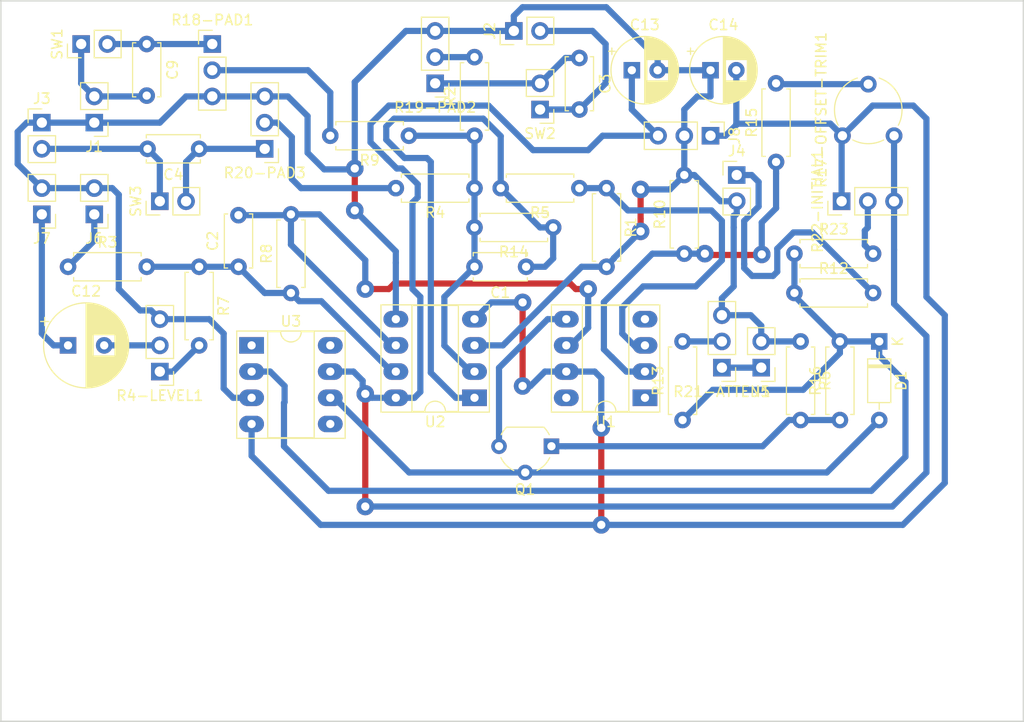
<source format=kicad_pcb>
(kicad_pcb (version 20171130) (host pcbnew "(5.0.2)-1")

  (general
    (thickness 1.6)
    (drawings 4)
    (tracks 325)
    (zones 0)
    (modules 47)
    (nets 38)
  )

  (page A4)
  (layers
    (0 F.Cu signal)
    (31 B.Cu signal)
    (32 B.Adhes user)
    (33 F.Adhes user)
    (34 B.Paste user)
    (35 F.Paste user)
    (36 B.SilkS user)
    (37 F.SilkS user)
    (38 B.Mask user)
    (39 F.Mask user)
    (40 Dwgs.User user)
    (41 Cmts.User user)
    (42 Eco1.User user)
    (43 Eco2.User user)
    (44 Edge.Cuts user)
    (45 Margin user)
    (46 B.CrtYd user)
    (47 F.CrtYd user)
    (48 B.Fab user)
    (49 F.Fab user hide)
  )

  (setup
    (last_trace_width 0.6)
    (trace_clearance 0.35)
    (zone_clearance 0.508)
    (zone_45_only no)
    (trace_min 0.6)
    (segment_width 0.2)
    (edge_width 0.15)
    (via_size 0.8)
    (via_drill 0.4)
    (via_min_size 0.8)
    (via_min_drill 0.3)
    (uvia_size 0.3)
    (uvia_drill 0.1)
    (uvias_allowed no)
    (uvia_min_size 0.2)
    (uvia_min_drill 0.1)
    (pcb_text_width 0.3)
    (pcb_text_size 1.5 1.5)
    (mod_edge_width 0.15)
    (mod_text_size 1 1)
    (mod_text_width 0.15)
    (pad_size 1.524 1.524)
    (pad_drill 0.762)
    (pad_to_mask_clearance 0.051)
    (solder_mask_min_width 0.25)
    (aux_axis_origin 0 0)
    (visible_elements 7EFFFFFF)
    (pcbplotparams
      (layerselection 0x00000_fffffffe)
      (usegerberextensions false)
      (usegerberattributes false)
      (usegerberadvancedattributes false)
      (creategerberjobfile false)
      (excludeedgelayer true)
      (linewidth 0.100000)
      (plotframeref false)
      (viasonmask false)
      (mode 1)
      (useauxorigin false)
      (hpglpennumber 1)
      (hpglpenspeed 20)
      (hpglpendiameter 15.000000)
      (psnegative false)
      (psa4output false)
      (plotreference true)
      (plotvalue true)
      (plotinvisibletext false)
      (padsonsilk false)
      (subtractmaskfromsilk false)
      (outputformat 1)
      (mirror false)
      (drillshape 0)
      (scaleselection 1)
      (outputdirectory "output/"))
  )

  (net 0 "")
  (net 1 "Net-(C1-Pad2)")
  (net 2 "Net-(C1-Pad1)")
  (net 3 "Net-(C2-Pad1)")
  (net 4 "Net-(C2-Pad2)")
  (net 5 "Net-(C3-Pad2)")
  (net 6 "Net-(C3-Pad1)")
  (net 7 "Net-(C4-Pad1)")
  (net 8 "Net-(C4-Pad2)")
  (net 9 "Net-(C9-Pad1)")
  (net 10 "Net-(C9-Pad2)")
  (net 11 "Net-(C12-Pad1)")
  (net 12 "Net-(C12-Pad2)")
  (net 13 "Net-(D1-Pad1)")
  (net 14 "Net-(D1-Pad2)")
  (net 15 GNDREF)
  (net 16 "Net-(J4-PadT)")
  (net 17 "Net-(J5-PadT)")
  (net 18 "Net-(J6-PadT)")
  (net 19 "Net-(Q1-Pad3)")
  (net 20 "Net-(Q1-Pad1)")
  (net 21 "Net-(R1-Pad1)")
  (net 22 "Net-(R19-PAD2-Pad2)")
  (net 23 "Net-(R20-PAD3-Pad2)")
  (net 24 "Net-(R4-LEVEL1-Pad1)")
  (net 25 "Net-(R18-PAD1-Pad2)")
  (net 26 "Net-(R10-Pad1)")
  (net 27 "Net-(R13-Pad2)")
  (net 28 "Net-(R15-Pad2)")
  (net 29 "Net-(R22-INITIAL1-Pad2)")
  (net 30 -15V)
  (net 31 +15V)
  (net 32 "Net-(U1-Pad1)")
  (net 33 "Net-(U1-Pad4)")
  (net 34 "Net-(U1-Pad8)")
  (net 35 "Net-(U3-Pad1)")
  (net 36 "Net-(U3-Pad5)")
  (net 37 "Net-(U3-Pad8)")

  (net_class Default "This is the default net class."
    (clearance 0.35)
    (trace_width 0.6)
    (via_dia 0.8)
    (via_drill 0.4)
    (uvia_dia 0.3)
    (uvia_drill 0.1)
    (diff_pair_gap 0.25)
    (diff_pair_width 0.6)
    (add_net +15V)
    (add_net -15V)
    (add_net GNDREF)
    (add_net "Net-(C1-Pad1)")
    (add_net "Net-(C1-Pad2)")
    (add_net "Net-(C12-Pad1)")
    (add_net "Net-(C12-Pad2)")
    (add_net "Net-(C2-Pad1)")
    (add_net "Net-(C2-Pad2)")
    (add_net "Net-(C3-Pad1)")
    (add_net "Net-(C3-Pad2)")
    (add_net "Net-(C4-Pad1)")
    (add_net "Net-(C4-Pad2)")
    (add_net "Net-(C9-Pad1)")
    (add_net "Net-(C9-Pad2)")
    (add_net "Net-(D1-Pad1)")
    (add_net "Net-(D1-Pad2)")
    (add_net "Net-(J4-PadT)")
    (add_net "Net-(J5-PadT)")
    (add_net "Net-(J6-PadT)")
    (add_net "Net-(Q1-Pad1)")
    (add_net "Net-(Q1-Pad3)")
    (add_net "Net-(R1-Pad1)")
    (add_net "Net-(R10-Pad1)")
    (add_net "Net-(R13-Pad2)")
    (add_net "Net-(R15-Pad2)")
    (add_net "Net-(R18-PAD1-Pad2)")
    (add_net "Net-(R19-PAD2-Pad2)")
    (add_net "Net-(R20-PAD3-Pad2)")
    (add_net "Net-(R22-INITIAL1-Pad2)")
    (add_net "Net-(R4-LEVEL1-Pad1)")
    (add_net "Net-(U1-Pad1)")
    (add_net "Net-(U1-Pad4)")
    (add_net "Net-(U1-Pad8)")
    (add_net "Net-(U3-Pad1)")
    (add_net "Net-(U3-Pad5)")
    (add_net "Net-(U3-Pad8)")
  )

  (module Package_DIP:DIP-8_W7.62mm_Socket_LongPads (layer F.Cu) (tedit 5A02E8C5) (tstamp 5CAE6ED0)
    (at 24.296391 34.67225)
    (descr "8-lead though-hole mounted DIP package, row spacing 7.62 mm (300 mils), Socket, LongPads")
    (tags "THT DIP DIL PDIP 2.54mm 7.62mm 300mil Socket LongPads")
    (path /5C82F324)
    (fp_text reference U3 (at 3.81 -2.33) (layer F.SilkS)
      (effects (font (size 1 1) (thickness 0.15)))
    )
    (fp_text value TL071 (at 3.81 9.95) (layer F.Fab)
      (effects (font (size 1 1) (thickness 0.15)))
    )
    (fp_arc (start 3.81 -1.33) (end 2.81 -1.33) (angle -180) (layer F.SilkS) (width 0.12))
    (fp_line (start 1.635 -1.27) (end 6.985 -1.27) (layer F.Fab) (width 0.1))
    (fp_line (start 6.985 -1.27) (end 6.985 8.89) (layer F.Fab) (width 0.1))
    (fp_line (start 6.985 8.89) (end 0.635 8.89) (layer F.Fab) (width 0.1))
    (fp_line (start 0.635 8.89) (end 0.635 -0.27) (layer F.Fab) (width 0.1))
    (fp_line (start 0.635 -0.27) (end 1.635 -1.27) (layer F.Fab) (width 0.1))
    (fp_line (start -1.27 -1.33) (end -1.27 8.95) (layer F.Fab) (width 0.1))
    (fp_line (start -1.27 8.95) (end 8.89 8.95) (layer F.Fab) (width 0.1))
    (fp_line (start 8.89 8.95) (end 8.89 -1.33) (layer F.Fab) (width 0.1))
    (fp_line (start 8.89 -1.33) (end -1.27 -1.33) (layer F.Fab) (width 0.1))
    (fp_line (start 2.81 -1.33) (end 1.56 -1.33) (layer F.SilkS) (width 0.12))
    (fp_line (start 1.56 -1.33) (end 1.56 8.95) (layer F.SilkS) (width 0.12))
    (fp_line (start 1.56 8.95) (end 6.06 8.95) (layer F.SilkS) (width 0.12))
    (fp_line (start 6.06 8.95) (end 6.06 -1.33) (layer F.SilkS) (width 0.12))
    (fp_line (start 6.06 -1.33) (end 4.81 -1.33) (layer F.SilkS) (width 0.12))
    (fp_line (start -1.44 -1.39) (end -1.44 9.01) (layer F.SilkS) (width 0.12))
    (fp_line (start -1.44 9.01) (end 9.06 9.01) (layer F.SilkS) (width 0.12))
    (fp_line (start 9.06 9.01) (end 9.06 -1.39) (layer F.SilkS) (width 0.12))
    (fp_line (start 9.06 -1.39) (end -1.44 -1.39) (layer F.SilkS) (width 0.12))
    (fp_line (start -1.55 -1.6) (end -1.55 9.2) (layer F.CrtYd) (width 0.05))
    (fp_line (start -1.55 9.2) (end 9.15 9.2) (layer F.CrtYd) (width 0.05))
    (fp_line (start 9.15 9.2) (end 9.15 -1.6) (layer F.CrtYd) (width 0.05))
    (fp_line (start 9.15 -1.6) (end -1.55 -1.6) (layer F.CrtYd) (width 0.05))
    (fp_text user %R (at 3.81 3.81) (layer F.Fab)
      (effects (font (size 1 1) (thickness 0.15)))
    )
    (pad 1 thru_hole rect (at 0 0) (size 2.4 1.6) (drill 0.8) (layers *.Cu *.Mask)
      (net 35 "Net-(U3-Pad1)"))
    (pad 5 thru_hole oval (at 7.62 7.62) (size 2.4 1.6) (drill 0.8) (layers *.Cu *.Mask)
      (net 36 "Net-(U3-Pad5)"))
    (pad 2 thru_hole oval (at 0 2.54) (size 2.4 1.6) (drill 0.8) (layers *.Cu *.Mask)
      (net 13 "Net-(D1-Pad1)"))
    (pad 6 thru_hole oval (at 7.62 5.08) (size 2.4 1.6) (drill 0.8) (layers *.Cu *.Mask)
      (net 14 "Net-(D1-Pad2)"))
    (pad 3 thru_hole oval (at 0 5.08) (size 2.4 1.6) (drill 0.8) (layers *.Cu *.Mask)
      (net 15 GNDREF))
    (pad 7 thru_hole oval (at 7.62 2.54) (size 2.4 1.6) (drill 0.8) (layers *.Cu *.Mask)
      (net 31 +15V))
    (pad 4 thru_hole oval (at 0 7.62) (size 2.4 1.6) (drill 0.8) (layers *.Cu *.Mask)
      (net 30 -15V))
    (pad 8 thru_hole oval (at 7.62 0) (size 2.4 1.6) (drill 0.8) (layers *.Cu *.Mask)
      (net 37 "Net-(U3-Pad8)"))
    (model ${KISYS3DMOD}/Package_DIP.3dshapes/DIP-8_W7.62mm_Socket.wrl
      (at (xyz 0 0 0))
      (scale (xyz 1 1 1))
      (rotate (xyz 0 0 0))
    )
  )

  (module Capacitor_THT:C_Disc_D5.0mm_W2.5mm_P5.00mm (layer F.Cu) (tedit 5AE50EF0) (tstamp 5CAE6A8A)
    (at 50.886391 27.05225 180)
    (descr "C, Disc series, Radial, pin pitch=5.00mm, , diameter*width=5*2.5mm^2, Capacitor, http://cdn-reichelt.de/documents/datenblatt/B300/DS_KERKO_TC.pdf")
    (tags "C Disc series Radial pin pitch 5.00mm  diameter 5mm width 2.5mm Capacitor")
    (path /5C7B2F66)
    (fp_text reference C1 (at 2.5 -2.5 180) (layer F.SilkS)
      (effects (font (size 1 1) (thickness 0.15)))
    )
    (fp_text value 10pF (at 2.5 2.5 180) (layer F.Fab)
      (effects (font (size 1 1) (thickness 0.15)))
    )
    (fp_text user %R (at 2.5 0 180) (layer F.Fab)
      (effects (font (size 1 1) (thickness 0.15)))
    )
    (fp_line (start 6.05 -1.5) (end -1.05 -1.5) (layer F.CrtYd) (width 0.05))
    (fp_line (start 6.05 1.5) (end 6.05 -1.5) (layer F.CrtYd) (width 0.05))
    (fp_line (start -1.05 1.5) (end 6.05 1.5) (layer F.CrtYd) (width 0.05))
    (fp_line (start -1.05 -1.5) (end -1.05 1.5) (layer F.CrtYd) (width 0.05))
    (fp_line (start 5.12 1.055) (end 5.12 1.37) (layer F.SilkS) (width 0.12))
    (fp_line (start 5.12 -1.37) (end 5.12 -1.055) (layer F.SilkS) (width 0.12))
    (fp_line (start -0.12 1.055) (end -0.12 1.37) (layer F.SilkS) (width 0.12))
    (fp_line (start -0.12 -1.37) (end -0.12 -1.055) (layer F.SilkS) (width 0.12))
    (fp_line (start -0.12 1.37) (end 5.12 1.37) (layer F.SilkS) (width 0.12))
    (fp_line (start -0.12 -1.37) (end 5.12 -1.37) (layer F.SilkS) (width 0.12))
    (fp_line (start 5 -1.25) (end 0 -1.25) (layer F.Fab) (width 0.1))
    (fp_line (start 5 1.25) (end 5 -1.25) (layer F.Fab) (width 0.1))
    (fp_line (start 0 1.25) (end 5 1.25) (layer F.Fab) (width 0.1))
    (fp_line (start 0 -1.25) (end 0 1.25) (layer F.Fab) (width 0.1))
    (pad 2 thru_hole circle (at 5 0 180) (size 1.6 1.6) (drill 0.8) (layers *.Cu *.Mask)
      (net 1 "Net-(C1-Pad2)"))
    (pad 1 thru_hole circle (at 0 0 180) (size 1.6 1.6) (drill 0.8) (layers *.Cu *.Mask)
      (net 2 "Net-(C1-Pad1)"))
    (model ${KISYS3DMOD}/Capacitor_THT.3dshapes/C_Disc_D5.0mm_W2.5mm_P5.00mm.wrl
      (at (xyz 0 0 0))
      (scale (xyz 1 1 1))
      (rotate (xyz 0 0 0))
    )
  )

  (module Capacitor_THT:C_Disc_D5.0mm_W2.5mm_P5.00mm (layer F.Cu) (tedit 5AE50EF0) (tstamp 5CAE6A9F)
    (at 23.026391 27.05225 90)
    (descr "C, Disc series, Radial, pin pitch=5.00mm, , diameter*width=5*2.5mm^2, Capacitor, http://cdn-reichelt.de/documents/datenblatt/B300/DS_KERKO_TC.pdf")
    (tags "C Disc series Radial pin pitch 5.00mm  diameter 5mm width 2.5mm Capacitor")
    (path /5C841FC7)
    (fp_text reference C2 (at 2.5 -2.5 90) (layer F.SilkS)
      (effects (font (size 1 1) (thickness 0.15)))
    )
    (fp_text value 22pF (at 2.5 2.5 90) (layer F.Fab)
      (effects (font (size 1 1) (thickness 0.15)))
    )
    (fp_line (start 0 -1.25) (end 0 1.25) (layer F.Fab) (width 0.1))
    (fp_line (start 0 1.25) (end 5 1.25) (layer F.Fab) (width 0.1))
    (fp_line (start 5 1.25) (end 5 -1.25) (layer F.Fab) (width 0.1))
    (fp_line (start 5 -1.25) (end 0 -1.25) (layer F.Fab) (width 0.1))
    (fp_line (start -0.12 -1.37) (end 5.12 -1.37) (layer F.SilkS) (width 0.12))
    (fp_line (start -0.12 1.37) (end 5.12 1.37) (layer F.SilkS) (width 0.12))
    (fp_line (start -0.12 -1.37) (end -0.12 -1.055) (layer F.SilkS) (width 0.12))
    (fp_line (start -0.12 1.055) (end -0.12 1.37) (layer F.SilkS) (width 0.12))
    (fp_line (start 5.12 -1.37) (end 5.12 -1.055) (layer F.SilkS) (width 0.12))
    (fp_line (start 5.12 1.055) (end 5.12 1.37) (layer F.SilkS) (width 0.12))
    (fp_line (start -1.05 -1.5) (end -1.05 1.5) (layer F.CrtYd) (width 0.05))
    (fp_line (start -1.05 1.5) (end 6.05 1.5) (layer F.CrtYd) (width 0.05))
    (fp_line (start 6.05 1.5) (end 6.05 -1.5) (layer F.CrtYd) (width 0.05))
    (fp_line (start 6.05 -1.5) (end -1.05 -1.5) (layer F.CrtYd) (width 0.05))
    (fp_text user %R (at 8.85 -1.27 90) (layer F.Fab)
      (effects (font (size 1 1) (thickness 0.15)))
    )
    (pad 1 thru_hole circle (at 0 0 90) (size 1.6 1.6) (drill 0.8) (layers *.Cu *.Mask)
      (net 3 "Net-(C2-Pad1)"))
    (pad 2 thru_hole circle (at 5 0 90) (size 1.6 1.6) (drill 0.8) (layers *.Cu *.Mask)
      (net 4 "Net-(C2-Pad2)"))
    (model ${KISYS3DMOD}/Capacitor_THT.3dshapes/C_Disc_D5.0mm_W2.5mm_P5.00mm.wrl
      (at (xyz 0 0 0))
      (scale (xyz 1 1 1))
      (rotate (xyz 0 0 0))
    )
  )

  (module Capacitor_THT:C_Disc_D5.0mm_W2.5mm_P5.00mm (layer F.Cu) (tedit 5AE50EF0) (tstamp 5CAE6AB4)
    (at 56.046391 6.81225 270)
    (descr "C, Disc series, Radial, pin pitch=5.00mm, , diameter*width=5*2.5mm^2, Capacitor, http://cdn-reichelt.de/documents/datenblatt/B300/DS_KERKO_TC.pdf")
    (tags "C Disc series Radial pin pitch 5.00mm  diameter 5mm width 2.5mm Capacitor")
    (path /5C7B09E9)
    (fp_text reference C3 (at 2.5 -2.5 270) (layer F.SilkS)
      (effects (font (size 1 1) (thickness 0.15)))
    )
    (fp_text value 0.22uF (at 2.5 2.5 270) (layer F.Fab)
      (effects (font (size 1 1) (thickness 0.15)))
    )
    (fp_text user %R (at 2.5 0 270) (layer F.Fab)
      (effects (font (size 1 1) (thickness 0.15)))
    )
    (fp_line (start 6.05 -1.5) (end -1.05 -1.5) (layer F.CrtYd) (width 0.05))
    (fp_line (start 6.05 1.5) (end 6.05 -1.5) (layer F.CrtYd) (width 0.05))
    (fp_line (start -1.05 1.5) (end 6.05 1.5) (layer F.CrtYd) (width 0.05))
    (fp_line (start -1.05 -1.5) (end -1.05 1.5) (layer F.CrtYd) (width 0.05))
    (fp_line (start 5.12 1.055) (end 5.12 1.37) (layer F.SilkS) (width 0.12))
    (fp_line (start 5.12 -1.37) (end 5.12 -1.055) (layer F.SilkS) (width 0.12))
    (fp_line (start -0.12 1.055) (end -0.12 1.37) (layer F.SilkS) (width 0.12))
    (fp_line (start -0.12 -1.37) (end -0.12 -1.055) (layer F.SilkS) (width 0.12))
    (fp_line (start -0.12 1.37) (end 5.12 1.37) (layer F.SilkS) (width 0.12))
    (fp_line (start -0.12 -1.37) (end 5.12 -1.37) (layer F.SilkS) (width 0.12))
    (fp_line (start 5 -1.25) (end 0 -1.25) (layer F.Fab) (width 0.1))
    (fp_line (start 5 1.25) (end 5 -1.25) (layer F.Fab) (width 0.1))
    (fp_line (start 0 1.25) (end 5 1.25) (layer F.Fab) (width 0.1))
    (fp_line (start 0 -1.25) (end 0 1.25) (layer F.Fab) (width 0.1))
    (pad 2 thru_hole circle (at 5 0 270) (size 1.6 1.6) (drill 0.8) (layers *.Cu *.Mask)
      (net 5 "Net-(C3-Pad2)"))
    (pad 1 thru_hole circle (at 0 0 270) (size 1.6 1.6) (drill 0.8) (layers *.Cu *.Mask)
      (net 6 "Net-(C3-Pad1)"))
    (model ${KISYS3DMOD}/Capacitor_THT.3dshapes/C_Disc_D5.0mm_W2.5mm_P5.00mm.wrl
      (at (xyz 0 0 0))
      (scale (xyz 1 1 1))
      (rotate (xyz 0 0 0))
    )
  )

  (module Capacitor_THT:C_Disc_D5.0mm_W2.5mm_P5.00mm (layer F.Cu) (tedit 5AE50EF0) (tstamp 5CAE6AC9)
    (at 19.216391 15.62225 180)
    (descr "C, Disc series, Radial, pin pitch=5.00mm, , diameter*width=5*2.5mm^2, Capacitor, http://cdn-reichelt.de/documents/datenblatt/B300/DS_KERKO_TC.pdf")
    (tags "C Disc series Radial pin pitch 5.00mm  diameter 5mm width 2.5mm Capacitor")
    (path /5C7B121D)
    (fp_text reference C4 (at 2.5 -2.5 180) (layer F.SilkS)
      (effects (font (size 1 1) (thickness 0.15)))
    )
    (fp_text value 0.22uF (at 2.5 2.5 180) (layer F.Fab)
      (effects (font (size 1 1) (thickness 0.15)))
    )
    (fp_line (start 0 -1.25) (end 0 1.25) (layer F.Fab) (width 0.1))
    (fp_line (start 0 1.25) (end 5 1.25) (layer F.Fab) (width 0.1))
    (fp_line (start 5 1.25) (end 5 -1.25) (layer F.Fab) (width 0.1))
    (fp_line (start 5 -1.25) (end 0 -1.25) (layer F.Fab) (width 0.1))
    (fp_line (start -0.12 -1.37) (end 5.12 -1.37) (layer F.SilkS) (width 0.12))
    (fp_line (start -0.12 1.37) (end 5.12 1.37) (layer F.SilkS) (width 0.12))
    (fp_line (start -0.12 -1.37) (end -0.12 -1.055) (layer F.SilkS) (width 0.12))
    (fp_line (start -0.12 1.055) (end -0.12 1.37) (layer F.SilkS) (width 0.12))
    (fp_line (start 5.12 -1.37) (end 5.12 -1.055) (layer F.SilkS) (width 0.12))
    (fp_line (start 5.12 1.055) (end 5.12 1.37) (layer F.SilkS) (width 0.12))
    (fp_line (start -1.05 -1.5) (end -1.05 1.5) (layer F.CrtYd) (width 0.05))
    (fp_line (start -1.05 1.5) (end 6.05 1.5) (layer F.CrtYd) (width 0.05))
    (fp_line (start 6.05 1.5) (end 6.05 -1.5) (layer F.CrtYd) (width 0.05))
    (fp_line (start 6.05 -1.5) (end -1.05 -1.5) (layer F.CrtYd) (width 0.05))
    (fp_text user %R (at 2.5 0 180) (layer F.Fab)
      (effects (font (size 1 1) (thickness 0.15)))
    )
    (pad 1 thru_hole circle (at 0 0 180) (size 1.6 1.6) (drill 0.8) (layers *.Cu *.Mask)
      (net 7 "Net-(C4-Pad1)"))
    (pad 2 thru_hole circle (at 5 0 180) (size 1.6 1.6) (drill 0.8) (layers *.Cu *.Mask)
      (net 8 "Net-(C4-Pad2)"))
    (model ${KISYS3DMOD}/Capacitor_THT.3dshapes/C_Disc_D5.0mm_W2.5mm_P5.00mm.wrl
      (at (xyz 0 0 0))
      (scale (xyz 1 1 1))
      (rotate (xyz 0 0 0))
    )
  )

  (module Capacitor_THT:C_Disc_D5.0mm_W2.5mm_P5.00mm (layer F.Cu) (tedit 5AE50EF0) (tstamp 5CAE6ADE)
    (at 14.136391 5.46225 270)
    (descr "C, Disc series, Radial, pin pitch=5.00mm, , diameter*width=5*2.5mm^2, Capacitor, http://cdn-reichelt.de/documents/datenblatt/B300/DS_KERKO_TC.pdf")
    (tags "C Disc series Radial pin pitch 5.00mm  diameter 5mm width 2.5mm Capacitor")
    (path /5C7AF8C1)
    (fp_text reference C9 (at 2.5 -2.5 270) (layer F.SilkS)
      (effects (font (size 1 1) (thickness 0.15)))
    )
    (fp_text value 0.22uF (at 2.5 2.5 270) (layer F.Fab)
      (effects (font (size 1 1) (thickness 0.15)))
    )
    (fp_line (start 0 -1.25) (end 0 1.25) (layer F.Fab) (width 0.1))
    (fp_line (start 0 1.25) (end 5 1.25) (layer F.Fab) (width 0.1))
    (fp_line (start 5 1.25) (end 5 -1.25) (layer F.Fab) (width 0.1))
    (fp_line (start 5 -1.25) (end 0 -1.25) (layer F.Fab) (width 0.1))
    (fp_line (start -0.12 -1.37) (end 5.12 -1.37) (layer F.SilkS) (width 0.12))
    (fp_line (start -0.12 1.37) (end 5.12 1.37) (layer F.SilkS) (width 0.12))
    (fp_line (start -0.12 -1.37) (end -0.12 -1.055) (layer F.SilkS) (width 0.12))
    (fp_line (start -0.12 1.055) (end -0.12 1.37) (layer F.SilkS) (width 0.12))
    (fp_line (start 5.12 -1.37) (end 5.12 -1.055) (layer F.SilkS) (width 0.12))
    (fp_line (start 5.12 1.055) (end 5.12 1.37) (layer F.SilkS) (width 0.12))
    (fp_line (start -1.05 -1.5) (end -1.05 1.5) (layer F.CrtYd) (width 0.05))
    (fp_line (start -1.05 1.5) (end 6.05 1.5) (layer F.CrtYd) (width 0.05))
    (fp_line (start 6.05 1.5) (end 6.05 -1.5) (layer F.CrtYd) (width 0.05))
    (fp_line (start 6.05 -1.5) (end -1.05 -1.5) (layer F.CrtYd) (width 0.05))
    (fp_text user %R (at 2.5 0 270) (layer F.Fab)
      (effects (font (size 1 1) (thickness 0.15)))
    )
    (pad 1 thru_hole circle (at 0 0 270) (size 1.6 1.6) (drill 0.8) (layers *.Cu *.Mask)
      (net 9 "Net-(C9-Pad1)"))
    (pad 2 thru_hole circle (at 5 0 270) (size 1.6 1.6) (drill 0.8) (layers *.Cu *.Mask)
      (net 10 "Net-(C9-Pad2)"))
    (model ${KISYS3DMOD}/Capacitor_THT.3dshapes/C_Disc_D5.0mm_W2.5mm_P5.00mm.wrl
      (at (xyz 0 0 0))
      (scale (xyz 1 1 1))
      (rotate (xyz 0 0 0))
    )
  )

  (module Capacitor_THT:CP_Radial_D8.0mm_P3.50mm (layer F.Cu) (tedit 5AE50EF0) (tstamp 5CAE6B87)
    (at 6.516391 34.67225)
    (descr "CP, Radial series, Radial, pin pitch=3.50mm, , diameter=8mm, Electrolytic Capacitor")
    (tags "CP Radial series Radial pin pitch 3.50mm  diameter 8mm Electrolytic Capacitor")
    (path /5C849893)
    (fp_text reference C12 (at 1.75 -5.25) (layer F.SilkS)
      (effects (font (size 1 1) (thickness 0.15)))
    )
    (fp_text value "2.2uF NP" (at 1.75 5.25) (layer F.Fab)
      (effects (font (size 1 1) (thickness 0.15)))
    )
    (fp_circle (center 1.75 0) (end 5.75 0) (layer F.Fab) (width 0.1))
    (fp_circle (center 1.75 0) (end 5.87 0) (layer F.SilkS) (width 0.12))
    (fp_circle (center 1.75 0) (end 6 0) (layer F.CrtYd) (width 0.05))
    (fp_line (start -1.676759 -1.7475) (end -0.876759 -1.7475) (layer F.Fab) (width 0.1))
    (fp_line (start -1.276759 -2.1475) (end -1.276759 -1.3475) (layer F.Fab) (width 0.1))
    (fp_line (start 1.75 -4.08) (end 1.75 4.08) (layer F.SilkS) (width 0.12))
    (fp_line (start 1.79 -4.08) (end 1.79 4.08) (layer F.SilkS) (width 0.12))
    (fp_line (start 1.83 -4.08) (end 1.83 4.08) (layer F.SilkS) (width 0.12))
    (fp_line (start 1.87 -4.079) (end 1.87 4.079) (layer F.SilkS) (width 0.12))
    (fp_line (start 1.91 -4.077) (end 1.91 4.077) (layer F.SilkS) (width 0.12))
    (fp_line (start 1.95 -4.076) (end 1.95 4.076) (layer F.SilkS) (width 0.12))
    (fp_line (start 1.99 -4.074) (end 1.99 4.074) (layer F.SilkS) (width 0.12))
    (fp_line (start 2.03 -4.071) (end 2.03 4.071) (layer F.SilkS) (width 0.12))
    (fp_line (start 2.07 -4.068) (end 2.07 4.068) (layer F.SilkS) (width 0.12))
    (fp_line (start 2.11 -4.065) (end 2.11 4.065) (layer F.SilkS) (width 0.12))
    (fp_line (start 2.15 -4.061) (end 2.15 4.061) (layer F.SilkS) (width 0.12))
    (fp_line (start 2.19 -4.057) (end 2.19 4.057) (layer F.SilkS) (width 0.12))
    (fp_line (start 2.23 -4.052) (end 2.23 4.052) (layer F.SilkS) (width 0.12))
    (fp_line (start 2.27 -4.048) (end 2.27 4.048) (layer F.SilkS) (width 0.12))
    (fp_line (start 2.31 -4.042) (end 2.31 4.042) (layer F.SilkS) (width 0.12))
    (fp_line (start 2.35 -4.037) (end 2.35 4.037) (layer F.SilkS) (width 0.12))
    (fp_line (start 2.39 -4.03) (end 2.39 4.03) (layer F.SilkS) (width 0.12))
    (fp_line (start 2.43 -4.024) (end 2.43 4.024) (layer F.SilkS) (width 0.12))
    (fp_line (start 2.471 -4.017) (end 2.471 -1.04) (layer F.SilkS) (width 0.12))
    (fp_line (start 2.471 1.04) (end 2.471 4.017) (layer F.SilkS) (width 0.12))
    (fp_line (start 2.511 -4.01) (end 2.511 -1.04) (layer F.SilkS) (width 0.12))
    (fp_line (start 2.511 1.04) (end 2.511 4.01) (layer F.SilkS) (width 0.12))
    (fp_line (start 2.551 -4.002) (end 2.551 -1.04) (layer F.SilkS) (width 0.12))
    (fp_line (start 2.551 1.04) (end 2.551 4.002) (layer F.SilkS) (width 0.12))
    (fp_line (start 2.591 -3.994) (end 2.591 -1.04) (layer F.SilkS) (width 0.12))
    (fp_line (start 2.591 1.04) (end 2.591 3.994) (layer F.SilkS) (width 0.12))
    (fp_line (start 2.631 -3.985) (end 2.631 -1.04) (layer F.SilkS) (width 0.12))
    (fp_line (start 2.631 1.04) (end 2.631 3.985) (layer F.SilkS) (width 0.12))
    (fp_line (start 2.671 -3.976) (end 2.671 -1.04) (layer F.SilkS) (width 0.12))
    (fp_line (start 2.671 1.04) (end 2.671 3.976) (layer F.SilkS) (width 0.12))
    (fp_line (start 2.711 -3.967) (end 2.711 -1.04) (layer F.SilkS) (width 0.12))
    (fp_line (start 2.711 1.04) (end 2.711 3.967) (layer F.SilkS) (width 0.12))
    (fp_line (start 2.751 -3.957) (end 2.751 -1.04) (layer F.SilkS) (width 0.12))
    (fp_line (start 2.751 1.04) (end 2.751 3.957) (layer F.SilkS) (width 0.12))
    (fp_line (start 2.791 -3.947) (end 2.791 -1.04) (layer F.SilkS) (width 0.12))
    (fp_line (start 2.791 1.04) (end 2.791 3.947) (layer F.SilkS) (width 0.12))
    (fp_line (start 2.831 -3.936) (end 2.831 -1.04) (layer F.SilkS) (width 0.12))
    (fp_line (start 2.831 1.04) (end 2.831 3.936) (layer F.SilkS) (width 0.12))
    (fp_line (start 2.871 -3.925) (end 2.871 -1.04) (layer F.SilkS) (width 0.12))
    (fp_line (start 2.871 1.04) (end 2.871 3.925) (layer F.SilkS) (width 0.12))
    (fp_line (start 2.911 -3.914) (end 2.911 -1.04) (layer F.SilkS) (width 0.12))
    (fp_line (start 2.911 1.04) (end 2.911 3.914) (layer F.SilkS) (width 0.12))
    (fp_line (start 2.951 -3.902) (end 2.951 -1.04) (layer F.SilkS) (width 0.12))
    (fp_line (start 2.951 1.04) (end 2.951 3.902) (layer F.SilkS) (width 0.12))
    (fp_line (start 2.991 -3.889) (end 2.991 -1.04) (layer F.SilkS) (width 0.12))
    (fp_line (start 2.991 1.04) (end 2.991 3.889) (layer F.SilkS) (width 0.12))
    (fp_line (start 3.031 -3.877) (end 3.031 -1.04) (layer F.SilkS) (width 0.12))
    (fp_line (start 3.031 1.04) (end 3.031 3.877) (layer F.SilkS) (width 0.12))
    (fp_line (start 3.071 -3.863) (end 3.071 -1.04) (layer F.SilkS) (width 0.12))
    (fp_line (start 3.071 1.04) (end 3.071 3.863) (layer F.SilkS) (width 0.12))
    (fp_line (start 3.111 -3.85) (end 3.111 -1.04) (layer F.SilkS) (width 0.12))
    (fp_line (start 3.111 1.04) (end 3.111 3.85) (layer F.SilkS) (width 0.12))
    (fp_line (start 3.151 -3.835) (end 3.151 -1.04) (layer F.SilkS) (width 0.12))
    (fp_line (start 3.151 1.04) (end 3.151 3.835) (layer F.SilkS) (width 0.12))
    (fp_line (start 3.191 -3.821) (end 3.191 -1.04) (layer F.SilkS) (width 0.12))
    (fp_line (start 3.191 1.04) (end 3.191 3.821) (layer F.SilkS) (width 0.12))
    (fp_line (start 3.231 -3.805) (end 3.231 -1.04) (layer F.SilkS) (width 0.12))
    (fp_line (start 3.231 1.04) (end 3.231 3.805) (layer F.SilkS) (width 0.12))
    (fp_line (start 3.271 -3.79) (end 3.271 -1.04) (layer F.SilkS) (width 0.12))
    (fp_line (start 3.271 1.04) (end 3.271 3.79) (layer F.SilkS) (width 0.12))
    (fp_line (start 3.311 -3.774) (end 3.311 -1.04) (layer F.SilkS) (width 0.12))
    (fp_line (start 3.311 1.04) (end 3.311 3.774) (layer F.SilkS) (width 0.12))
    (fp_line (start 3.351 -3.757) (end 3.351 -1.04) (layer F.SilkS) (width 0.12))
    (fp_line (start 3.351 1.04) (end 3.351 3.757) (layer F.SilkS) (width 0.12))
    (fp_line (start 3.391 -3.74) (end 3.391 -1.04) (layer F.SilkS) (width 0.12))
    (fp_line (start 3.391 1.04) (end 3.391 3.74) (layer F.SilkS) (width 0.12))
    (fp_line (start 3.431 -3.722) (end 3.431 -1.04) (layer F.SilkS) (width 0.12))
    (fp_line (start 3.431 1.04) (end 3.431 3.722) (layer F.SilkS) (width 0.12))
    (fp_line (start 3.471 -3.704) (end 3.471 -1.04) (layer F.SilkS) (width 0.12))
    (fp_line (start 3.471 1.04) (end 3.471 3.704) (layer F.SilkS) (width 0.12))
    (fp_line (start 3.511 -3.686) (end 3.511 -1.04) (layer F.SilkS) (width 0.12))
    (fp_line (start 3.511 1.04) (end 3.511 3.686) (layer F.SilkS) (width 0.12))
    (fp_line (start 3.551 -3.666) (end 3.551 -1.04) (layer F.SilkS) (width 0.12))
    (fp_line (start 3.551 1.04) (end 3.551 3.666) (layer F.SilkS) (width 0.12))
    (fp_line (start 3.591 -3.647) (end 3.591 -1.04) (layer F.SilkS) (width 0.12))
    (fp_line (start 3.591 1.04) (end 3.591 3.647) (layer F.SilkS) (width 0.12))
    (fp_line (start 3.631 -3.627) (end 3.631 -1.04) (layer F.SilkS) (width 0.12))
    (fp_line (start 3.631 1.04) (end 3.631 3.627) (layer F.SilkS) (width 0.12))
    (fp_line (start 3.671 -3.606) (end 3.671 -1.04) (layer F.SilkS) (width 0.12))
    (fp_line (start 3.671 1.04) (end 3.671 3.606) (layer F.SilkS) (width 0.12))
    (fp_line (start 3.711 -3.584) (end 3.711 -1.04) (layer F.SilkS) (width 0.12))
    (fp_line (start 3.711 1.04) (end 3.711 3.584) (layer F.SilkS) (width 0.12))
    (fp_line (start 3.751 -3.562) (end 3.751 -1.04) (layer F.SilkS) (width 0.12))
    (fp_line (start 3.751 1.04) (end 3.751 3.562) (layer F.SilkS) (width 0.12))
    (fp_line (start 3.791 -3.54) (end 3.791 -1.04) (layer F.SilkS) (width 0.12))
    (fp_line (start 3.791 1.04) (end 3.791 3.54) (layer F.SilkS) (width 0.12))
    (fp_line (start 3.831 -3.517) (end 3.831 -1.04) (layer F.SilkS) (width 0.12))
    (fp_line (start 3.831 1.04) (end 3.831 3.517) (layer F.SilkS) (width 0.12))
    (fp_line (start 3.871 -3.493) (end 3.871 -1.04) (layer F.SilkS) (width 0.12))
    (fp_line (start 3.871 1.04) (end 3.871 3.493) (layer F.SilkS) (width 0.12))
    (fp_line (start 3.911 -3.469) (end 3.911 -1.04) (layer F.SilkS) (width 0.12))
    (fp_line (start 3.911 1.04) (end 3.911 3.469) (layer F.SilkS) (width 0.12))
    (fp_line (start 3.951 -3.444) (end 3.951 -1.04) (layer F.SilkS) (width 0.12))
    (fp_line (start 3.951 1.04) (end 3.951 3.444) (layer F.SilkS) (width 0.12))
    (fp_line (start 3.991 -3.418) (end 3.991 -1.04) (layer F.SilkS) (width 0.12))
    (fp_line (start 3.991 1.04) (end 3.991 3.418) (layer F.SilkS) (width 0.12))
    (fp_line (start 4.031 -3.392) (end 4.031 -1.04) (layer F.SilkS) (width 0.12))
    (fp_line (start 4.031 1.04) (end 4.031 3.392) (layer F.SilkS) (width 0.12))
    (fp_line (start 4.071 -3.365) (end 4.071 -1.04) (layer F.SilkS) (width 0.12))
    (fp_line (start 4.071 1.04) (end 4.071 3.365) (layer F.SilkS) (width 0.12))
    (fp_line (start 4.111 -3.338) (end 4.111 -1.04) (layer F.SilkS) (width 0.12))
    (fp_line (start 4.111 1.04) (end 4.111 3.338) (layer F.SilkS) (width 0.12))
    (fp_line (start 4.151 -3.309) (end 4.151 -1.04) (layer F.SilkS) (width 0.12))
    (fp_line (start 4.151 1.04) (end 4.151 3.309) (layer F.SilkS) (width 0.12))
    (fp_line (start 4.191 -3.28) (end 4.191 -1.04) (layer F.SilkS) (width 0.12))
    (fp_line (start 4.191 1.04) (end 4.191 3.28) (layer F.SilkS) (width 0.12))
    (fp_line (start 4.231 -3.25) (end 4.231 -1.04) (layer F.SilkS) (width 0.12))
    (fp_line (start 4.231 1.04) (end 4.231 3.25) (layer F.SilkS) (width 0.12))
    (fp_line (start 4.271 -3.22) (end 4.271 -1.04) (layer F.SilkS) (width 0.12))
    (fp_line (start 4.271 1.04) (end 4.271 3.22) (layer F.SilkS) (width 0.12))
    (fp_line (start 4.311 -3.189) (end 4.311 -1.04) (layer F.SilkS) (width 0.12))
    (fp_line (start 4.311 1.04) (end 4.311 3.189) (layer F.SilkS) (width 0.12))
    (fp_line (start 4.351 -3.156) (end 4.351 -1.04) (layer F.SilkS) (width 0.12))
    (fp_line (start 4.351 1.04) (end 4.351 3.156) (layer F.SilkS) (width 0.12))
    (fp_line (start 4.391 -3.124) (end 4.391 -1.04) (layer F.SilkS) (width 0.12))
    (fp_line (start 4.391 1.04) (end 4.391 3.124) (layer F.SilkS) (width 0.12))
    (fp_line (start 4.431 -3.09) (end 4.431 -1.04) (layer F.SilkS) (width 0.12))
    (fp_line (start 4.431 1.04) (end 4.431 3.09) (layer F.SilkS) (width 0.12))
    (fp_line (start 4.471 -3.055) (end 4.471 -1.04) (layer F.SilkS) (width 0.12))
    (fp_line (start 4.471 1.04) (end 4.471 3.055) (layer F.SilkS) (width 0.12))
    (fp_line (start 4.511 -3.019) (end 4.511 -1.04) (layer F.SilkS) (width 0.12))
    (fp_line (start 4.511 1.04) (end 4.511 3.019) (layer F.SilkS) (width 0.12))
    (fp_line (start 4.551 -2.983) (end 4.551 2.983) (layer F.SilkS) (width 0.12))
    (fp_line (start 4.591 -2.945) (end 4.591 2.945) (layer F.SilkS) (width 0.12))
    (fp_line (start 4.631 -2.907) (end 4.631 2.907) (layer F.SilkS) (width 0.12))
    (fp_line (start 4.671 -2.867) (end 4.671 2.867) (layer F.SilkS) (width 0.12))
    (fp_line (start 4.711 -2.826) (end 4.711 2.826) (layer F.SilkS) (width 0.12))
    (fp_line (start 4.751 -2.784) (end 4.751 2.784) (layer F.SilkS) (width 0.12))
    (fp_line (start 4.791 -2.741) (end 4.791 2.741) (layer F.SilkS) (width 0.12))
    (fp_line (start 4.831 -2.697) (end 4.831 2.697) (layer F.SilkS) (width 0.12))
    (fp_line (start 4.871 -2.651) (end 4.871 2.651) (layer F.SilkS) (width 0.12))
    (fp_line (start 4.911 -2.604) (end 4.911 2.604) (layer F.SilkS) (width 0.12))
    (fp_line (start 4.951 -2.556) (end 4.951 2.556) (layer F.SilkS) (width 0.12))
    (fp_line (start 4.991 -2.505) (end 4.991 2.505) (layer F.SilkS) (width 0.12))
    (fp_line (start 5.031 -2.454) (end 5.031 2.454) (layer F.SilkS) (width 0.12))
    (fp_line (start 5.071 -2.4) (end 5.071 2.4) (layer F.SilkS) (width 0.12))
    (fp_line (start 5.111 -2.345) (end 5.111 2.345) (layer F.SilkS) (width 0.12))
    (fp_line (start 5.151 -2.287) (end 5.151 2.287) (layer F.SilkS) (width 0.12))
    (fp_line (start 5.191 -2.228) (end 5.191 2.228) (layer F.SilkS) (width 0.12))
    (fp_line (start 5.231 -2.166) (end 5.231 2.166) (layer F.SilkS) (width 0.12))
    (fp_line (start 5.271 -2.102) (end 5.271 2.102) (layer F.SilkS) (width 0.12))
    (fp_line (start 5.311 -2.034) (end 5.311 2.034) (layer F.SilkS) (width 0.12))
    (fp_line (start 5.351 -1.964) (end 5.351 1.964) (layer F.SilkS) (width 0.12))
    (fp_line (start 5.391 -1.89) (end 5.391 1.89) (layer F.SilkS) (width 0.12))
    (fp_line (start 5.431 -1.813) (end 5.431 1.813) (layer F.SilkS) (width 0.12))
    (fp_line (start 5.471 -1.731) (end 5.471 1.731) (layer F.SilkS) (width 0.12))
    (fp_line (start 5.511 -1.645) (end 5.511 1.645) (layer F.SilkS) (width 0.12))
    (fp_line (start 5.551 -1.552) (end 5.551 1.552) (layer F.SilkS) (width 0.12))
    (fp_line (start 5.591 -1.453) (end 5.591 1.453) (layer F.SilkS) (width 0.12))
    (fp_line (start 5.631 -1.346) (end 5.631 1.346) (layer F.SilkS) (width 0.12))
    (fp_line (start 5.671 -1.229) (end 5.671 1.229) (layer F.SilkS) (width 0.12))
    (fp_line (start 5.711 -1.098) (end 5.711 1.098) (layer F.SilkS) (width 0.12))
    (fp_line (start 5.751 -0.948) (end 5.751 0.948) (layer F.SilkS) (width 0.12))
    (fp_line (start 5.791 -0.768) (end 5.791 0.768) (layer F.SilkS) (width 0.12))
    (fp_line (start 5.831 -0.533) (end 5.831 0.533) (layer F.SilkS) (width 0.12))
    (fp_line (start -2.659698 -2.315) (end -1.859698 -2.315) (layer F.SilkS) (width 0.12))
    (fp_line (start -2.259698 -2.715) (end -2.259698 -1.915) (layer F.SilkS) (width 0.12))
    (fp_text user %R (at 1.75 0) (layer F.Fab)
      (effects (font (size 1 1) (thickness 0.15)))
    )
    (pad 1 thru_hole rect (at 0 0) (size 1.6 1.6) (drill 0.8) (layers *.Cu *.Mask)
      (net 11 "Net-(C12-Pad1)"))
    (pad 2 thru_hole circle (at 3.5 0) (size 1.6 1.6) (drill 0.8) (layers *.Cu *.Mask)
      (net 12 "Net-(C12-Pad2)"))
    (model ${KISYS3DMOD}/Capacitor_THT.3dshapes/CP_Radial_D8.0mm_P3.50mm.wrl
      (at (xyz 0 0 0))
      (scale (xyz 1 1 1))
      (rotate (xyz 0 0 0))
    )
  )

  (module Diode_THT:D_DO-35_SOD27_P7.62mm_Horizontal (layer F.Cu) (tedit 5AE50CD5) (tstamp 5CAE6BA6)
    (at 85.09 34.29 270)
    (descr "Diode, DO-35_SOD27 series, Axial, Horizontal, pin pitch=7.62mm, , length*diameter=4*2mm^2, , http://www.diodes.com/_files/packages/DO-35.pdf")
    (tags "Diode DO-35_SOD27 series Axial Horizontal pin pitch 7.62mm  length 4mm diameter 2mm")
    (path /5C7C55E6)
    (fp_text reference D1 (at 3.81 -2.12 270) (layer F.SilkS)
      (effects (font (size 1 1) (thickness 0.15)))
    )
    (fp_text value 1N914 (at 3.81 2.12 270) (layer F.Fab)
      (effects (font (size 1 1) (thickness 0.15)))
    )
    (fp_line (start 1.81 -1) (end 1.81 1) (layer F.Fab) (width 0.1))
    (fp_line (start 1.81 1) (end 5.81 1) (layer F.Fab) (width 0.1))
    (fp_line (start 5.81 1) (end 5.81 -1) (layer F.Fab) (width 0.1))
    (fp_line (start 5.81 -1) (end 1.81 -1) (layer F.Fab) (width 0.1))
    (fp_line (start 0 0) (end 1.81 0) (layer F.Fab) (width 0.1))
    (fp_line (start 7.62 0) (end 5.81 0) (layer F.Fab) (width 0.1))
    (fp_line (start 2.41 -1) (end 2.41 1) (layer F.Fab) (width 0.1))
    (fp_line (start 2.51 -1) (end 2.51 1) (layer F.Fab) (width 0.1))
    (fp_line (start 2.31 -1) (end 2.31 1) (layer F.Fab) (width 0.1))
    (fp_line (start 1.69 -1.12) (end 1.69 1.12) (layer F.SilkS) (width 0.12))
    (fp_line (start 1.69 1.12) (end 5.93 1.12) (layer F.SilkS) (width 0.12))
    (fp_line (start 5.93 1.12) (end 5.93 -1.12) (layer F.SilkS) (width 0.12))
    (fp_line (start 5.93 -1.12) (end 1.69 -1.12) (layer F.SilkS) (width 0.12))
    (fp_line (start 1.04 0) (end 1.69 0) (layer F.SilkS) (width 0.12))
    (fp_line (start 6.58 0) (end 5.93 0) (layer F.SilkS) (width 0.12))
    (fp_line (start 2.41 -1.12) (end 2.41 1.12) (layer F.SilkS) (width 0.12))
    (fp_line (start 2.53 -1.12) (end 2.53 1.12) (layer F.SilkS) (width 0.12))
    (fp_line (start 2.29 -1.12) (end 2.29 1.12) (layer F.SilkS) (width 0.12))
    (fp_line (start -1.05 -1.25) (end -1.05 1.25) (layer F.CrtYd) (width 0.05))
    (fp_line (start -1.05 1.25) (end 8.67 1.25) (layer F.CrtYd) (width 0.05))
    (fp_line (start 8.67 1.25) (end 8.67 -1.25) (layer F.CrtYd) (width 0.05))
    (fp_line (start 8.67 -1.25) (end -1.05 -1.25) (layer F.CrtYd) (width 0.05))
    (fp_text user %R (at 4.11 0 270) (layer F.Fab)
      (effects (font (size 0.8 0.8) (thickness 0.12)))
    )
    (fp_text user K (at 0 -1.8 270) (layer F.Fab)
      (effects (font (size 1 1) (thickness 0.15)))
    )
    (fp_text user K (at 0 -1.8 270) (layer F.SilkS)
      (effects (font (size 1 1) (thickness 0.15)))
    )
    (pad 1 thru_hole rect (at 0 0 270) (size 1.6 1.6) (drill 0.8) (layers *.Cu *.Mask)
      (net 13 "Net-(D1-Pad1)"))
    (pad 2 thru_hole oval (at 7.62 0 270) (size 1.6 1.6) (drill 0.8) (layers *.Cu *.Mask)
      (net 14 "Net-(D1-Pad2)"))
    (model ${KISYS3DMOD}/Diode_THT.3dshapes/D_DO-35_SOD27_P7.62mm_Horizontal.wrl
      (at (xyz 0 0 0))
      (scale (xyz 1 1 1))
      (rotate (xyz 0 0 0))
    )
  )

  (module kicad_footprints:PinHeader_1x02_P2.54mm_Vertical_audio (layer F.Cu) (tedit 5C7BCD2A) (tstamp 5CAE6BBC)
    (at 9.056391 13.08225 180)
    (descr "Through hole straight pin header, 1x02, 2.54mm pitch, single row")
    (tags "Through hole pin header THT 1x02 2.54mm single row")
    (path /5C7B0494)
    (fp_text reference J1 (at 0 -2.33 180) (layer F.SilkS)
      (effects (font (size 1 1) (thickness 0.15)))
    )
    (fp_text value AudioJack2 (at 0 4.87 180) (layer F.Fab)
      (effects (font (size 1 1) (thickness 0.15)))
    )
    (fp_line (start -0.635 -1.27) (end 1.27 -1.27) (layer F.Fab) (width 0.1))
    (fp_line (start 1.27 -1.27) (end 1.27 3.81) (layer F.Fab) (width 0.1))
    (fp_line (start 1.27 3.81) (end -1.27 3.81) (layer F.Fab) (width 0.1))
    (fp_line (start -1.27 3.81) (end -1.27 -0.635) (layer F.Fab) (width 0.1))
    (fp_line (start -1.27 -0.635) (end -0.635 -1.27) (layer F.Fab) (width 0.1))
    (fp_line (start -1.33 3.87) (end 1.33 3.87) (layer F.SilkS) (width 0.12))
    (fp_line (start -1.33 1.27) (end -1.33 3.87) (layer F.SilkS) (width 0.12))
    (fp_line (start 1.33 1.27) (end 1.33 3.87) (layer F.SilkS) (width 0.12))
    (fp_line (start -1.33 1.27) (end 1.33 1.27) (layer F.SilkS) (width 0.12))
    (fp_line (start -1.33 0) (end -1.33 -1.33) (layer F.SilkS) (width 0.12))
    (fp_line (start -1.33 -1.33) (end 0 -1.33) (layer F.SilkS) (width 0.12))
    (fp_line (start -1.8 -1.8) (end -1.8 4.35) (layer F.CrtYd) (width 0.05))
    (fp_line (start -1.8 4.35) (end 1.8 4.35) (layer F.CrtYd) (width 0.05))
    (fp_line (start 1.8 4.35) (end 1.8 -1.8) (layer F.CrtYd) (width 0.05))
    (fp_line (start 1.8 -1.8) (end -1.8 -1.8) (layer F.CrtYd) (width 0.05))
    (fp_text user %R (at 0 1.27 270) (layer F.Fab)
      (effects (font (size 1 1) (thickness 0.15)))
    )
    (pad T thru_hole rect (at 0 0 180) (size 1.7 1.7) (drill 1) (layers *.Cu *.Mask)
      (net 15 GNDREF))
    (pad S thru_hole oval (at 0 2.54 180) (size 1.7 1.7) (drill 1) (layers *.Cu *.Mask)
      (net 10 "Net-(C9-Pad2)"))
    (model ${KISYS3DMOD}/Connector_PinHeader_2.54mm.3dshapes/PinHeader_1x02_P2.54mm_Vertical.wrl
      (at (xyz 0 0 0))
      (scale (xyz 1 1 1))
      (rotate (xyz 0 0 0))
    )
  )

  (module kicad_footprints:PinHeader_1x02_P2.54mm_Vertical_audio (layer F.Cu) (tedit 5C7BCD2A) (tstamp 5CAE6BD2)
    (at 49.696391 4.19225 90)
    (descr "Through hole straight pin header, 1x02, 2.54mm pitch, single row")
    (tags "Through hole pin header THT 1x02 2.54mm single row")
    (path /5C7B0A08)
    (fp_text reference J2 (at 0 -2.33 90) (layer F.SilkS)
      (effects (font (size 1 1) (thickness 0.15)))
    )
    (fp_text value AudioJack2 (at 0 4.87 90) (layer F.Fab)
      (effects (font (size 1 1) (thickness 0.15)))
    )
    (fp_line (start -0.635 -1.27) (end 1.27 -1.27) (layer F.Fab) (width 0.1))
    (fp_line (start 1.27 -1.27) (end 1.27 3.81) (layer F.Fab) (width 0.1))
    (fp_line (start 1.27 3.81) (end -1.27 3.81) (layer F.Fab) (width 0.1))
    (fp_line (start -1.27 3.81) (end -1.27 -0.635) (layer F.Fab) (width 0.1))
    (fp_line (start -1.27 -0.635) (end -0.635 -1.27) (layer F.Fab) (width 0.1))
    (fp_line (start -1.33 3.87) (end 1.33 3.87) (layer F.SilkS) (width 0.12))
    (fp_line (start -1.33 1.27) (end -1.33 3.87) (layer F.SilkS) (width 0.12))
    (fp_line (start 1.33 1.27) (end 1.33 3.87) (layer F.SilkS) (width 0.12))
    (fp_line (start -1.33 1.27) (end 1.33 1.27) (layer F.SilkS) (width 0.12))
    (fp_line (start -1.33 0) (end -1.33 -1.33) (layer F.SilkS) (width 0.12))
    (fp_line (start -1.33 -1.33) (end 0 -1.33) (layer F.SilkS) (width 0.12))
    (fp_line (start -1.8 -1.8) (end -1.8 4.35) (layer F.CrtYd) (width 0.05))
    (fp_line (start -1.8 4.35) (end 1.8 4.35) (layer F.CrtYd) (width 0.05))
    (fp_line (start 1.8 4.35) (end 1.8 -1.8) (layer F.CrtYd) (width 0.05))
    (fp_line (start 1.8 -1.8) (end -1.8 -1.8) (layer F.CrtYd) (width 0.05))
    (fp_text user %R (at 0 1.27 180) (layer F.Fab)
      (effects (font (size 1 1) (thickness 0.15)))
    )
    (pad T thru_hole rect (at 0 0 90) (size 1.7 1.7) (drill 1) (layers *.Cu *.Mask)
      (net 15 GNDREF))
    (pad S thru_hole oval (at 0 2.54 90) (size 1.7 1.7) (drill 1) (layers *.Cu *.Mask)
      (net 5 "Net-(C3-Pad2)"))
    (model ${KISYS3DMOD}/Connector_PinHeader_2.54mm.3dshapes/PinHeader_1x02_P2.54mm_Vertical.wrl
      (at (xyz 0 0 0))
      (scale (xyz 1 1 1))
      (rotate (xyz 0 0 0))
    )
  )

  (module kicad_footprints:PinHeader_1x02_P2.54mm_Vertical_audio (layer F.Cu) (tedit 5C7BCD2A) (tstamp 5CAE6BE8)
    (at 3.976391 13.08225)
    (descr "Through hole straight pin header, 1x02, 2.54mm pitch, single row")
    (tags "Through hole pin header THT 1x02 2.54mm single row")
    (path /5C7B123C)
    (fp_text reference J3 (at 0 -2.33) (layer F.SilkS)
      (effects (font (size 1 1) (thickness 0.15)))
    )
    (fp_text value AudioJack2 (at 0 4.87) (layer F.Fab)
      (effects (font (size 1 1) (thickness 0.15)))
    )
    (fp_line (start -0.635 -1.27) (end 1.27 -1.27) (layer F.Fab) (width 0.1))
    (fp_line (start 1.27 -1.27) (end 1.27 3.81) (layer F.Fab) (width 0.1))
    (fp_line (start 1.27 3.81) (end -1.27 3.81) (layer F.Fab) (width 0.1))
    (fp_line (start -1.27 3.81) (end -1.27 -0.635) (layer F.Fab) (width 0.1))
    (fp_line (start -1.27 -0.635) (end -0.635 -1.27) (layer F.Fab) (width 0.1))
    (fp_line (start -1.33 3.87) (end 1.33 3.87) (layer F.SilkS) (width 0.12))
    (fp_line (start -1.33 1.27) (end -1.33 3.87) (layer F.SilkS) (width 0.12))
    (fp_line (start 1.33 1.27) (end 1.33 3.87) (layer F.SilkS) (width 0.12))
    (fp_line (start -1.33 1.27) (end 1.33 1.27) (layer F.SilkS) (width 0.12))
    (fp_line (start -1.33 0) (end -1.33 -1.33) (layer F.SilkS) (width 0.12))
    (fp_line (start -1.33 -1.33) (end 0 -1.33) (layer F.SilkS) (width 0.12))
    (fp_line (start -1.8 -1.8) (end -1.8 4.35) (layer F.CrtYd) (width 0.05))
    (fp_line (start -1.8 4.35) (end 1.8 4.35) (layer F.CrtYd) (width 0.05))
    (fp_line (start 1.8 4.35) (end 1.8 -1.8) (layer F.CrtYd) (width 0.05))
    (fp_line (start 1.8 -1.8) (end -1.8 -1.8) (layer F.CrtYd) (width 0.05))
    (fp_text user %R (at 0 1.27 90) (layer F.Fab)
      (effects (font (size 1 1) (thickness 0.15)))
    )
    (pad T thru_hole rect (at 0 0) (size 1.7 1.7) (drill 1) (layers *.Cu *.Mask)
      (net 15 GNDREF))
    (pad S thru_hole oval (at 0 2.54) (size 1.7 1.7) (drill 1) (layers *.Cu *.Mask)
      (net 8 "Net-(C4-Pad2)"))
    (model ${KISYS3DMOD}/Connector_PinHeader_2.54mm.3dshapes/PinHeader_1x02_P2.54mm_Vertical.wrl
      (at (xyz 0 0 0))
      (scale (xyz 1 1 1))
      (rotate (xyz 0 0 0))
    )
  )

  (module kicad_footprints:PinHeader_1x02_P2.54mm_Vertical_audio (layer F.Cu) (tedit 5C7BCD2A) (tstamp 5CAE6BFE)
    (at 71.286391 18.16225)
    (descr "Through hole straight pin header, 1x02, 2.54mm pitch, single row")
    (tags "Through hole pin header THT 1x02 2.54mm single row")
    (path /5C7EAA87)
    (fp_text reference J4 (at 0 -2.33) (layer F.SilkS)
      (effects (font (size 1 1) (thickness 0.15)))
    )
    (fp_text value AudioJack2 (at 0 4.87) (layer F.Fab)
      (effects (font (size 1 1) (thickness 0.15)))
    )
    (fp_text user %R (at 0 1.27 90) (layer F.Fab)
      (effects (font (size 1 1) (thickness 0.15)))
    )
    (fp_line (start 1.8 -1.8) (end -1.8 -1.8) (layer F.CrtYd) (width 0.05))
    (fp_line (start 1.8 4.35) (end 1.8 -1.8) (layer F.CrtYd) (width 0.05))
    (fp_line (start -1.8 4.35) (end 1.8 4.35) (layer F.CrtYd) (width 0.05))
    (fp_line (start -1.8 -1.8) (end -1.8 4.35) (layer F.CrtYd) (width 0.05))
    (fp_line (start -1.33 -1.33) (end 0 -1.33) (layer F.SilkS) (width 0.12))
    (fp_line (start -1.33 0) (end -1.33 -1.33) (layer F.SilkS) (width 0.12))
    (fp_line (start -1.33 1.27) (end 1.33 1.27) (layer F.SilkS) (width 0.12))
    (fp_line (start 1.33 1.27) (end 1.33 3.87) (layer F.SilkS) (width 0.12))
    (fp_line (start -1.33 1.27) (end -1.33 3.87) (layer F.SilkS) (width 0.12))
    (fp_line (start -1.33 3.87) (end 1.33 3.87) (layer F.SilkS) (width 0.12))
    (fp_line (start -1.27 -0.635) (end -0.635 -1.27) (layer F.Fab) (width 0.1))
    (fp_line (start -1.27 3.81) (end -1.27 -0.635) (layer F.Fab) (width 0.1))
    (fp_line (start 1.27 3.81) (end -1.27 3.81) (layer F.Fab) (width 0.1))
    (fp_line (start 1.27 -1.27) (end 1.27 3.81) (layer F.Fab) (width 0.1))
    (fp_line (start -0.635 -1.27) (end 1.27 -1.27) (layer F.Fab) (width 0.1))
    (pad S thru_hole oval (at 0 2.54) (size 1.7 1.7) (drill 1) (layers *.Cu *.Mask)
      (net 15 GNDREF))
    (pad T thru_hole rect (at 0 0) (size 1.7 1.7) (drill 1) (layers *.Cu *.Mask)
      (net 16 "Net-(J4-PadT)"))
    (model ${KISYS3DMOD}/Connector_PinHeader_2.54mm.3dshapes/PinHeader_1x02_P2.54mm_Vertical.wrl
      (at (xyz 0 0 0))
      (scale (xyz 1 1 1))
      (rotate (xyz 0 0 0))
    )
  )

  (module kicad_footprints:PinHeader_1x02_P2.54mm_Vertical_audio (layer F.Cu) (tedit 5C7BCD2A) (tstamp 5CAE6C14)
    (at 73.66 36.83 180)
    (descr "Through hole straight pin header, 1x02, 2.54mm pitch, single row")
    (tags "Through hole pin header THT 1x02 2.54mm single row")
    (path /5C7E52E5)
    (fp_text reference J5 (at 0 -2.33 180) (layer F.SilkS)
      (effects (font (size 1 1) (thickness 0.15)))
    )
    (fp_text value AudioJack2 (at 0 4.87 180) (layer F.Fab)
      (effects (font (size 1 1) (thickness 0.15)))
    )
    (fp_line (start -0.635 -1.27) (end 1.27 -1.27) (layer F.Fab) (width 0.1))
    (fp_line (start 1.27 -1.27) (end 1.27 3.81) (layer F.Fab) (width 0.1))
    (fp_line (start 1.27 3.81) (end -1.27 3.81) (layer F.Fab) (width 0.1))
    (fp_line (start -1.27 3.81) (end -1.27 -0.635) (layer F.Fab) (width 0.1))
    (fp_line (start -1.27 -0.635) (end -0.635 -1.27) (layer F.Fab) (width 0.1))
    (fp_line (start -1.33 3.87) (end 1.33 3.87) (layer F.SilkS) (width 0.12))
    (fp_line (start -1.33 1.27) (end -1.33 3.87) (layer F.SilkS) (width 0.12))
    (fp_line (start 1.33 1.27) (end 1.33 3.87) (layer F.SilkS) (width 0.12))
    (fp_line (start -1.33 1.27) (end 1.33 1.27) (layer F.SilkS) (width 0.12))
    (fp_line (start -1.33 0) (end -1.33 -1.33) (layer F.SilkS) (width 0.12))
    (fp_line (start -1.33 -1.33) (end 0 -1.33) (layer F.SilkS) (width 0.12))
    (fp_line (start -1.8 -1.8) (end -1.8 4.35) (layer F.CrtYd) (width 0.05))
    (fp_line (start -1.8 4.35) (end 1.8 4.35) (layer F.CrtYd) (width 0.05))
    (fp_line (start 1.8 4.35) (end 1.8 -1.8) (layer F.CrtYd) (width 0.05))
    (fp_line (start 1.8 -1.8) (end -1.8 -1.8) (layer F.CrtYd) (width 0.05))
    (fp_text user %R (at 0 1.27 270) (layer F.Fab)
      (effects (font (size 1 1) (thickness 0.15)))
    )
    (pad T thru_hole rect (at 0 0 180) (size 1.7 1.7) (drill 1) (layers *.Cu *.Mask)
      (net 17 "Net-(J5-PadT)"))
    (pad S thru_hole oval (at 0 2.54 180) (size 1.7 1.7) (drill 1) (layers *.Cu *.Mask)
      (net 15 GNDREF))
    (model ${KISYS3DMOD}/Connector_PinHeader_2.54mm.3dshapes/PinHeader_1x02_P2.54mm_Vertical.wrl
      (at (xyz 0 0 0))
      (scale (xyz 1 1 1))
      (rotate (xyz 0 0 0))
    )
  )

  (module kicad_footprints:PinHeader_1x02_P2.54mm_Vertical_audio (layer F.Cu) (tedit 5C7BCD2A) (tstamp 5CAE6C2A)
    (at 9.056391 21.97225 180)
    (descr "Through hole straight pin header, 1x02, 2.54mm pitch, single row")
    (tags "Through hole pin header THT 1x02 2.54mm single row")
    (path /5C849583)
    (fp_text reference J6 (at 0 -2.33 180) (layer F.SilkS)
      (effects (font (size 1 1) (thickness 0.15)))
    )
    (fp_text value "MAX OUT" (at 0 4.87 180) (layer F.Fab)
      (effects (font (size 1 1) (thickness 0.15)))
    )
    (fp_text user %R (at 0 1.27 270) (layer F.Fab)
      (effects (font (size 1 1) (thickness 0.15)))
    )
    (fp_line (start 1.8 -1.8) (end -1.8 -1.8) (layer F.CrtYd) (width 0.05))
    (fp_line (start 1.8 4.35) (end 1.8 -1.8) (layer F.CrtYd) (width 0.05))
    (fp_line (start -1.8 4.35) (end 1.8 4.35) (layer F.CrtYd) (width 0.05))
    (fp_line (start -1.8 -1.8) (end -1.8 4.35) (layer F.CrtYd) (width 0.05))
    (fp_line (start -1.33 -1.33) (end 0 -1.33) (layer F.SilkS) (width 0.12))
    (fp_line (start -1.33 0) (end -1.33 -1.33) (layer F.SilkS) (width 0.12))
    (fp_line (start -1.33 1.27) (end 1.33 1.27) (layer F.SilkS) (width 0.12))
    (fp_line (start 1.33 1.27) (end 1.33 3.87) (layer F.SilkS) (width 0.12))
    (fp_line (start -1.33 1.27) (end -1.33 3.87) (layer F.SilkS) (width 0.12))
    (fp_line (start -1.33 3.87) (end 1.33 3.87) (layer F.SilkS) (width 0.12))
    (fp_line (start -1.27 -0.635) (end -0.635 -1.27) (layer F.Fab) (width 0.1))
    (fp_line (start -1.27 3.81) (end -1.27 -0.635) (layer F.Fab) (width 0.1))
    (fp_line (start 1.27 3.81) (end -1.27 3.81) (layer F.Fab) (width 0.1))
    (fp_line (start 1.27 -1.27) (end 1.27 3.81) (layer F.Fab) (width 0.1))
    (fp_line (start -0.635 -1.27) (end 1.27 -1.27) (layer F.Fab) (width 0.1))
    (pad S thru_hole oval (at 0 2.54 180) (size 1.7 1.7) (drill 1) (layers *.Cu *.Mask)
      (net 15 GNDREF))
    (pad T thru_hole rect (at 0 0 180) (size 1.7 1.7) (drill 1) (layers *.Cu *.Mask)
      (net 18 "Net-(J6-PadT)"))
    (model ${KISYS3DMOD}/Connector_PinHeader_2.54mm.3dshapes/PinHeader_1x02_P2.54mm_Vertical.wrl
      (at (xyz 0 0 0))
      (scale (xyz 1 1 1))
      (rotate (xyz 0 0 0))
    )
  )

  (module kicad_footprints:PinHeader_1x02_P2.54mm_Vertical_audio (layer F.Cu) (tedit 5C7BCD2A) (tstamp 5CAE6C40)
    (at 3.976391 21.97225 180)
    (descr "Through hole straight pin header, 1x02, 2.54mm pitch, single row")
    (tags "Through hole pin header THT 1x02 2.54mm single row")
    (path /5C8496B1)
    (fp_text reference J7 (at 0 -2.33 180) (layer F.SilkS)
      (effects (font (size 1 1) (thickness 0.15)))
    )
    (fp_text value "LINE OUT" (at 0 4.87 180) (layer F.Fab)
      (effects (font (size 1 1) (thickness 0.15)))
    )
    (fp_text user %R (at 0 1.27 270) (layer F.Fab)
      (effects (font (size 1 1) (thickness 0.15)))
    )
    (fp_line (start 1.8 -1.8) (end -1.8 -1.8) (layer F.CrtYd) (width 0.05))
    (fp_line (start 1.8 4.35) (end 1.8 -1.8) (layer F.CrtYd) (width 0.05))
    (fp_line (start -1.8 4.35) (end 1.8 4.35) (layer F.CrtYd) (width 0.05))
    (fp_line (start -1.8 -1.8) (end -1.8 4.35) (layer F.CrtYd) (width 0.05))
    (fp_line (start -1.33 -1.33) (end 0 -1.33) (layer F.SilkS) (width 0.12))
    (fp_line (start -1.33 0) (end -1.33 -1.33) (layer F.SilkS) (width 0.12))
    (fp_line (start -1.33 1.27) (end 1.33 1.27) (layer F.SilkS) (width 0.12))
    (fp_line (start 1.33 1.27) (end 1.33 3.87) (layer F.SilkS) (width 0.12))
    (fp_line (start -1.33 1.27) (end -1.33 3.87) (layer F.SilkS) (width 0.12))
    (fp_line (start -1.33 3.87) (end 1.33 3.87) (layer F.SilkS) (width 0.12))
    (fp_line (start -1.27 -0.635) (end -0.635 -1.27) (layer F.Fab) (width 0.1))
    (fp_line (start -1.27 3.81) (end -1.27 -0.635) (layer F.Fab) (width 0.1))
    (fp_line (start 1.27 3.81) (end -1.27 3.81) (layer F.Fab) (width 0.1))
    (fp_line (start 1.27 -1.27) (end 1.27 3.81) (layer F.Fab) (width 0.1))
    (fp_line (start -0.635 -1.27) (end 1.27 -1.27) (layer F.Fab) (width 0.1))
    (pad S thru_hole oval (at 0 2.54 180) (size 1.7 1.7) (drill 1) (layers *.Cu *.Mask)
      (net 15 GNDREF))
    (pad T thru_hole rect (at 0 0 180) (size 1.7 1.7) (drill 1) (layers *.Cu *.Mask)
      (net 11 "Net-(C12-Pad1)"))
    (model ${KISYS3DMOD}/Connector_PinHeader_2.54mm.3dshapes/PinHeader_1x02_P2.54mm_Vertical.wrl
      (at (xyz 0 0 0))
      (scale (xyz 1 1 1))
      (rotate (xyz 0 0 0))
    )
  )

  (module Resistor_THT:R_Axial_DIN0207_L6.3mm_D2.5mm_P7.62mm_Horizontal (layer F.Cu) (tedit 5AE5139B) (tstamp 5CAE6C69)
    (at 58.674 19.431 270)
    (descr "Resistor, Axial_DIN0207 series, Axial, Horizontal, pin pitch=7.62mm, 0.25W = 1/4W, length*diameter=6.3*2.5mm^2, http://cdn-reichelt.de/documents/datenblatt/B400/1_4W%23YAG.pdf")
    (tags "Resistor Axial_DIN0207 series Axial Horizontal pin pitch 7.62mm 0.25W = 1/4W length 6.3mm diameter 2.5mm")
    (path /5C7B60F4)
    (fp_text reference R1 (at 3.81 -2.37 270) (layer F.SilkS)
      (effects (font (size 1 1) (thickness 0.15)))
    )
    (fp_text value 22r (at 3.81 2.37 270) (layer F.Fab)
      (effects (font (size 1 1) (thickness 0.15)))
    )
    (fp_line (start 0.66 -1.25) (end 0.66 1.25) (layer F.Fab) (width 0.1))
    (fp_line (start 0.66 1.25) (end 6.96 1.25) (layer F.Fab) (width 0.1))
    (fp_line (start 6.96 1.25) (end 6.96 -1.25) (layer F.Fab) (width 0.1))
    (fp_line (start 6.96 -1.25) (end 0.66 -1.25) (layer F.Fab) (width 0.1))
    (fp_line (start 0 0) (end 0.66 0) (layer F.Fab) (width 0.1))
    (fp_line (start 7.62 0) (end 6.96 0) (layer F.Fab) (width 0.1))
    (fp_line (start 0.54 -1.04) (end 0.54 -1.37) (layer F.SilkS) (width 0.12))
    (fp_line (start 0.54 -1.37) (end 7.08 -1.37) (layer F.SilkS) (width 0.12))
    (fp_line (start 7.08 -1.37) (end 7.08 -1.04) (layer F.SilkS) (width 0.12))
    (fp_line (start 0.54 1.04) (end 0.54 1.37) (layer F.SilkS) (width 0.12))
    (fp_line (start 0.54 1.37) (end 7.08 1.37) (layer F.SilkS) (width 0.12))
    (fp_line (start 7.08 1.37) (end 7.08 1.04) (layer F.SilkS) (width 0.12))
    (fp_line (start -1.05 -1.5) (end -1.05 1.5) (layer F.CrtYd) (width 0.05))
    (fp_line (start -1.05 1.5) (end 8.67 1.5) (layer F.CrtYd) (width 0.05))
    (fp_line (start 8.67 1.5) (end 8.67 -1.5) (layer F.CrtYd) (width 0.05))
    (fp_line (start 8.67 -1.5) (end -1.05 -1.5) (layer F.CrtYd) (width 0.05))
    (fp_text user %R (at 3.81 0 270) (layer F.Fab)
      (effects (font (size 1 1) (thickness 0.15)))
    )
    (pad 1 thru_hole circle (at 0 0 270) (size 1.6 1.6) (drill 0.8) (layers *.Cu *.Mask)
      (net 21 "Net-(R1-Pad1)"))
    (pad 2 thru_hole oval (at 7.62 0 270) (size 1.6 1.6) (drill 0.8) (layers *.Cu *.Mask)
      (net 15 GNDREF))
    (model ${KISYS3DMOD}/Resistor_THT.3dshapes/R_Axial_DIN0207_L6.3mm_D2.5mm_P7.62mm_Horizontal.wrl
      (at (xyz 0 0 0))
      (scale (xyz 1 1 1))
      (rotate (xyz 0 0 0))
    )
  )

  (module Resistor_THT:R_Axial_DIN0207_L6.3mm_D2.5mm_P7.62mm_Horizontal (layer F.Cu) (tedit 5AE5139B) (tstamp 5CAE6C80)
    (at 45.886391 14.35225 90)
    (descr "Resistor, Axial_DIN0207 series, Axial, Horizontal, pin pitch=7.62mm, 0.25W = 1/4W, length*diameter=6.3*2.5mm^2, http://cdn-reichelt.de/documents/datenblatt/B400/1_4W%23YAG.pdf")
    (tags "Resistor Axial_DIN0207 series Axial Horizontal pin pitch 7.62mm 0.25W = 1/4W length 6.3mm diameter 2.5mm")
    (path /5C7B09FD)
    (fp_text reference R2 (at 3.81 -2.37 90) (layer F.SilkS)
      (effects (font (size 1 1) (thickness 0.15)))
    )
    (fp_text value 100k (at 3.81 2.37 90) (layer F.Fab)
      (effects (font (size 1 1) (thickness 0.15)))
    )
    (fp_text user %R (at 3.81 0 90) (layer F.Fab)
      (effects (font (size 1 1) (thickness 0.15)))
    )
    (fp_line (start 8.67 -1.5) (end -1.05 -1.5) (layer F.CrtYd) (width 0.05))
    (fp_line (start 8.67 1.5) (end 8.67 -1.5) (layer F.CrtYd) (width 0.05))
    (fp_line (start -1.05 1.5) (end 8.67 1.5) (layer F.CrtYd) (width 0.05))
    (fp_line (start -1.05 -1.5) (end -1.05 1.5) (layer F.CrtYd) (width 0.05))
    (fp_line (start 7.08 1.37) (end 7.08 1.04) (layer F.SilkS) (width 0.12))
    (fp_line (start 0.54 1.37) (end 7.08 1.37) (layer F.SilkS) (width 0.12))
    (fp_line (start 0.54 1.04) (end 0.54 1.37) (layer F.SilkS) (width 0.12))
    (fp_line (start 7.08 -1.37) (end 7.08 -1.04) (layer F.SilkS) (width 0.12))
    (fp_line (start 0.54 -1.37) (end 7.08 -1.37) (layer F.SilkS) (width 0.12))
    (fp_line (start 0.54 -1.04) (end 0.54 -1.37) (layer F.SilkS) (width 0.12))
    (fp_line (start 7.62 0) (end 6.96 0) (layer F.Fab) (width 0.1))
    (fp_line (start 0 0) (end 0.66 0) (layer F.Fab) (width 0.1))
    (fp_line (start 6.96 -1.25) (end 0.66 -1.25) (layer F.Fab) (width 0.1))
    (fp_line (start 6.96 1.25) (end 6.96 -1.25) (layer F.Fab) (width 0.1))
    (fp_line (start 0.66 1.25) (end 6.96 1.25) (layer F.Fab) (width 0.1))
    (fp_line (start 0.66 -1.25) (end 0.66 1.25) (layer F.Fab) (width 0.1))
    (pad 2 thru_hole oval (at 7.62 0 90) (size 1.6 1.6) (drill 0.8) (layers *.Cu *.Mask)
      (net 22 "Net-(R19-PAD2-Pad2)"))
    (pad 1 thru_hole circle (at 0 0 90) (size 1.6 1.6) (drill 0.8) (layers *.Cu *.Mask)
      (net 1 "Net-(C1-Pad2)"))
    (model ${KISYS3DMOD}/Resistor_THT.3dshapes/R_Axial_DIN0207_L6.3mm_D2.5mm_P7.62mm_Horizontal.wrl
      (at (xyz 0 0 0))
      (scale (xyz 1 1 1))
      (rotate (xyz 0 0 0))
    )
  )

  (module Resistor_THT:R_Axial_DIN0207_L6.3mm_D2.5mm_P7.62mm_Horizontal (layer F.Cu) (tedit 5AE5139B) (tstamp 5CAE6C97)
    (at 6.516391 27.05225)
    (descr "Resistor, Axial_DIN0207 series, Axial, Horizontal, pin pitch=7.62mm, 0.25W = 1/4W, length*diameter=6.3*2.5mm^2, http://cdn-reichelt.de/documents/datenblatt/B400/1_4W%23YAG.pdf")
    (tags "Resistor Axial_DIN0207 series Axial Horizontal pin pitch 7.62mm 0.25W = 1/4W length 6.3mm diameter 2.5mm")
    (path /5C8493A3)
    (fp_text reference R3 (at 3.81 -2.37) (layer F.SilkS)
      (effects (font (size 1 1) (thickness 0.15)))
    )
    (fp_text value 1k (at 3.81 2.37) (layer F.Fab)
      (effects (font (size 1 1) (thickness 0.15)))
    )
    (fp_line (start 0.66 -1.25) (end 0.66 1.25) (layer F.Fab) (width 0.1))
    (fp_line (start 0.66 1.25) (end 6.96 1.25) (layer F.Fab) (width 0.1))
    (fp_line (start 6.96 1.25) (end 6.96 -1.25) (layer F.Fab) (width 0.1))
    (fp_line (start 6.96 -1.25) (end 0.66 -1.25) (layer F.Fab) (width 0.1))
    (fp_line (start 0 0) (end 0.66 0) (layer F.Fab) (width 0.1))
    (fp_line (start 7.62 0) (end 6.96 0) (layer F.Fab) (width 0.1))
    (fp_line (start 0.54 -1.04) (end 0.54 -1.37) (layer F.SilkS) (width 0.12))
    (fp_line (start 0.54 -1.37) (end 7.08 -1.37) (layer F.SilkS) (width 0.12))
    (fp_line (start 7.08 -1.37) (end 7.08 -1.04) (layer F.SilkS) (width 0.12))
    (fp_line (start 0.54 1.04) (end 0.54 1.37) (layer F.SilkS) (width 0.12))
    (fp_line (start 0.54 1.37) (end 7.08 1.37) (layer F.SilkS) (width 0.12))
    (fp_line (start 7.08 1.37) (end 7.08 1.04) (layer F.SilkS) (width 0.12))
    (fp_line (start -1.05 -1.5) (end -1.05 1.5) (layer F.CrtYd) (width 0.05))
    (fp_line (start -1.05 1.5) (end 8.67 1.5) (layer F.CrtYd) (width 0.05))
    (fp_line (start 8.67 1.5) (end 8.67 -1.5) (layer F.CrtYd) (width 0.05))
    (fp_line (start 8.67 -1.5) (end -1.05 -1.5) (layer F.CrtYd) (width 0.05))
    (fp_text user %R (at 3.81 0) (layer F.Fab)
      (effects (font (size 1 1) (thickness 0.15)))
    )
    (pad 1 thru_hole circle (at 0 0) (size 1.6 1.6) (drill 0.8) (layers *.Cu *.Mask)
      (net 18 "Net-(J6-PadT)"))
    (pad 2 thru_hole oval (at 7.62 0) (size 1.6 1.6) (drill 0.8) (layers *.Cu *.Mask)
      (net 3 "Net-(C2-Pad1)"))
    (model ${KISYS3DMOD}/Resistor_THT.3dshapes/R_Axial_DIN0207_L6.3mm_D2.5mm_P7.62mm_Horizontal.wrl
      (at (xyz 0 0 0))
      (scale (xyz 1 1 1))
      (rotate (xyz 0 0 0))
    )
  )

  (module Resistor_THT:R_Axial_DIN0207_L6.3mm_D2.5mm_P7.62mm_Horizontal (layer F.Cu) (tedit 5AE5139B) (tstamp 5CAE6CAE)
    (at 45.886391 19.43225 180)
    (descr "Resistor, Axial_DIN0207 series, Axial, Horizontal, pin pitch=7.62mm, 0.25W = 1/4W, length*diameter=6.3*2.5mm^2, http://cdn-reichelt.de/documents/datenblatt/B400/1_4W%23YAG.pdf")
    (tags "Resistor Axial_DIN0207 series Axial Horizontal pin pitch 7.62mm 0.25W = 1/4W length 6.3mm diameter 2.5mm")
    (path /5C7B1231)
    (fp_text reference R4 (at 3.81 -2.37 180) (layer F.SilkS)
      (effects (font (size 1 1) (thickness 0.15)))
    )
    (fp_text value 100k (at 3.81 2.37 180) (layer F.Fab)
      (effects (font (size 1 1) (thickness 0.15)))
    )
    (fp_text user %R (at 3.81 0 180) (layer F.Fab)
      (effects (font (size 1 1) (thickness 0.15)))
    )
    (fp_line (start 8.67 -1.5) (end -1.05 -1.5) (layer F.CrtYd) (width 0.05))
    (fp_line (start 8.67 1.5) (end 8.67 -1.5) (layer F.CrtYd) (width 0.05))
    (fp_line (start -1.05 1.5) (end 8.67 1.5) (layer F.CrtYd) (width 0.05))
    (fp_line (start -1.05 -1.5) (end -1.05 1.5) (layer F.CrtYd) (width 0.05))
    (fp_line (start 7.08 1.37) (end 7.08 1.04) (layer F.SilkS) (width 0.12))
    (fp_line (start 0.54 1.37) (end 7.08 1.37) (layer F.SilkS) (width 0.12))
    (fp_line (start 0.54 1.04) (end 0.54 1.37) (layer F.SilkS) (width 0.12))
    (fp_line (start 7.08 -1.37) (end 7.08 -1.04) (layer F.SilkS) (width 0.12))
    (fp_line (start 0.54 -1.37) (end 7.08 -1.37) (layer F.SilkS) (width 0.12))
    (fp_line (start 0.54 -1.04) (end 0.54 -1.37) (layer F.SilkS) (width 0.12))
    (fp_line (start 7.62 0) (end 6.96 0) (layer F.Fab) (width 0.1))
    (fp_line (start 0 0) (end 0.66 0) (layer F.Fab) (width 0.1))
    (fp_line (start 6.96 -1.25) (end 0.66 -1.25) (layer F.Fab) (width 0.1))
    (fp_line (start 6.96 1.25) (end 6.96 -1.25) (layer F.Fab) (width 0.1))
    (fp_line (start 0.66 1.25) (end 6.96 1.25) (layer F.Fab) (width 0.1))
    (fp_line (start 0.66 -1.25) (end 0.66 1.25) (layer F.Fab) (width 0.1))
    (pad 2 thru_hole oval (at 7.62 0 180) (size 1.6 1.6) (drill 0.8) (layers *.Cu *.Mask)
      (net 23 "Net-(R20-PAD3-Pad2)"))
    (pad 1 thru_hole circle (at 0 0 180) (size 1.6 1.6) (drill 0.8) (layers *.Cu *.Mask)
      (net 1 "Net-(C1-Pad2)"))
    (model ${KISYS3DMOD}/Resistor_THT.3dshapes/R_Axial_DIN0207_L6.3mm_D2.5mm_P7.62mm_Horizontal.wrl
      (at (xyz 0 0 0))
      (scale (xyz 1 1 1))
      (rotate (xyz 0 0 0))
    )
  )

  (module Resistor_THT:R_Axial_DIN0207_L6.3mm_D2.5mm_P7.62mm_Horizontal (layer F.Cu) (tedit 5AE5139B) (tstamp 5CAE6CC5)
    (at 56.046391 19.43225 180)
    (descr "Resistor, Axial_DIN0207 series, Axial, Horizontal, pin pitch=7.62mm, 0.25W = 1/4W, length*diameter=6.3*2.5mm^2, http://cdn-reichelt.de/documents/datenblatt/B400/1_4W%23YAG.pdf")
    (tags "Resistor Axial_DIN0207 series Axial Horizontal pin pitch 7.62mm 0.25W = 1/4W length 6.3mm diameter 2.5mm")
    (path /5C7B59A7)
    (fp_text reference R5 (at 3.81 -2.37 180) (layer F.SilkS)
      (effects (font (size 1 1) (thickness 0.15)))
    )
    (fp_text value 11k (at 3.81 2.37 180) (layer F.Fab)
      (effects (font (size 1 1) (thickness 0.15)))
    )
    (fp_line (start 0.66 -1.25) (end 0.66 1.25) (layer F.Fab) (width 0.1))
    (fp_line (start 0.66 1.25) (end 6.96 1.25) (layer F.Fab) (width 0.1))
    (fp_line (start 6.96 1.25) (end 6.96 -1.25) (layer F.Fab) (width 0.1))
    (fp_line (start 6.96 -1.25) (end 0.66 -1.25) (layer F.Fab) (width 0.1))
    (fp_line (start 0 0) (end 0.66 0) (layer F.Fab) (width 0.1))
    (fp_line (start 7.62 0) (end 6.96 0) (layer F.Fab) (width 0.1))
    (fp_line (start 0.54 -1.04) (end 0.54 -1.37) (layer F.SilkS) (width 0.12))
    (fp_line (start 0.54 -1.37) (end 7.08 -1.37) (layer F.SilkS) (width 0.12))
    (fp_line (start 7.08 -1.37) (end 7.08 -1.04) (layer F.SilkS) (width 0.12))
    (fp_line (start 0.54 1.04) (end 0.54 1.37) (layer F.SilkS) (width 0.12))
    (fp_line (start 0.54 1.37) (end 7.08 1.37) (layer F.SilkS) (width 0.12))
    (fp_line (start 7.08 1.37) (end 7.08 1.04) (layer F.SilkS) (width 0.12))
    (fp_line (start -1.05 -1.5) (end -1.05 1.5) (layer F.CrtYd) (width 0.05))
    (fp_line (start -1.05 1.5) (end 8.67 1.5) (layer F.CrtYd) (width 0.05))
    (fp_line (start 8.67 1.5) (end 8.67 -1.5) (layer F.CrtYd) (width 0.05))
    (fp_line (start 8.67 -1.5) (end -1.05 -1.5) (layer F.CrtYd) (width 0.05))
    (fp_text user %R (at 3.81 0 180) (layer F.Fab)
      (effects (font (size 1 1) (thickness 0.15)))
    )
    (pad 1 thru_hole circle (at 0 0 180) (size 1.6 1.6) (drill 0.8) (layers *.Cu *.Mask)
      (net 21 "Net-(R1-Pad1)"))
    (pad 2 thru_hole oval (at 7.62 0 180) (size 1.6 1.6) (drill 0.8) (layers *.Cu *.Mask)
      (net 2 "Net-(C1-Pad1)"))
    (model ${KISYS3DMOD}/Resistor_THT.3dshapes/R_Axial_DIN0207_L6.3mm_D2.5mm_P7.62mm_Horizontal.wrl
      (at (xyz 0 0 0))
      (scale (xyz 1 1 1))
      (rotate (xyz 0 0 0))
    )
  )

  (module Resistor_THT:R_Axial_DIN0207_L6.3mm_D2.5mm_P7.62mm_Horizontal (layer F.Cu) (tedit 5AE5139B) (tstamp 5CAE6CDC)
    (at 77.47 34.29 270)
    (descr "Resistor, Axial_DIN0207 series, Axial, Horizontal, pin pitch=7.62mm, 0.25W = 1/4W, length*diameter=6.3*2.5mm^2, http://cdn-reichelt.de/documents/datenblatt/B400/1_4W%23YAG.pdf")
    (tags "Resistor Axial_DIN0207 series Axial Horizontal pin pitch 7.62mm 0.25W = 1/4W length 6.3mm diameter 2.5mm")
    (path /5C7C0C11)
    (fp_text reference R6 (at 3.81 -2.37 270) (layer F.SilkS)
      (effects (font (size 1 1) (thickness 0.15)))
    )
    (fp_text value 11k (at 3.81 2.37 270) (layer F.Fab)
      (effects (font (size 1 1) (thickness 0.15)))
    )
    (fp_text user %R (at 3.81 0 270) (layer F.Fab)
      (effects (font (size 1 1) (thickness 0.15)))
    )
    (fp_line (start 8.67 -1.5) (end -1.05 -1.5) (layer F.CrtYd) (width 0.05))
    (fp_line (start 8.67 1.5) (end 8.67 -1.5) (layer F.CrtYd) (width 0.05))
    (fp_line (start -1.05 1.5) (end 8.67 1.5) (layer F.CrtYd) (width 0.05))
    (fp_line (start -1.05 -1.5) (end -1.05 1.5) (layer F.CrtYd) (width 0.05))
    (fp_line (start 7.08 1.37) (end 7.08 1.04) (layer F.SilkS) (width 0.12))
    (fp_line (start 0.54 1.37) (end 7.08 1.37) (layer F.SilkS) (width 0.12))
    (fp_line (start 0.54 1.04) (end 0.54 1.37) (layer F.SilkS) (width 0.12))
    (fp_line (start 7.08 -1.37) (end 7.08 -1.04) (layer F.SilkS) (width 0.12))
    (fp_line (start 0.54 -1.37) (end 7.08 -1.37) (layer F.SilkS) (width 0.12))
    (fp_line (start 0.54 -1.04) (end 0.54 -1.37) (layer F.SilkS) (width 0.12))
    (fp_line (start 7.62 0) (end 6.96 0) (layer F.Fab) (width 0.1))
    (fp_line (start 0 0) (end 0.66 0) (layer F.Fab) (width 0.1))
    (fp_line (start 6.96 -1.25) (end 0.66 -1.25) (layer F.Fab) (width 0.1))
    (fp_line (start 6.96 1.25) (end 6.96 -1.25) (layer F.Fab) (width 0.1))
    (fp_line (start 0.66 1.25) (end 6.96 1.25) (layer F.Fab) (width 0.1))
    (fp_line (start 0.66 -1.25) (end 0.66 1.25) (layer F.Fab) (width 0.1))
    (pad 2 thru_hole oval (at 7.62 0 270) (size 1.6 1.6) (drill 0.8) (layers *.Cu *.Mask)
      (net 20 "Net-(Q1-Pad1)"))
    (pad 1 thru_hole circle (at 0 0 270) (size 1.6 1.6) (drill 0.8) (layers *.Cu *.Mask)
      (net 15 GNDREF))
    (model ${KISYS3DMOD}/Resistor_THT.3dshapes/R_Axial_DIN0207_L6.3mm_D2.5mm_P7.62mm_Horizontal.wrl
      (at (xyz 0 0 0))
      (scale (xyz 1 1 1))
      (rotate (xyz 0 0 0))
    )
  )

  (module Resistor_THT:R_Axial_DIN0207_L6.3mm_D2.5mm_P7.62mm_Horizontal (layer F.Cu) (tedit 5AE5139B) (tstamp 5CAE6CF3)
    (at 19.216391 27.05225 270)
    (descr "Resistor, Axial_DIN0207 series, Axial, Horizontal, pin pitch=7.62mm, 0.25W = 1/4W, length*diameter=6.3*2.5mm^2, http://cdn-reichelt.de/documents/datenblatt/B400/1_4W%23YAG.pdf")
    (tags "Resistor Axial_DIN0207 series Axial Horizontal pin pitch 7.62mm 0.25W = 1/4W length 6.3mm diameter 2.5mm")
    (path /5C8497FC)
    (fp_text reference R7 (at 3.81 -2.37 270) (layer F.SilkS)
      (effects (font (size 1 1) (thickness 0.15)))
    )
    (fp_text value 15k (at 3.81 2.37 270) (layer F.Fab)
      (effects (font (size 1 1) (thickness 0.15)))
    )
    (fp_text user %R (at 3.81 0 270) (layer F.Fab)
      (effects (font (size 1 1) (thickness 0.15)))
    )
    (fp_line (start 8.67 -1.5) (end -1.05 -1.5) (layer F.CrtYd) (width 0.05))
    (fp_line (start 8.67 1.5) (end 8.67 -1.5) (layer F.CrtYd) (width 0.05))
    (fp_line (start -1.05 1.5) (end 8.67 1.5) (layer F.CrtYd) (width 0.05))
    (fp_line (start -1.05 -1.5) (end -1.05 1.5) (layer F.CrtYd) (width 0.05))
    (fp_line (start 7.08 1.37) (end 7.08 1.04) (layer F.SilkS) (width 0.12))
    (fp_line (start 0.54 1.37) (end 7.08 1.37) (layer F.SilkS) (width 0.12))
    (fp_line (start 0.54 1.04) (end 0.54 1.37) (layer F.SilkS) (width 0.12))
    (fp_line (start 7.08 -1.37) (end 7.08 -1.04) (layer F.SilkS) (width 0.12))
    (fp_line (start 0.54 -1.37) (end 7.08 -1.37) (layer F.SilkS) (width 0.12))
    (fp_line (start 0.54 -1.04) (end 0.54 -1.37) (layer F.SilkS) (width 0.12))
    (fp_line (start 7.62 0) (end 6.96 0) (layer F.Fab) (width 0.1))
    (fp_line (start 0 0) (end 0.66 0) (layer F.Fab) (width 0.1))
    (fp_line (start 6.96 -1.25) (end 0.66 -1.25) (layer F.Fab) (width 0.1))
    (fp_line (start 6.96 1.25) (end 6.96 -1.25) (layer F.Fab) (width 0.1))
    (fp_line (start 0.66 1.25) (end 6.96 1.25) (layer F.Fab) (width 0.1))
    (fp_line (start 0.66 -1.25) (end 0.66 1.25) (layer F.Fab) (width 0.1))
    (pad 2 thru_hole oval (at 7.62 0 270) (size 1.6 1.6) (drill 0.8) (layers *.Cu *.Mask)
      (net 24 "Net-(R4-LEVEL1-Pad1)"))
    (pad 1 thru_hole circle (at 0 0 270) (size 1.6 1.6) (drill 0.8) (layers *.Cu *.Mask)
      (net 3 "Net-(C2-Pad1)"))
    (model ${KISYS3DMOD}/Resistor_THT.3dshapes/R_Axial_DIN0207_L6.3mm_D2.5mm_P7.62mm_Horizontal.wrl
      (at (xyz 0 0 0))
      (scale (xyz 1 1 1))
      (rotate (xyz 0 0 0))
    )
  )

  (module Resistor_THT:R_Axial_DIN0207_L6.3mm_D2.5mm_P7.62mm_Horizontal (layer F.Cu) (tedit 5AE5139B) (tstamp 5CAE6D0A)
    (at 28.106391 29.59225 90)
    (descr "Resistor, Axial_DIN0207 series, Axial, Horizontal, pin pitch=7.62mm, 0.25W = 1/4W, length*diameter=6.3*2.5mm^2, http://cdn-reichelt.de/documents/datenblatt/B400/1_4W%23YAG.pdf")
    (tags "Resistor Axial_DIN0207 series Axial Horizontal pin pitch 7.62mm 0.25W = 1/4W length 6.3mm diameter 2.5mm")
    (path /5C841FCE)
    (fp_text reference R8 (at 3.81 -2.37 90) (layer F.SilkS)
      (effects (font (size 1 1) (thickness 0.15)))
    )
    (fp_text value 51k (at 3.81 2.37 90) (layer F.Fab)
      (effects (font (size 1 1) (thickness 0.15)))
    )
    (fp_line (start 0.66 -1.25) (end 0.66 1.25) (layer F.Fab) (width 0.1))
    (fp_line (start 0.66 1.25) (end 6.96 1.25) (layer F.Fab) (width 0.1))
    (fp_line (start 6.96 1.25) (end 6.96 -1.25) (layer F.Fab) (width 0.1))
    (fp_line (start 6.96 -1.25) (end 0.66 -1.25) (layer F.Fab) (width 0.1))
    (fp_line (start 0 0) (end 0.66 0) (layer F.Fab) (width 0.1))
    (fp_line (start 7.62 0) (end 6.96 0) (layer F.Fab) (width 0.1))
    (fp_line (start 0.54 -1.04) (end 0.54 -1.37) (layer F.SilkS) (width 0.12))
    (fp_line (start 0.54 -1.37) (end 7.08 -1.37) (layer F.SilkS) (width 0.12))
    (fp_line (start 7.08 -1.37) (end 7.08 -1.04) (layer F.SilkS) (width 0.12))
    (fp_line (start 0.54 1.04) (end 0.54 1.37) (layer F.SilkS) (width 0.12))
    (fp_line (start 0.54 1.37) (end 7.08 1.37) (layer F.SilkS) (width 0.12))
    (fp_line (start 7.08 1.37) (end 7.08 1.04) (layer F.SilkS) (width 0.12))
    (fp_line (start -1.05 -1.5) (end -1.05 1.5) (layer F.CrtYd) (width 0.05))
    (fp_line (start -1.05 1.5) (end 8.67 1.5) (layer F.CrtYd) (width 0.05))
    (fp_line (start 8.67 1.5) (end 8.67 -1.5) (layer F.CrtYd) (width 0.05))
    (fp_line (start 8.67 -1.5) (end -1.05 -1.5) (layer F.CrtYd) (width 0.05))
    (fp_text user %R (at 3.81 0 90) (layer F.Fab)
      (effects (font (size 1 1) (thickness 0.15)))
    )
    (pad 1 thru_hole circle (at 0 0 90) (size 1.6 1.6) (drill 0.8) (layers *.Cu *.Mask)
      (net 3 "Net-(C2-Pad1)"))
    (pad 2 thru_hole oval (at 7.62 0 90) (size 1.6 1.6) (drill 0.8) (layers *.Cu *.Mask)
      (net 4 "Net-(C2-Pad2)"))
    (model ${KISYS3DMOD}/Resistor_THT.3dshapes/R_Axial_DIN0207_L6.3mm_D2.5mm_P7.62mm_Horizontal.wrl
      (at (xyz 0 0 0))
      (scale (xyz 1 1 1))
      (rotate (xyz 0 0 0))
    )
  )

  (module Resistor_THT:R_Axial_DIN0207_L6.3mm_D2.5mm_P7.62mm_Horizontal (layer F.Cu) (tedit 5AE5139B) (tstamp 5CAE6D21)
    (at 39.536391 14.35225 180)
    (descr "Resistor, Axial_DIN0207 series, Axial, Horizontal, pin pitch=7.62mm, 0.25W = 1/4W, length*diameter=6.3*2.5mm^2, http://cdn-reichelt.de/documents/datenblatt/B400/1_4W%23YAG.pdf")
    (tags "Resistor Axial_DIN0207 series Axial Horizontal pin pitch 7.62mm 0.25W = 1/4W length 6.3mm diameter 2.5mm")
    (path /5C7AFEA2)
    (fp_text reference R9 (at 3.81 -2.37 180) (layer F.SilkS)
      (effects (font (size 1 1) (thickness 0.15)))
    )
    (fp_text value 100k (at 3.81 2.37 180) (layer F.Fab)
      (effects (font (size 1 1) (thickness 0.15)))
    )
    (fp_line (start 0.66 -1.25) (end 0.66 1.25) (layer F.Fab) (width 0.1))
    (fp_line (start 0.66 1.25) (end 6.96 1.25) (layer F.Fab) (width 0.1))
    (fp_line (start 6.96 1.25) (end 6.96 -1.25) (layer F.Fab) (width 0.1))
    (fp_line (start 6.96 -1.25) (end 0.66 -1.25) (layer F.Fab) (width 0.1))
    (fp_line (start 0 0) (end 0.66 0) (layer F.Fab) (width 0.1))
    (fp_line (start 7.62 0) (end 6.96 0) (layer F.Fab) (width 0.1))
    (fp_line (start 0.54 -1.04) (end 0.54 -1.37) (layer F.SilkS) (width 0.12))
    (fp_line (start 0.54 -1.37) (end 7.08 -1.37) (layer F.SilkS) (width 0.12))
    (fp_line (start 7.08 -1.37) (end 7.08 -1.04) (layer F.SilkS) (width 0.12))
    (fp_line (start 0.54 1.04) (end 0.54 1.37) (layer F.SilkS) (width 0.12))
    (fp_line (start 0.54 1.37) (end 7.08 1.37) (layer F.SilkS) (width 0.12))
    (fp_line (start 7.08 1.37) (end 7.08 1.04) (layer F.SilkS) (width 0.12))
    (fp_line (start -1.05 -1.5) (end -1.05 1.5) (layer F.CrtYd) (width 0.05))
    (fp_line (start -1.05 1.5) (end 8.67 1.5) (layer F.CrtYd) (width 0.05))
    (fp_line (start 8.67 1.5) (end 8.67 -1.5) (layer F.CrtYd) (width 0.05))
    (fp_line (start 8.67 -1.5) (end -1.05 -1.5) (layer F.CrtYd) (width 0.05))
    (fp_text user %R (at 3.81 0 180) (layer F.Fab)
      (effects (font (size 1 1) (thickness 0.15)))
    )
    (pad 1 thru_hole circle (at 0 0 180) (size 1.6 1.6) (drill 0.8) (layers *.Cu *.Mask)
      (net 1 "Net-(C1-Pad2)"))
    (pad 2 thru_hole oval (at 7.62 0 180) (size 1.6 1.6) (drill 0.8) (layers *.Cu *.Mask)
      (net 25 "Net-(R18-PAD1-Pad2)"))
    (model ${KISYS3DMOD}/Resistor_THT.3dshapes/R_Axial_DIN0207_L6.3mm_D2.5mm_P7.62mm_Horizontal.wrl
      (at (xyz 0 0 0))
      (scale (xyz 1 1 1))
      (rotate (xyz 0 0 0))
    )
  )

  (module Resistor_THT:R_Axial_DIN0207_L6.3mm_D2.5mm_P7.62mm_Horizontal (layer F.Cu) (tedit 5AE5139B) (tstamp 5CAE6D38)
    (at 66.206391 25.78225 90)
    (descr "Resistor, Axial_DIN0207 series, Axial, Horizontal, pin pitch=7.62mm, 0.25W = 1/4W, length*diameter=6.3*2.5mm^2, http://cdn-reichelt.de/documents/datenblatt/B400/1_4W%23YAG.pdf")
    (tags "Resistor Axial_DIN0207 series Axial Horizontal pin pitch 7.62mm 0.25W = 1/4W length 6.3mm diameter 2.5mm")
    (path /5C7B6A84)
    (fp_text reference R10 (at 3.81 -2.37 90) (layer F.SilkS)
      (effects (font (size 1 1) (thickness 0.15)))
    )
    (fp_text value R (at 3.81 2.37 90) (layer F.Fab)
      (effects (font (size 1 1) (thickness 0.15)))
    )
    (fp_line (start 0.66 -1.25) (end 0.66 1.25) (layer F.Fab) (width 0.1))
    (fp_line (start 0.66 1.25) (end 6.96 1.25) (layer F.Fab) (width 0.1))
    (fp_line (start 6.96 1.25) (end 6.96 -1.25) (layer F.Fab) (width 0.1))
    (fp_line (start 6.96 -1.25) (end 0.66 -1.25) (layer F.Fab) (width 0.1))
    (fp_line (start 0 0) (end 0.66 0) (layer F.Fab) (width 0.1))
    (fp_line (start 7.62 0) (end 6.96 0) (layer F.Fab) (width 0.1))
    (fp_line (start 0.54 -1.04) (end 0.54 -1.37) (layer F.SilkS) (width 0.12))
    (fp_line (start 0.54 -1.37) (end 7.08 -1.37) (layer F.SilkS) (width 0.12))
    (fp_line (start 7.08 -1.37) (end 7.08 -1.04) (layer F.SilkS) (width 0.12))
    (fp_line (start 0.54 1.04) (end 0.54 1.37) (layer F.SilkS) (width 0.12))
    (fp_line (start 0.54 1.37) (end 7.08 1.37) (layer F.SilkS) (width 0.12))
    (fp_line (start 7.08 1.37) (end 7.08 1.04) (layer F.SilkS) (width 0.12))
    (fp_line (start -1.05 -1.5) (end -1.05 1.5) (layer F.CrtYd) (width 0.05))
    (fp_line (start -1.05 1.5) (end 8.67 1.5) (layer F.CrtYd) (width 0.05))
    (fp_line (start 8.67 1.5) (end 8.67 -1.5) (layer F.CrtYd) (width 0.05))
    (fp_line (start 8.67 -1.5) (end -1.05 -1.5) (layer F.CrtYd) (width 0.05))
    (fp_text user %R (at 3.81 0 90) (layer F.Fab)
      (effects (font (size 1 1) (thickness 0.15)))
    )
    (pad 1 thru_hole circle (at 0 0 90) (size 1.6 1.6) (drill 0.8) (layers *.Cu *.Mask)
      (net 26 "Net-(R10-Pad1)"))
    (pad 2 thru_hole oval (at 7.62 0 90) (size 1.6 1.6) (drill 0.8) (layers *.Cu *.Mask)
      (net 15 GNDREF))
    (model ${KISYS3DMOD}/Resistor_THT.3dshapes/R_Axial_DIN0207_L6.3mm_D2.5mm_P7.62mm_Horizontal.wrl
      (at (xyz 0 0 0))
      (scale (xyz 1 1 1))
      (rotate (xyz 0 0 0))
    )
  )

  (module Resistor_THT:R_Axial_DIN0207_L6.3mm_D2.5mm_P7.62mm_Horizontal (layer F.Cu) (tedit 5AE5139B) (tstamp 5CAE6D4F)
    (at 76.874391 29.59225)
    (descr "Resistor, Axial_DIN0207 series, Axial, Horizontal, pin pitch=7.62mm, 0.25W = 1/4W, length*diameter=6.3*2.5mm^2, http://cdn-reichelt.de/documents/datenblatt/B400/1_4W%23YAG.pdf")
    (tags "Resistor Axial_DIN0207 series Axial Horizontal pin pitch 7.62mm 0.25W = 1/4W length 6.3mm diameter 2.5mm")
    (path /5C7C2121)
    (fp_text reference R12 (at 3.81 -2.37) (layer F.SilkS)
      (effects (font (size 1 1) (thickness 0.15)))
    )
    (fp_text value 100k (at 3.81 2.37) (layer F.Fab)
      (effects (font (size 1 1) (thickness 0.15)))
    )
    (fp_line (start 0.66 -1.25) (end 0.66 1.25) (layer F.Fab) (width 0.1))
    (fp_line (start 0.66 1.25) (end 6.96 1.25) (layer F.Fab) (width 0.1))
    (fp_line (start 6.96 1.25) (end 6.96 -1.25) (layer F.Fab) (width 0.1))
    (fp_line (start 6.96 -1.25) (end 0.66 -1.25) (layer F.Fab) (width 0.1))
    (fp_line (start 0 0) (end 0.66 0) (layer F.Fab) (width 0.1))
    (fp_line (start 7.62 0) (end 6.96 0) (layer F.Fab) (width 0.1))
    (fp_line (start 0.54 -1.04) (end 0.54 -1.37) (layer F.SilkS) (width 0.12))
    (fp_line (start 0.54 -1.37) (end 7.08 -1.37) (layer F.SilkS) (width 0.12))
    (fp_line (start 7.08 -1.37) (end 7.08 -1.04) (layer F.SilkS) (width 0.12))
    (fp_line (start 0.54 1.04) (end 0.54 1.37) (layer F.SilkS) (width 0.12))
    (fp_line (start 0.54 1.37) (end 7.08 1.37) (layer F.SilkS) (width 0.12))
    (fp_line (start 7.08 1.37) (end 7.08 1.04) (layer F.SilkS) (width 0.12))
    (fp_line (start -1.05 -1.5) (end -1.05 1.5) (layer F.CrtYd) (width 0.05))
    (fp_line (start -1.05 1.5) (end 8.67 1.5) (layer F.CrtYd) (width 0.05))
    (fp_line (start 8.67 1.5) (end 8.67 -1.5) (layer F.CrtYd) (width 0.05))
    (fp_line (start 8.67 -1.5) (end -1.05 -1.5) (layer F.CrtYd) (width 0.05))
    (fp_text user %R (at 3.81 0) (layer F.Fab)
      (effects (font (size 1 1) (thickness 0.15)))
    )
    (pad 1 thru_hole circle (at 0 0) (size 1.6 1.6) (drill 0.8) (layers *.Cu *.Mask)
      (net 13 "Net-(D1-Pad1)"))
    (pad 2 thru_hole oval (at 7.62 0) (size 1.6 1.6) (drill 0.8) (layers *.Cu *.Mask)
      (net 16 "Net-(J4-PadT)"))
    (model ${KISYS3DMOD}/Resistor_THT.3dshapes/R_Axial_DIN0207_L6.3mm_D2.5mm_P7.62mm_Horizontal.wrl
      (at (xyz 0 0 0))
      (scale (xyz 1 1 1))
      (rotate (xyz 0 0 0))
    )
  )

  (module Resistor_THT:R_Axial_DIN0207_L6.3mm_D2.5mm_P7.62mm_Horizontal (layer F.Cu) (tedit 5AE5139B) (tstamp 5CAE6D66)
    (at 66.04 41.91 90)
    (descr "Resistor, Axial_DIN0207 series, Axial, Horizontal, pin pitch=7.62mm, 0.25W = 1/4W, length*diameter=6.3*2.5mm^2, http://cdn-reichelt.de/documents/datenblatt/B400/1_4W%23YAG.pdf")
    (tags "Resistor Axial_DIN0207 series Axial Horizontal pin pitch 7.62mm 0.25W = 1/4W length 6.3mm diameter 2.5mm")
    (path /5C7E5087)
    (fp_text reference R13 (at 3.81 -2.37 90) (layer F.SilkS)
      (effects (font (size 1 1) (thickness 0.15)))
    )
    (fp_text value 100k (at 3.81 2.37 90) (layer F.Fab)
      (effects (font (size 1 1) (thickness 0.15)))
    )
    (fp_text user %R (at 3.81 0 90) (layer F.Fab)
      (effects (font (size 1 1) (thickness 0.15)))
    )
    (fp_line (start 8.67 -1.5) (end -1.05 -1.5) (layer F.CrtYd) (width 0.05))
    (fp_line (start 8.67 1.5) (end 8.67 -1.5) (layer F.CrtYd) (width 0.05))
    (fp_line (start -1.05 1.5) (end 8.67 1.5) (layer F.CrtYd) (width 0.05))
    (fp_line (start -1.05 -1.5) (end -1.05 1.5) (layer F.CrtYd) (width 0.05))
    (fp_line (start 7.08 1.37) (end 7.08 1.04) (layer F.SilkS) (width 0.12))
    (fp_line (start 0.54 1.37) (end 7.08 1.37) (layer F.SilkS) (width 0.12))
    (fp_line (start 0.54 1.04) (end 0.54 1.37) (layer F.SilkS) (width 0.12))
    (fp_line (start 7.08 -1.37) (end 7.08 -1.04) (layer F.SilkS) (width 0.12))
    (fp_line (start 0.54 -1.37) (end 7.08 -1.37) (layer F.SilkS) (width 0.12))
    (fp_line (start 0.54 -1.04) (end 0.54 -1.37) (layer F.SilkS) (width 0.12))
    (fp_line (start 7.62 0) (end 6.96 0) (layer F.Fab) (width 0.1))
    (fp_line (start 0 0) (end 0.66 0) (layer F.Fab) (width 0.1))
    (fp_line (start 6.96 -1.25) (end 0.66 -1.25) (layer F.Fab) (width 0.1))
    (fp_line (start 6.96 1.25) (end 6.96 -1.25) (layer F.Fab) (width 0.1))
    (fp_line (start 0.66 1.25) (end 6.96 1.25) (layer F.Fab) (width 0.1))
    (fp_line (start 0.66 -1.25) (end 0.66 1.25) (layer F.Fab) (width 0.1))
    (pad 2 thru_hole oval (at 7.62 0 90) (size 1.6 1.6) (drill 0.8) (layers *.Cu *.Mask)
      (net 27 "Net-(R13-Pad2)"))
    (pad 1 thru_hole circle (at 0 0 90) (size 1.6 1.6) (drill 0.8) (layers *.Cu *.Mask)
      (net 13 "Net-(D1-Pad1)"))
    (model ${KISYS3DMOD}/Resistor_THT.3dshapes/R_Axial_DIN0207_L6.3mm_D2.5mm_P7.62mm_Horizontal.wrl
      (at (xyz 0 0 0))
      (scale (xyz 1 1 1))
      (rotate (xyz 0 0 0))
    )
  )

  (module Resistor_THT:R_Axial_DIN0207_L6.3mm_D2.5mm_P7.62mm_Horizontal (layer F.Cu) (tedit 5AE5139B) (tstamp 5CAE6D7D)
    (at 53.506391 23.24225 180)
    (descr "Resistor, Axial_DIN0207 series, Axial, Horizontal, pin pitch=7.62mm, 0.25W = 1/4W, length*diameter=6.3*2.5mm^2, http://cdn-reichelt.de/documents/datenblatt/B400/1_4W%23YAG.pdf")
    (tags "Resistor Axial_DIN0207 series Axial Horizontal pin pitch 7.62mm 0.25W = 1/4W length 6.3mm diameter 2.5mm")
    (path /5C7B3016)
    (fp_text reference R14 (at 3.81 -2.37 180) (layer F.SilkS)
      (effects (font (size 1 1) (thickness 0.15)))
    )
    (fp_text value 100k (at 3.81 2.37 180) (layer F.Fab)
      (effects (font (size 1 1) (thickness 0.15)))
    )
    (fp_text user %R (at 3.81 0 180) (layer F.Fab)
      (effects (font (size 1 1) (thickness 0.15)))
    )
    (fp_line (start 8.67 -1.5) (end -1.05 -1.5) (layer F.CrtYd) (width 0.05))
    (fp_line (start 8.67 1.5) (end 8.67 -1.5) (layer F.CrtYd) (width 0.05))
    (fp_line (start -1.05 1.5) (end 8.67 1.5) (layer F.CrtYd) (width 0.05))
    (fp_line (start -1.05 -1.5) (end -1.05 1.5) (layer F.CrtYd) (width 0.05))
    (fp_line (start 7.08 1.37) (end 7.08 1.04) (layer F.SilkS) (width 0.12))
    (fp_line (start 0.54 1.37) (end 7.08 1.37) (layer F.SilkS) (width 0.12))
    (fp_line (start 0.54 1.04) (end 0.54 1.37) (layer F.SilkS) (width 0.12))
    (fp_line (start 7.08 -1.37) (end 7.08 -1.04) (layer F.SilkS) (width 0.12))
    (fp_line (start 0.54 -1.37) (end 7.08 -1.37) (layer F.SilkS) (width 0.12))
    (fp_line (start 0.54 -1.04) (end 0.54 -1.37) (layer F.SilkS) (width 0.12))
    (fp_line (start 7.62 0) (end 6.96 0) (layer F.Fab) (width 0.1))
    (fp_line (start 0 0) (end 0.66 0) (layer F.Fab) (width 0.1))
    (fp_line (start 6.96 -1.25) (end 0.66 -1.25) (layer F.Fab) (width 0.1))
    (fp_line (start 6.96 1.25) (end 6.96 -1.25) (layer F.Fab) (width 0.1))
    (fp_line (start 0.66 1.25) (end 6.96 1.25) (layer F.Fab) (width 0.1))
    (fp_line (start 0.66 -1.25) (end 0.66 1.25) (layer F.Fab) (width 0.1))
    (pad 2 thru_hole oval (at 7.62 0 180) (size 1.6 1.6) (drill 0.8) (layers *.Cu *.Mask)
      (net 1 "Net-(C1-Pad2)"))
    (pad 1 thru_hole circle (at 0 0 180) (size 1.6 1.6) (drill 0.8) (layers *.Cu *.Mask)
      (net 2 "Net-(C1-Pad1)"))
    (model ${KISYS3DMOD}/Resistor_THT.3dshapes/R_Axial_DIN0207_L6.3mm_D2.5mm_P7.62mm_Horizontal.wrl
      (at (xyz 0 0 0))
      (scale (xyz 1 1 1))
      (rotate (xyz 0 0 0))
    )
  )

  (module Resistor_THT:R_Axial_DIN0207_L6.3mm_D2.5mm_P7.62mm_Horizontal (layer F.Cu) (tedit 5AE5139B) (tstamp 5CAE6D94)
    (at 75.096391 16.89225 90)
    (descr "Resistor, Axial_DIN0207 series, Axial, Horizontal, pin pitch=7.62mm, 0.25W = 1/4W, length*diameter=6.3*2.5mm^2, http://cdn-reichelt.de/documents/datenblatt/B400/1_4W%23YAG.pdf")
    (tags "Resistor Axial_DIN0207 series Axial Horizontal pin pitch 7.62mm 0.25W = 1/4W length 6.3mm diameter 2.5mm")
    (path /5C7B6A00)
    (fp_text reference R15 (at 3.81 -2.37 90) (layer F.SilkS)
      (effects (font (size 1 1) (thickness 0.15)))
    )
    (fp_text value 100k (at 3.81 2.37 90) (layer F.Fab)
      (effects (font (size 1 1) (thickness 0.15)))
    )
    (fp_text user %R (at 3.81 0 90) (layer F.Fab)
      (effects (font (size 1 1) (thickness 0.15)))
    )
    (fp_line (start 8.67 -1.5) (end -1.05 -1.5) (layer F.CrtYd) (width 0.05))
    (fp_line (start 8.67 1.5) (end 8.67 -1.5) (layer F.CrtYd) (width 0.05))
    (fp_line (start -1.05 1.5) (end 8.67 1.5) (layer F.CrtYd) (width 0.05))
    (fp_line (start -1.05 -1.5) (end -1.05 1.5) (layer F.CrtYd) (width 0.05))
    (fp_line (start 7.08 1.37) (end 7.08 1.04) (layer F.SilkS) (width 0.12))
    (fp_line (start 0.54 1.37) (end 7.08 1.37) (layer F.SilkS) (width 0.12))
    (fp_line (start 0.54 1.04) (end 0.54 1.37) (layer F.SilkS) (width 0.12))
    (fp_line (start 7.08 -1.37) (end 7.08 -1.04) (layer F.SilkS) (width 0.12))
    (fp_line (start 0.54 -1.37) (end 7.08 -1.37) (layer F.SilkS) (width 0.12))
    (fp_line (start 0.54 -1.04) (end 0.54 -1.37) (layer F.SilkS) (width 0.12))
    (fp_line (start 7.62 0) (end 6.96 0) (layer F.Fab) (width 0.1))
    (fp_line (start 0 0) (end 0.66 0) (layer F.Fab) (width 0.1))
    (fp_line (start 6.96 -1.25) (end 0.66 -1.25) (layer F.Fab) (width 0.1))
    (fp_line (start 6.96 1.25) (end 6.96 -1.25) (layer F.Fab) (width 0.1))
    (fp_line (start 0.66 1.25) (end 6.96 1.25) (layer F.Fab) (width 0.1))
    (fp_line (start 0.66 -1.25) (end 0.66 1.25) (layer F.Fab) (width 0.1))
    (pad 2 thru_hole oval (at 7.62 0 90) (size 1.6 1.6) (drill 0.8) (layers *.Cu *.Mask)
      (net 28 "Net-(R15-Pad2)"))
    (pad 1 thru_hole circle (at 0 0 90) (size 1.6 1.6) (drill 0.8) (layers *.Cu *.Mask)
      (net 26 "Net-(R10-Pad1)"))
    (model ${KISYS3DMOD}/Resistor_THT.3dshapes/R_Axial_DIN0207_L6.3mm_D2.5mm_P7.62mm_Horizontal.wrl
      (at (xyz 0 0 0))
      (scale (xyz 1 1 1))
      (rotate (xyz 0 0 0))
    )
  )

  (module Resistor_THT:R_Axial_DIN0207_L6.3mm_D2.5mm_P7.62mm_Horizontal (layer F.Cu) (tedit 5AE5139B) (tstamp 5CAE6DAB)
    (at 81.28 41.91 90)
    (descr "Resistor, Axial_DIN0207 series, Axial, Horizontal, pin pitch=7.62mm, 0.25W = 1/4W, length*diameter=6.3*2.5mm^2, http://cdn-reichelt.de/documents/datenblatt/B400/1_4W%23YAG.pdf")
    (tags "Resistor Axial_DIN0207 series Axial Horizontal pin pitch 7.62mm 0.25W = 1/4W length 6.3mm diameter 2.5mm")
    (path /5C7C0C77)
    (fp_text reference R16 (at 3.81 -2.37 90) (layer F.SilkS)
      (effects (font (size 1 1) (thickness 0.15)))
    )
    (fp_text value 100k (at 3.81 2.37 90) (layer F.Fab)
      (effects (font (size 1 1) (thickness 0.15)))
    )
    (fp_line (start 0.66 -1.25) (end 0.66 1.25) (layer F.Fab) (width 0.1))
    (fp_line (start 0.66 1.25) (end 6.96 1.25) (layer F.Fab) (width 0.1))
    (fp_line (start 6.96 1.25) (end 6.96 -1.25) (layer F.Fab) (width 0.1))
    (fp_line (start 6.96 -1.25) (end 0.66 -1.25) (layer F.Fab) (width 0.1))
    (fp_line (start 0 0) (end 0.66 0) (layer F.Fab) (width 0.1))
    (fp_line (start 7.62 0) (end 6.96 0) (layer F.Fab) (width 0.1))
    (fp_line (start 0.54 -1.04) (end 0.54 -1.37) (layer F.SilkS) (width 0.12))
    (fp_line (start 0.54 -1.37) (end 7.08 -1.37) (layer F.SilkS) (width 0.12))
    (fp_line (start 7.08 -1.37) (end 7.08 -1.04) (layer F.SilkS) (width 0.12))
    (fp_line (start 0.54 1.04) (end 0.54 1.37) (layer F.SilkS) (width 0.12))
    (fp_line (start 0.54 1.37) (end 7.08 1.37) (layer F.SilkS) (width 0.12))
    (fp_line (start 7.08 1.37) (end 7.08 1.04) (layer F.SilkS) (width 0.12))
    (fp_line (start -1.05 -1.5) (end -1.05 1.5) (layer F.CrtYd) (width 0.05))
    (fp_line (start -1.05 1.5) (end 8.67 1.5) (layer F.CrtYd) (width 0.05))
    (fp_line (start 8.67 1.5) (end 8.67 -1.5) (layer F.CrtYd) (width 0.05))
    (fp_line (start 8.67 -1.5) (end -1.05 -1.5) (layer F.CrtYd) (width 0.05))
    (fp_text user %R (at 3.81 0 90) (layer F.Fab)
      (effects (font (size 1 1) (thickness 0.15)))
    )
    (pad 1 thru_hole circle (at 0 0 90) (size 1.6 1.6) (drill 0.8) (layers *.Cu *.Mask)
      (net 20 "Net-(Q1-Pad1)"))
    (pad 2 thru_hole oval (at 7.62 0 90) (size 1.6 1.6) (drill 0.8) (layers *.Cu *.Mask)
      (net 13 "Net-(D1-Pad1)"))
    (model ${KISYS3DMOD}/Resistor_THT.3dshapes/R_Axial_DIN0207_L6.3mm_D2.5mm_P7.62mm_Horizontal.wrl
      (at (xyz 0 0 0))
      (scale (xyz 1 1 1))
      (rotate (xyz 0 0 0))
    )
  )

  (module Resistor_THT:R_Axial_DIN0207_L6.3mm_D2.5mm_P7.62mm_Horizontal (layer F.Cu) (tedit 5AE5139B) (tstamp 5CAE6DC2)
    (at 76.874391 25.78225)
    (descr "Resistor, Axial_DIN0207 series, Axial, Horizontal, pin pitch=7.62mm, 0.25W = 1/4W, length*diameter=6.3*2.5mm^2, http://cdn-reichelt.de/documents/datenblatt/B400/1_4W%23YAG.pdf")
    (tags "Resistor Axial_DIN0207 series Axial Horizontal pin pitch 7.62mm 0.25W = 1/4W length 6.3mm diameter 2.5mm")
    (path /5C7C0CFB)
    (fp_text reference R23 (at 3.81 -2.37) (layer F.SilkS)
      (effects (font (size 1 1) (thickness 0.15)))
    )
    (fp_text value 330k (at 3.81 2.37) (layer F.Fab)
      (effects (font (size 1 1) (thickness 0.15)))
    )
    (fp_text user %R (at 3.81 0) (layer F.Fab)
      (effects (font (size 1 1) (thickness 0.15)))
    )
    (fp_line (start 8.67 -1.5) (end -1.05 -1.5) (layer F.CrtYd) (width 0.05))
    (fp_line (start 8.67 1.5) (end 8.67 -1.5) (layer F.CrtYd) (width 0.05))
    (fp_line (start -1.05 1.5) (end 8.67 1.5) (layer F.CrtYd) (width 0.05))
    (fp_line (start -1.05 -1.5) (end -1.05 1.5) (layer F.CrtYd) (width 0.05))
    (fp_line (start 7.08 1.37) (end 7.08 1.04) (layer F.SilkS) (width 0.12))
    (fp_line (start 0.54 1.37) (end 7.08 1.37) (layer F.SilkS) (width 0.12))
    (fp_line (start 0.54 1.04) (end 0.54 1.37) (layer F.SilkS) (width 0.12))
    (fp_line (start 7.08 -1.37) (end 7.08 -1.04) (layer F.SilkS) (width 0.12))
    (fp_line (start 0.54 -1.37) (end 7.08 -1.37) (layer F.SilkS) (width 0.12))
    (fp_line (start 0.54 -1.04) (end 0.54 -1.37) (layer F.SilkS) (width 0.12))
    (fp_line (start 7.62 0) (end 6.96 0) (layer F.Fab) (width 0.1))
    (fp_line (start 0 0) (end 0.66 0) (layer F.Fab) (width 0.1))
    (fp_line (start 6.96 -1.25) (end 0.66 -1.25) (layer F.Fab) (width 0.1))
    (fp_line (start 6.96 1.25) (end 6.96 -1.25) (layer F.Fab) (width 0.1))
    (fp_line (start 0.66 1.25) (end 6.96 1.25) (layer F.Fab) (width 0.1))
    (fp_line (start 0.66 -1.25) (end 0.66 1.25) (layer F.Fab) (width 0.1))
    (pad 2 thru_hole oval (at 7.62 0) (size 1.6 1.6) (drill 0.8) (layers *.Cu *.Mask)
      (net 29 "Net-(R22-INITIAL1-Pad2)"))
    (pad 1 thru_hole circle (at 0 0) (size 1.6 1.6) (drill 0.8) (layers *.Cu *.Mask)
      (net 13 "Net-(D1-Pad1)"))
    (model ${KISYS3DMOD}/Resistor_THT.3dshapes/R_Axial_DIN0207_L6.3mm_D2.5mm_P7.62mm_Horizontal.wrl
      (at (xyz 0 0 0))
      (scale (xyz 1 1 1))
      (rotate (xyz 0 0 0))
    )
  )

  (module Connector_PinHeader_2.54mm:PinHeader_1x03_P2.54mm_Vertical (layer F.Cu) (tedit 59FED5CC) (tstamp 5CAE6DF1)
    (at 20.486391 5.46225)
    (descr "Through hole straight pin header, 1x03, 2.54mm pitch, single row")
    (tags "Through hole pin header THT 1x03 2.54mm single row")
    (path /5C7AFB57)
    (fp_text reference R18-PAD1 (at 0 -2.33) (layer F.SilkS)
      (effects (font (size 1 1) (thickness 0.15)))
    )
    (fp_text value 100K (at 0 7.41) (layer F.Fab)
      (effects (font (size 1 1) (thickness 0.15)))
    )
    (fp_line (start -0.635 -1.27) (end 1.27 -1.27) (layer F.Fab) (width 0.1))
    (fp_line (start 1.27 -1.27) (end 1.27 6.35) (layer F.Fab) (width 0.1))
    (fp_line (start 1.27 6.35) (end -1.27 6.35) (layer F.Fab) (width 0.1))
    (fp_line (start -1.27 6.35) (end -1.27 -0.635) (layer F.Fab) (width 0.1))
    (fp_line (start -1.27 -0.635) (end -0.635 -1.27) (layer F.Fab) (width 0.1))
    (fp_line (start -1.33 6.41) (end 1.33 6.41) (layer F.SilkS) (width 0.12))
    (fp_line (start -1.33 1.27) (end -1.33 6.41) (layer F.SilkS) (width 0.12))
    (fp_line (start 1.33 1.27) (end 1.33 6.41) (layer F.SilkS) (width 0.12))
    (fp_line (start -1.33 1.27) (end 1.33 1.27) (layer F.SilkS) (width 0.12))
    (fp_line (start -1.33 0) (end -1.33 -1.33) (layer F.SilkS) (width 0.12))
    (fp_line (start -1.33 -1.33) (end 0 -1.33) (layer F.SilkS) (width 0.12))
    (fp_line (start -1.8 -1.8) (end -1.8 6.85) (layer F.CrtYd) (width 0.05))
    (fp_line (start -1.8 6.85) (end 1.8 6.85) (layer F.CrtYd) (width 0.05))
    (fp_line (start 1.8 6.85) (end 1.8 -1.8) (layer F.CrtYd) (width 0.05))
    (fp_line (start 1.8 -1.8) (end -1.8 -1.8) (layer F.CrtYd) (width 0.05))
    (fp_text user %R (at 0 2.54 90) (layer F.Fab)
      (effects (font (size 1 1) (thickness 0.15)))
    )
    (pad 1 thru_hole rect (at 0 0) (size 1.7 1.7) (drill 1) (layers *.Cu *.Mask)
      (net 9 "Net-(C9-Pad1)"))
    (pad 2 thru_hole oval (at 0 2.54) (size 1.7 1.7) (drill 1) (layers *.Cu *.Mask)
      (net 25 "Net-(R18-PAD1-Pad2)"))
    (pad 3 thru_hole oval (at 0 5.08) (size 1.7 1.7) (drill 1) (layers *.Cu *.Mask)
      (net 15 GNDREF))
    (model ${KISYS3DMOD}/Connector_PinHeader_2.54mm.3dshapes/PinHeader_1x03_P2.54mm_Vertical.wrl
      (at (xyz 0 0 0))
      (scale (xyz 1 1 1))
      (rotate (xyz 0 0 0))
    )
  )

  (module Connector_PinHeader_2.54mm:PinHeader_1x03_P2.54mm_Vertical (layer F.Cu) (tedit 59FED5CC) (tstamp 5CAE6E08)
    (at 42.076391 9.27225 180)
    (descr "Through hole straight pin header, 1x03, 2.54mm pitch, single row")
    (tags "Through hole pin header THT 1x03 2.54mm single row")
    (path /5C7B09F0)
    (fp_text reference R19-PAD2 (at 0 -2.33 180) (layer F.SilkS)
      (effects (font (size 1 1) (thickness 0.15)))
    )
    (fp_text value 100K (at 0 7.41 180) (layer F.Fab)
      (effects (font (size 1 1) (thickness 0.15)))
    )
    (fp_text user %R (at 0 2.54 270) (layer F.Fab)
      (effects (font (size 1 1) (thickness 0.15)))
    )
    (fp_line (start 1.8 -1.8) (end -1.8 -1.8) (layer F.CrtYd) (width 0.05))
    (fp_line (start 1.8 6.85) (end 1.8 -1.8) (layer F.CrtYd) (width 0.05))
    (fp_line (start -1.8 6.85) (end 1.8 6.85) (layer F.CrtYd) (width 0.05))
    (fp_line (start -1.8 -1.8) (end -1.8 6.85) (layer F.CrtYd) (width 0.05))
    (fp_line (start -1.33 -1.33) (end 0 -1.33) (layer F.SilkS) (width 0.12))
    (fp_line (start -1.33 0) (end -1.33 -1.33) (layer F.SilkS) (width 0.12))
    (fp_line (start -1.33 1.27) (end 1.33 1.27) (layer F.SilkS) (width 0.12))
    (fp_line (start 1.33 1.27) (end 1.33 6.41) (layer F.SilkS) (width 0.12))
    (fp_line (start -1.33 1.27) (end -1.33 6.41) (layer F.SilkS) (width 0.12))
    (fp_line (start -1.33 6.41) (end 1.33 6.41) (layer F.SilkS) (width 0.12))
    (fp_line (start -1.27 -0.635) (end -0.635 -1.27) (layer F.Fab) (width 0.1))
    (fp_line (start -1.27 6.35) (end -1.27 -0.635) (layer F.Fab) (width 0.1))
    (fp_line (start 1.27 6.35) (end -1.27 6.35) (layer F.Fab) (width 0.1))
    (fp_line (start 1.27 -1.27) (end 1.27 6.35) (layer F.Fab) (width 0.1))
    (fp_line (start -0.635 -1.27) (end 1.27 -1.27) (layer F.Fab) (width 0.1))
    (pad 3 thru_hole oval (at 0 5.08 180) (size 1.7 1.7) (drill 1) (layers *.Cu *.Mask)
      (net 15 GNDREF))
    (pad 2 thru_hole oval (at 0 2.54 180) (size 1.7 1.7) (drill 1) (layers *.Cu *.Mask)
      (net 22 "Net-(R19-PAD2-Pad2)"))
    (pad 1 thru_hole rect (at 0 0 180) (size 1.7 1.7) (drill 1) (layers *.Cu *.Mask)
      (net 6 "Net-(C3-Pad1)"))
    (model ${KISYS3DMOD}/Connector_PinHeader_2.54mm.3dshapes/PinHeader_1x03_P2.54mm_Vertical.wrl
      (at (xyz 0 0 0))
      (scale (xyz 1 1 1))
      (rotate (xyz 0 0 0))
    )
  )

  (module Connector_PinHeader_2.54mm:PinHeader_1x03_P2.54mm_Vertical (layer F.Cu) (tedit 59FED5CC) (tstamp 5CAE6E1F)
    (at 25.566391 15.62225 180)
    (descr "Through hole straight pin header, 1x03, 2.54mm pitch, single row")
    (tags "Through hole pin header THT 1x03 2.54mm single row")
    (path /5C7B1224)
    (fp_text reference R20-PAD3 (at 0 -2.33 180) (layer F.SilkS)
      (effects (font (size 1 1) (thickness 0.15)))
    )
    (fp_text value 100K (at 0 7.41 180) (layer F.Fab)
      (effects (font (size 1 1) (thickness 0.15)))
    )
    (fp_line (start -0.635 -1.27) (end 1.27 -1.27) (layer F.Fab) (width 0.1))
    (fp_line (start 1.27 -1.27) (end 1.27 6.35) (layer F.Fab) (width 0.1))
    (fp_line (start 1.27 6.35) (end -1.27 6.35) (layer F.Fab) (width 0.1))
    (fp_line (start -1.27 6.35) (end -1.27 -0.635) (layer F.Fab) (width 0.1))
    (fp_line (start -1.27 -0.635) (end -0.635 -1.27) (layer F.Fab) (width 0.1))
    (fp_line (start -1.33 6.41) (end 1.33 6.41) (layer F.SilkS) (width 0.12))
    (fp_line (start -1.33 1.27) (end -1.33 6.41) (layer F.SilkS) (width 0.12))
    (fp_line (start 1.33 1.27) (end 1.33 6.41) (layer F.SilkS) (width 0.12))
    (fp_line (start -1.33 1.27) (end 1.33 1.27) (layer F.SilkS) (width 0.12))
    (fp_line (start -1.33 0) (end -1.33 -1.33) (layer F.SilkS) (width 0.12))
    (fp_line (start -1.33 -1.33) (end 0 -1.33) (layer F.SilkS) (width 0.12))
    (fp_line (start -1.8 -1.8) (end -1.8 6.85) (layer F.CrtYd) (width 0.05))
    (fp_line (start -1.8 6.85) (end 1.8 6.85) (layer F.CrtYd) (width 0.05))
    (fp_line (start 1.8 6.85) (end 1.8 -1.8) (layer F.CrtYd) (width 0.05))
    (fp_line (start 1.8 -1.8) (end -1.8 -1.8) (layer F.CrtYd) (width 0.05))
    (fp_text user %R (at 0 2.54 270) (layer F.Fab)
      (effects (font (size 1 1) (thickness 0.15)))
    )
    (pad 1 thru_hole rect (at 0 0 180) (size 1.7 1.7) (drill 1) (layers *.Cu *.Mask)
      (net 7 "Net-(C4-Pad1)"))
    (pad 2 thru_hole oval (at 0 2.54 180) (size 1.7 1.7) (drill 1) (layers *.Cu *.Mask)
      (net 23 "Net-(R20-PAD3-Pad2)"))
    (pad 3 thru_hole oval (at 0 5.08 180) (size 1.7 1.7) (drill 1) (layers *.Cu *.Mask)
      (net 15 GNDREF))
    (model ${KISYS3DMOD}/Connector_PinHeader_2.54mm.3dshapes/PinHeader_1x03_P2.54mm_Vertical.wrl
      (at (xyz 0 0 0))
      (scale (xyz 1 1 1))
      (rotate (xyz 0 0 0))
    )
  )

  (module Connector_PinHeader_2.54mm:PinHeader_1x03_P2.54mm_Vertical (layer F.Cu) (tedit 59FED5CC) (tstamp 5CAE6E36)
    (at 69.85 36.83 180)
    (descr "Through hole straight pin header, 1x03, 2.54mm pitch, single row")
    (tags "Through hole pin header THT 1x03 2.54mm single row")
    (path /5C7E51BF)
    (fp_text reference R21-ATTEN1 (at 0 -2.33 180) (layer F.SilkS)
      (effects (font (size 1 1) (thickness 0.15)))
    )
    (fp_text value 100K (at 0 7.41 180) (layer F.Fab)
      (effects (font (size 1 1) (thickness 0.15)))
    )
    (fp_line (start -0.635 -1.27) (end 1.27 -1.27) (layer F.Fab) (width 0.1))
    (fp_line (start 1.27 -1.27) (end 1.27 6.35) (layer F.Fab) (width 0.1))
    (fp_line (start 1.27 6.35) (end -1.27 6.35) (layer F.Fab) (width 0.1))
    (fp_line (start -1.27 6.35) (end -1.27 -0.635) (layer F.Fab) (width 0.1))
    (fp_line (start -1.27 -0.635) (end -0.635 -1.27) (layer F.Fab) (width 0.1))
    (fp_line (start -1.33 6.41) (end 1.33 6.41) (layer F.SilkS) (width 0.12))
    (fp_line (start -1.33 1.27) (end -1.33 6.41) (layer F.SilkS) (width 0.12))
    (fp_line (start 1.33 1.27) (end 1.33 6.41) (layer F.SilkS) (width 0.12))
    (fp_line (start -1.33 1.27) (end 1.33 1.27) (layer F.SilkS) (width 0.12))
    (fp_line (start -1.33 0) (end -1.33 -1.33) (layer F.SilkS) (width 0.12))
    (fp_line (start -1.33 -1.33) (end 0 -1.33) (layer F.SilkS) (width 0.12))
    (fp_line (start -1.8 -1.8) (end -1.8 6.85) (layer F.CrtYd) (width 0.05))
    (fp_line (start -1.8 6.85) (end 1.8 6.85) (layer F.CrtYd) (width 0.05))
    (fp_line (start 1.8 6.85) (end 1.8 -1.8) (layer F.CrtYd) (width 0.05))
    (fp_line (start 1.8 -1.8) (end -1.8 -1.8) (layer F.CrtYd) (width 0.05))
    (fp_text user %R (at 0 2.54 270) (layer F.Fab)
      (effects (font (size 1 1) (thickness 0.15)))
    )
    (pad 1 thru_hole rect (at 0 0 180) (size 1.7 1.7) (drill 1) (layers *.Cu *.Mask)
      (net 17 "Net-(J5-PadT)"))
    (pad 2 thru_hole oval (at 0 2.54 180) (size 1.7 1.7) (drill 1) (layers *.Cu *.Mask)
      (net 27 "Net-(R13-Pad2)"))
    (pad 3 thru_hole oval (at 0 5.08 180) (size 1.7 1.7) (drill 1) (layers *.Cu *.Mask)
      (net 15 GNDREF))
    (model ${KISYS3DMOD}/Connector_PinHeader_2.54mm.3dshapes/PinHeader_1x03_P2.54mm_Vertical.wrl
      (at (xyz 0 0 0))
      (scale (xyz 1 1 1))
      (rotate (xyz 0 0 0))
    )
  )

  (module Connector_PinHeader_2.54mm:PinHeader_1x03_P2.54mm_Vertical (layer F.Cu) (tedit 59FED5CC) (tstamp 5CAE6E4D)
    (at 81.446391 20.70225 90)
    (descr "Through hole straight pin header, 1x03, 2.54mm pitch, single row")
    (tags "Through hole pin header THT 1x03 2.54mm single row")
    (path /5C7D043D)
    (fp_text reference R22-INITIAL1 (at 0 -2.33 90) (layer F.SilkS)
      (effects (font (size 1 1) (thickness 0.15)))
    )
    (fp_text value 100K (at 0 7.41 90) (layer F.Fab)
      (effects (font (size 1 1) (thickness 0.15)))
    )
    (fp_text user %R (at 0 2.54 180) (layer F.Fab)
      (effects (font (size 1 1) (thickness 0.15)))
    )
    (fp_line (start 1.8 -1.8) (end -1.8 -1.8) (layer F.CrtYd) (width 0.05))
    (fp_line (start 1.8 6.85) (end 1.8 -1.8) (layer F.CrtYd) (width 0.05))
    (fp_line (start -1.8 6.85) (end 1.8 6.85) (layer F.CrtYd) (width 0.05))
    (fp_line (start -1.8 -1.8) (end -1.8 6.85) (layer F.CrtYd) (width 0.05))
    (fp_line (start -1.33 -1.33) (end 0 -1.33) (layer F.SilkS) (width 0.12))
    (fp_line (start -1.33 0) (end -1.33 -1.33) (layer F.SilkS) (width 0.12))
    (fp_line (start -1.33 1.27) (end 1.33 1.27) (layer F.SilkS) (width 0.12))
    (fp_line (start 1.33 1.27) (end 1.33 6.41) (layer F.SilkS) (width 0.12))
    (fp_line (start -1.33 1.27) (end -1.33 6.41) (layer F.SilkS) (width 0.12))
    (fp_line (start -1.33 6.41) (end 1.33 6.41) (layer F.SilkS) (width 0.12))
    (fp_line (start -1.27 -0.635) (end -0.635 -1.27) (layer F.Fab) (width 0.1))
    (fp_line (start -1.27 6.35) (end -1.27 -0.635) (layer F.Fab) (width 0.1))
    (fp_line (start 1.27 6.35) (end -1.27 6.35) (layer F.Fab) (width 0.1))
    (fp_line (start 1.27 -1.27) (end 1.27 6.35) (layer F.Fab) (width 0.1))
    (fp_line (start -0.635 -1.27) (end 1.27 -1.27) (layer F.Fab) (width 0.1))
    (pad 3 thru_hole oval (at 0 5.08 90) (size 1.7 1.7) (drill 1) (layers *.Cu *.Mask)
      (net 31 +15V))
    (pad 2 thru_hole oval (at 0 2.54 90) (size 1.7 1.7) (drill 1) (layers *.Cu *.Mask)
      (net 29 "Net-(R22-INITIAL1-Pad2)"))
    (pad 1 thru_hole rect (at 0 0 90) (size 1.7 1.7) (drill 1) (layers *.Cu *.Mask)
      (net 30 -15V))
    (model ${KISYS3DMOD}/Connector_PinHeader_2.54mm.3dshapes/PinHeader_1x03_P2.54mm_Vertical.wrl
      (at (xyz 0 0 0))
      (scale (xyz 1 1 1))
      (rotate (xyz 0 0 0))
    )
  )

  (module Connector_PinHeader_2.54mm:PinHeader_1x03_P2.54mm_Vertical (layer F.Cu) (tedit 59FED5CC) (tstamp 5CAE6E64)
    (at 15.406391 37.21225 180)
    (descr "Through hole straight pin header, 1x03, 2.54mm pitch, single row")
    (tags "Through hole pin header THT 1x03 2.54mm single row")
    (path /5C84975D)
    (fp_text reference R4-LEVEL1 (at 0 -2.33 180) (layer F.SilkS)
      (effects (font (size 1 1) (thickness 0.15)))
    )
    (fp_text value 10K (at 0 7.41 180) (layer F.Fab)
      (effects (font (size 1 1) (thickness 0.15)))
    )
    (fp_text user %R (at 0 2.54 270) (layer F.Fab)
      (effects (font (size 1 1) (thickness 0.15)))
    )
    (fp_line (start 1.8 -1.8) (end -1.8 -1.8) (layer F.CrtYd) (width 0.05))
    (fp_line (start 1.8 6.85) (end 1.8 -1.8) (layer F.CrtYd) (width 0.05))
    (fp_line (start -1.8 6.85) (end 1.8 6.85) (layer F.CrtYd) (width 0.05))
    (fp_line (start -1.8 -1.8) (end -1.8 6.85) (layer F.CrtYd) (width 0.05))
    (fp_line (start -1.33 -1.33) (end 0 -1.33) (layer F.SilkS) (width 0.12))
    (fp_line (start -1.33 0) (end -1.33 -1.33) (layer F.SilkS) (width 0.12))
    (fp_line (start -1.33 1.27) (end 1.33 1.27) (layer F.SilkS) (width 0.12))
    (fp_line (start 1.33 1.27) (end 1.33 6.41) (layer F.SilkS) (width 0.12))
    (fp_line (start -1.33 1.27) (end -1.33 6.41) (layer F.SilkS) (width 0.12))
    (fp_line (start -1.33 6.41) (end 1.33 6.41) (layer F.SilkS) (width 0.12))
    (fp_line (start -1.27 -0.635) (end -0.635 -1.27) (layer F.Fab) (width 0.1))
    (fp_line (start -1.27 6.35) (end -1.27 -0.635) (layer F.Fab) (width 0.1))
    (fp_line (start 1.27 6.35) (end -1.27 6.35) (layer F.Fab) (width 0.1))
    (fp_line (start 1.27 -1.27) (end 1.27 6.35) (layer F.Fab) (width 0.1))
    (fp_line (start -0.635 -1.27) (end 1.27 -1.27) (layer F.Fab) (width 0.1))
    (pad 3 thru_hole oval (at 0 5.08 180) (size 1.7 1.7) (drill 1) (layers *.Cu *.Mask)
      (net 15 GNDREF))
    (pad 2 thru_hole oval (at 0 2.54 180) (size 1.7 1.7) (drill 1) (layers *.Cu *.Mask)
      (net 12 "Net-(C12-Pad2)"))
    (pad 1 thru_hole rect (at 0 0 180) (size 1.7 1.7) (drill 1) (layers *.Cu *.Mask)
      (net 24 "Net-(R4-LEVEL1-Pad1)"))
    (model ${KISYS3DMOD}/Connector_PinHeader_2.54mm.3dshapes/PinHeader_1x03_P2.54mm_Vertical.wrl
      (at (xyz 0 0 0))
      (scale (xyz 1 1 1))
      (rotate (xyz 0 0 0))
    )
  )

  (module Package_DIP:DIP-8_W7.62mm_Socket_LongPads (layer F.Cu) (tedit 5A02E8C5) (tstamp 5CAE6E88)
    (at 62.396391 39.75225 180)
    (descr "8-lead though-hole mounted DIP package, row spacing 7.62 mm (300 mils), Socket, LongPads")
    (tags "THT DIP DIL PDIP 2.54mm 7.62mm 300mil Socket LongPads")
    (path /5C7B9EAA)
    (fp_text reference U1 (at 3.81 -2.33 180) (layer F.SilkS)
      (effects (font (size 1 1) (thickness 0.15)))
    )
    (fp_text value CA3080 (at 3.81 9.95 180) (layer F.Fab)
      (effects (font (size 1 1) (thickness 0.15)))
    )
    (fp_arc (start 3.81 -1.33) (end 2.81 -1.33) (angle -180) (layer F.SilkS) (width 0.12))
    (fp_line (start 1.635 -1.27) (end 6.985 -1.27) (layer F.Fab) (width 0.1))
    (fp_line (start 6.985 -1.27) (end 6.985 8.89) (layer F.Fab) (width 0.1))
    (fp_line (start 6.985 8.89) (end 0.635 8.89) (layer F.Fab) (width 0.1))
    (fp_line (start 0.635 8.89) (end 0.635 -0.27) (layer F.Fab) (width 0.1))
    (fp_line (start 0.635 -0.27) (end 1.635 -1.27) (layer F.Fab) (width 0.1))
    (fp_line (start -1.27 -1.33) (end -1.27 8.95) (layer F.Fab) (width 0.1))
    (fp_line (start -1.27 8.95) (end 8.89 8.95) (layer F.Fab) (width 0.1))
    (fp_line (start 8.89 8.95) (end 8.89 -1.33) (layer F.Fab) (width 0.1))
    (fp_line (start 8.89 -1.33) (end -1.27 -1.33) (layer F.Fab) (width 0.1))
    (fp_line (start 2.81 -1.33) (end 1.56 -1.33) (layer F.SilkS) (width 0.12))
    (fp_line (start 1.56 -1.33) (end 1.56 8.95) (layer F.SilkS) (width 0.12))
    (fp_line (start 1.56 8.95) (end 6.06 8.95) (layer F.SilkS) (width 0.12))
    (fp_line (start 6.06 8.95) (end 6.06 -1.33) (layer F.SilkS) (width 0.12))
    (fp_line (start 6.06 -1.33) (end 4.81 -1.33) (layer F.SilkS) (width 0.12))
    (fp_line (start -1.44 -1.39) (end -1.44 9.01) (layer F.SilkS) (width 0.12))
    (fp_line (start -1.44 9.01) (end 9.06 9.01) (layer F.SilkS) (width 0.12))
    (fp_line (start 9.06 9.01) (end 9.06 -1.39) (layer F.SilkS) (width 0.12))
    (fp_line (start 9.06 -1.39) (end -1.44 -1.39) (layer F.SilkS) (width 0.12))
    (fp_line (start -1.55 -1.6) (end -1.55 9.2) (layer F.CrtYd) (width 0.05))
    (fp_line (start -1.55 9.2) (end 9.15 9.2) (layer F.CrtYd) (width 0.05))
    (fp_line (start 9.15 9.2) (end 9.15 -1.6) (layer F.CrtYd) (width 0.05))
    (fp_line (start 9.15 -1.6) (end -1.55 -1.6) (layer F.CrtYd) (width 0.05))
    (fp_text user %R (at 3.81 3.81 180) (layer F.Fab)
      (effects (font (size 1 1) (thickness 0.15)))
    )
    (pad 1 thru_hole rect (at 0 0 180) (size 2.4 1.6) (drill 0.8) (layers *.Cu *.Mask)
      (net 32 "Net-(U1-Pad1)"))
    (pad 5 thru_hole oval (at 7.62 7.62 180) (size 2.4 1.6) (drill 0.8) (layers *.Cu *.Mask)
      (net 19 "Net-(Q1-Pad3)"))
    (pad 2 thru_hole oval (at 0 2.54 180) (size 2.4 1.6) (drill 0.8) (layers *.Cu *.Mask)
      (net 26 "Net-(R10-Pad1)"))
    (pad 6 thru_hole oval (at 7.62 5.08 180) (size 2.4 1.6) (drill 0.8) (layers *.Cu *.Mask)
      (net 4 "Net-(C2-Pad2)"))
    (pad 3 thru_hole oval (at 0 5.08 180) (size 2.4 1.6) (drill 0.8) (layers *.Cu *.Mask)
      (net 21 "Net-(R1-Pad1)"))
    (pad 7 thru_hole oval (at 7.62 2.54 180) (size 2.4 1.6) (drill 0.8) (layers *.Cu *.Mask)
      (net 30 -15V))
    (pad 4 thru_hole oval (at 0 7.62 180) (size 2.4 1.6) (drill 0.8) (layers *.Cu *.Mask)
      (net 33 "Net-(U1-Pad4)"))
    (pad 8 thru_hole oval (at 7.62 0 180) (size 2.4 1.6) (drill 0.8) (layers *.Cu *.Mask)
      (net 34 "Net-(U1-Pad8)"))
    (model ${KISYS3DMOD}/Package_DIP.3dshapes/DIP-8_W7.62mm_Socket.wrl
      (at (xyz 0 0 0))
      (scale (xyz 1 1 1))
      (rotate (xyz 0 0 0))
    )
  )

  (module Package_DIP:DIP-8_W7.62mm_Socket_LongPads (layer F.Cu) (tedit 5A02E8C5) (tstamp 5CAE6EAC)
    (at 45.886391 39.75225 180)
    (descr "8-lead though-hole mounted DIP package, row spacing 7.62 mm (300 mils), Socket, LongPads")
    (tags "THT DIP DIL PDIP 2.54mm 7.62mm 300mil Socket LongPads")
    (path /5C7B1C9B)
    (fp_text reference U2 (at 3.81 -2.33 180) (layer F.SilkS)
      (effects (font (size 1 1) (thickness 0.15)))
    )
    (fp_text value TL072 (at 3.81 9.95 180) (layer F.Fab)
      (effects (font (size 1 1) (thickness 0.15)))
    )
    (fp_text user %R (at 3.81 3.81 180) (layer F.Fab)
      (effects (font (size 1 1) (thickness 0.15)))
    )
    (fp_line (start 9.15 -1.6) (end -1.55 -1.6) (layer F.CrtYd) (width 0.05))
    (fp_line (start 9.15 9.2) (end 9.15 -1.6) (layer F.CrtYd) (width 0.05))
    (fp_line (start -1.55 9.2) (end 9.15 9.2) (layer F.CrtYd) (width 0.05))
    (fp_line (start -1.55 -1.6) (end -1.55 9.2) (layer F.CrtYd) (width 0.05))
    (fp_line (start 9.06 -1.39) (end -1.44 -1.39) (layer F.SilkS) (width 0.12))
    (fp_line (start 9.06 9.01) (end 9.06 -1.39) (layer F.SilkS) (width 0.12))
    (fp_line (start -1.44 9.01) (end 9.06 9.01) (layer F.SilkS) (width 0.12))
    (fp_line (start -1.44 -1.39) (end -1.44 9.01) (layer F.SilkS) (width 0.12))
    (fp_line (start 6.06 -1.33) (end 4.81 -1.33) (layer F.SilkS) (width 0.12))
    (fp_line (start 6.06 8.95) (end 6.06 -1.33) (layer F.SilkS) (width 0.12))
    (fp_line (start 1.56 8.95) (end 6.06 8.95) (layer F.SilkS) (width 0.12))
    (fp_line (start 1.56 -1.33) (end 1.56 8.95) (layer F.SilkS) (width 0.12))
    (fp_line (start 2.81 -1.33) (end 1.56 -1.33) (layer F.SilkS) (width 0.12))
    (fp_line (start 8.89 -1.33) (end -1.27 -1.33) (layer F.Fab) (width 0.1))
    (fp_line (start 8.89 8.95) (end 8.89 -1.33) (layer F.Fab) (width 0.1))
    (fp_line (start -1.27 8.95) (end 8.89 8.95) (layer F.Fab) (width 0.1))
    (fp_line (start -1.27 -1.33) (end -1.27 8.95) (layer F.Fab) (width 0.1))
    (fp_line (start 0.635 -0.27) (end 1.635 -1.27) (layer F.Fab) (width 0.1))
    (fp_line (start 0.635 8.89) (end 0.635 -0.27) (layer F.Fab) (width 0.1))
    (fp_line (start 6.985 8.89) (end 0.635 8.89) (layer F.Fab) (width 0.1))
    (fp_line (start 6.985 -1.27) (end 6.985 8.89) (layer F.Fab) (width 0.1))
    (fp_line (start 1.635 -1.27) (end 6.985 -1.27) (layer F.Fab) (width 0.1))
    (fp_arc (start 3.81 -1.33) (end 2.81 -1.33) (angle -180) (layer F.SilkS) (width 0.12))
    (pad 8 thru_hole oval (at 7.62 0 180) (size 2.4 1.6) (drill 0.8) (layers *.Cu *.Mask)
      (net 31 +15V))
    (pad 4 thru_hole oval (at 0 7.62 180) (size 2.4 1.6) (drill 0.8) (layers *.Cu *.Mask)
      (net 30 -15V))
    (pad 7 thru_hole oval (at 7.62 2.54 180) (size 2.4 1.6) (drill 0.8) (layers *.Cu *.Mask)
      (net 3 "Net-(C2-Pad1)"))
    (pad 3 thru_hole oval (at 0 5.08 180) (size 2.4 1.6) (drill 0.8) (layers *.Cu *.Mask)
      (net 15 GNDREF))
    (pad 6 thru_hole oval (at 7.62 5.08 180) (size 2.4 1.6) (drill 0.8) (layers *.Cu *.Mask)
      (net 4 "Net-(C2-Pad2)"))
    (pad 2 thru_hole oval (at 0 2.54 180) (size 2.4 1.6) (drill 0.8) (layers *.Cu *.Mask)
      (net 1 "Net-(C1-Pad2)"))
    (pad 5 thru_hole oval (at 7.62 7.62 180) (size 2.4 1.6) (drill 0.8) (layers *.Cu *.Mask)
      (net 15 GNDREF))
    (pad 1 thru_hole rect (at 0 0 180) (size 2.4 1.6) (drill 0.8) (layers *.Cu *.Mask)
      (net 2 "Net-(C1-Pad1)"))
    (model ${KISYS3DMOD}/Package_DIP.3dshapes/DIP-8_W7.62mm_Socket.wrl
      (at (xyz 0 0 0))
      (scale (xyz 1 1 1))
      (rotate (xyz 0 0 0))
    )
  )

  (module Package_TO_SOT_THT:TO-92_Wide (layer F.Cu) (tedit 5A2795B7) (tstamp 5CAE8D7E)
    (at 53.34 44.45 180)
    (descr "TO-92 leads molded, wide, drill 0.75mm (see NXP sot054_po.pdf)")
    (tags "to-92 sc-43 sc-43a sot54 PA33 transistor")
    (path /5C7BFD2B)
    (fp_text reference Q1 (at 2.55 -4.19 180) (layer F.SilkS)
      (effects (font (size 1 1) (thickness 0.15)))
    )
    (fp_text value 2N3906 (at 2.54 2.79 180) (layer F.Fab)
      (effects (font (size 1 1) (thickness 0.15)))
    )
    (fp_text user %R (at 2.54 0 180) (layer F.Fab)
      (effects (font (size 1 1) (thickness 0.15)))
    )
    (fp_line (start 0.74 1.85) (end 4.34 1.85) (layer F.SilkS) (width 0.12))
    (fp_line (start 0.8 1.75) (end 4.3 1.75) (layer F.Fab) (width 0.1))
    (fp_line (start -1.01 -3.55) (end 6.09 -3.55) (layer F.CrtYd) (width 0.05))
    (fp_line (start -1.01 -3.55) (end -1.01 2.01) (layer F.CrtYd) (width 0.05))
    (fp_line (start 6.09 2.01) (end 6.09 -3.55) (layer F.CrtYd) (width 0.05))
    (fp_line (start 6.09 2.01) (end -1.01 2.01) (layer F.CrtYd) (width 0.05))
    (fp_arc (start 2.54 0) (end 0.74 1.85) (angle 20) (layer F.SilkS) (width 0.12))
    (fp_arc (start 2.54 0) (end 1.4 -2.35) (angle -39.12170074) (layer F.SilkS) (width 0.12))
    (fp_arc (start 2.54 0) (end 3.65 -2.35) (angle 39.71668247) (layer F.SilkS) (width 0.12))
    (fp_arc (start 2.54 0) (end 2.54 -2.48) (angle 135) (layer F.Fab) (width 0.1))
    (fp_arc (start 2.54 0) (end 2.54 -2.48) (angle -135) (layer F.Fab) (width 0.1))
    (fp_arc (start 2.54 0) (end 4.34 1.85) (angle -20) (layer F.SilkS) (width 0.12))
    (pad 2 thru_hole circle (at 2.54 -2.54 270) (size 1.5 1.5) (drill 0.8) (layers *.Cu *.Mask)
      (net 14 "Net-(D1-Pad2)"))
    (pad 3 thru_hole circle (at 5.08 0 270) (size 1.5 1.5) (drill 0.8) (layers *.Cu *.Mask)
      (net 19 "Net-(Q1-Pad3)"))
    (pad 1 thru_hole rect (at 0 0 270) (size 1.5 1.5) (drill 0.8) (layers *.Cu *.Mask)
      (net 20 "Net-(Q1-Pad1)"))
    (model ${KISYS3DMOD}/Package_TO_SOT_THT.3dshapes/TO-92_Wide.wrl
      (at (xyz 0 0 0))
      (scale (xyz 1 1 1))
      (rotate (xyz 0 0 0))
    )
  )

  (module Capacitor_THT:CP_Radial_D6.3mm_P2.50mm (layer F.Cu) (tedit 5AE50EF0) (tstamp 5CAED587)
    (at 61.126391 8.00225)
    (descr "CP, Radial series, Radial, pin pitch=2.50mm, , diameter=6.3mm, Electrolytic Capacitor")
    (tags "CP Radial series Radial pin pitch 2.50mm  diameter 6.3mm Electrolytic Capacitor")
    (path /5C7CAF00)
    (fp_text reference C13 (at 1.25 -4.4) (layer F.SilkS)
      (effects (font (size 1 1) (thickness 0.15)))
    )
    (fp_text value 10uF (at 1.25 4.4) (layer F.Fab)
      (effects (font (size 1 1) (thickness 0.15)))
    )
    (fp_circle (center 1.25 0) (end 4.4 0) (layer F.Fab) (width 0.1))
    (fp_circle (center 1.25 0) (end 4.52 0) (layer F.SilkS) (width 0.12))
    (fp_circle (center 1.25 0) (end 4.65 0) (layer F.CrtYd) (width 0.05))
    (fp_line (start -1.443972 -1.3735) (end -0.813972 -1.3735) (layer F.Fab) (width 0.1))
    (fp_line (start -1.128972 -1.6885) (end -1.128972 -1.0585) (layer F.Fab) (width 0.1))
    (fp_line (start 1.25 -3.23) (end 1.25 3.23) (layer F.SilkS) (width 0.12))
    (fp_line (start 1.29 -3.23) (end 1.29 3.23) (layer F.SilkS) (width 0.12))
    (fp_line (start 1.33 -3.23) (end 1.33 3.23) (layer F.SilkS) (width 0.12))
    (fp_line (start 1.37 -3.228) (end 1.37 3.228) (layer F.SilkS) (width 0.12))
    (fp_line (start 1.41 -3.227) (end 1.41 3.227) (layer F.SilkS) (width 0.12))
    (fp_line (start 1.45 -3.224) (end 1.45 3.224) (layer F.SilkS) (width 0.12))
    (fp_line (start 1.49 -3.222) (end 1.49 -1.04) (layer F.SilkS) (width 0.12))
    (fp_line (start 1.49 1.04) (end 1.49 3.222) (layer F.SilkS) (width 0.12))
    (fp_line (start 1.53 -3.218) (end 1.53 -1.04) (layer F.SilkS) (width 0.12))
    (fp_line (start 1.53 1.04) (end 1.53 3.218) (layer F.SilkS) (width 0.12))
    (fp_line (start 1.57 -3.215) (end 1.57 -1.04) (layer F.SilkS) (width 0.12))
    (fp_line (start 1.57 1.04) (end 1.57 3.215) (layer F.SilkS) (width 0.12))
    (fp_line (start 1.61 -3.211) (end 1.61 -1.04) (layer F.SilkS) (width 0.12))
    (fp_line (start 1.61 1.04) (end 1.61 3.211) (layer F.SilkS) (width 0.12))
    (fp_line (start 1.65 -3.206) (end 1.65 -1.04) (layer F.SilkS) (width 0.12))
    (fp_line (start 1.65 1.04) (end 1.65 3.206) (layer F.SilkS) (width 0.12))
    (fp_line (start 1.69 -3.201) (end 1.69 -1.04) (layer F.SilkS) (width 0.12))
    (fp_line (start 1.69 1.04) (end 1.69 3.201) (layer F.SilkS) (width 0.12))
    (fp_line (start 1.73 -3.195) (end 1.73 -1.04) (layer F.SilkS) (width 0.12))
    (fp_line (start 1.73 1.04) (end 1.73 3.195) (layer F.SilkS) (width 0.12))
    (fp_line (start 1.77 -3.189) (end 1.77 -1.04) (layer F.SilkS) (width 0.12))
    (fp_line (start 1.77 1.04) (end 1.77 3.189) (layer F.SilkS) (width 0.12))
    (fp_line (start 1.81 -3.182) (end 1.81 -1.04) (layer F.SilkS) (width 0.12))
    (fp_line (start 1.81 1.04) (end 1.81 3.182) (layer F.SilkS) (width 0.12))
    (fp_line (start 1.85 -3.175) (end 1.85 -1.04) (layer F.SilkS) (width 0.12))
    (fp_line (start 1.85 1.04) (end 1.85 3.175) (layer F.SilkS) (width 0.12))
    (fp_line (start 1.89 -3.167) (end 1.89 -1.04) (layer F.SilkS) (width 0.12))
    (fp_line (start 1.89 1.04) (end 1.89 3.167) (layer F.SilkS) (width 0.12))
    (fp_line (start 1.93 -3.159) (end 1.93 -1.04) (layer F.SilkS) (width 0.12))
    (fp_line (start 1.93 1.04) (end 1.93 3.159) (layer F.SilkS) (width 0.12))
    (fp_line (start 1.971 -3.15) (end 1.971 -1.04) (layer F.SilkS) (width 0.12))
    (fp_line (start 1.971 1.04) (end 1.971 3.15) (layer F.SilkS) (width 0.12))
    (fp_line (start 2.011 -3.141) (end 2.011 -1.04) (layer F.SilkS) (width 0.12))
    (fp_line (start 2.011 1.04) (end 2.011 3.141) (layer F.SilkS) (width 0.12))
    (fp_line (start 2.051 -3.131) (end 2.051 -1.04) (layer F.SilkS) (width 0.12))
    (fp_line (start 2.051 1.04) (end 2.051 3.131) (layer F.SilkS) (width 0.12))
    (fp_line (start 2.091 -3.121) (end 2.091 -1.04) (layer F.SilkS) (width 0.12))
    (fp_line (start 2.091 1.04) (end 2.091 3.121) (layer F.SilkS) (width 0.12))
    (fp_line (start 2.131 -3.11) (end 2.131 -1.04) (layer F.SilkS) (width 0.12))
    (fp_line (start 2.131 1.04) (end 2.131 3.11) (layer F.SilkS) (width 0.12))
    (fp_line (start 2.171 -3.098) (end 2.171 -1.04) (layer F.SilkS) (width 0.12))
    (fp_line (start 2.171 1.04) (end 2.171 3.098) (layer F.SilkS) (width 0.12))
    (fp_line (start 2.211 -3.086) (end 2.211 -1.04) (layer F.SilkS) (width 0.12))
    (fp_line (start 2.211 1.04) (end 2.211 3.086) (layer F.SilkS) (width 0.12))
    (fp_line (start 2.251 -3.074) (end 2.251 -1.04) (layer F.SilkS) (width 0.12))
    (fp_line (start 2.251 1.04) (end 2.251 3.074) (layer F.SilkS) (width 0.12))
    (fp_line (start 2.291 -3.061) (end 2.291 -1.04) (layer F.SilkS) (width 0.12))
    (fp_line (start 2.291 1.04) (end 2.291 3.061) (layer F.SilkS) (width 0.12))
    (fp_line (start 2.331 -3.047) (end 2.331 -1.04) (layer F.SilkS) (width 0.12))
    (fp_line (start 2.331 1.04) (end 2.331 3.047) (layer F.SilkS) (width 0.12))
    (fp_line (start 2.371 -3.033) (end 2.371 -1.04) (layer F.SilkS) (width 0.12))
    (fp_line (start 2.371 1.04) (end 2.371 3.033) (layer F.SilkS) (width 0.12))
    (fp_line (start 2.411 -3.018) (end 2.411 -1.04) (layer F.SilkS) (width 0.12))
    (fp_line (start 2.411 1.04) (end 2.411 3.018) (layer F.SilkS) (width 0.12))
    (fp_line (start 2.451 -3.002) (end 2.451 -1.04) (layer F.SilkS) (width 0.12))
    (fp_line (start 2.451 1.04) (end 2.451 3.002) (layer F.SilkS) (width 0.12))
    (fp_line (start 2.491 -2.986) (end 2.491 -1.04) (layer F.SilkS) (width 0.12))
    (fp_line (start 2.491 1.04) (end 2.491 2.986) (layer F.SilkS) (width 0.12))
    (fp_line (start 2.531 -2.97) (end 2.531 -1.04) (layer F.SilkS) (width 0.12))
    (fp_line (start 2.531 1.04) (end 2.531 2.97) (layer F.SilkS) (width 0.12))
    (fp_line (start 2.571 -2.952) (end 2.571 -1.04) (layer F.SilkS) (width 0.12))
    (fp_line (start 2.571 1.04) (end 2.571 2.952) (layer F.SilkS) (width 0.12))
    (fp_line (start 2.611 -2.934) (end 2.611 -1.04) (layer F.SilkS) (width 0.12))
    (fp_line (start 2.611 1.04) (end 2.611 2.934) (layer F.SilkS) (width 0.12))
    (fp_line (start 2.651 -2.916) (end 2.651 -1.04) (layer F.SilkS) (width 0.12))
    (fp_line (start 2.651 1.04) (end 2.651 2.916) (layer F.SilkS) (width 0.12))
    (fp_line (start 2.691 -2.896) (end 2.691 -1.04) (layer F.SilkS) (width 0.12))
    (fp_line (start 2.691 1.04) (end 2.691 2.896) (layer F.SilkS) (width 0.12))
    (fp_line (start 2.731 -2.876) (end 2.731 -1.04) (layer F.SilkS) (width 0.12))
    (fp_line (start 2.731 1.04) (end 2.731 2.876) (layer F.SilkS) (width 0.12))
    (fp_line (start 2.771 -2.856) (end 2.771 -1.04) (layer F.SilkS) (width 0.12))
    (fp_line (start 2.771 1.04) (end 2.771 2.856) (layer F.SilkS) (width 0.12))
    (fp_line (start 2.811 -2.834) (end 2.811 -1.04) (layer F.SilkS) (width 0.12))
    (fp_line (start 2.811 1.04) (end 2.811 2.834) (layer F.SilkS) (width 0.12))
    (fp_line (start 2.851 -2.812) (end 2.851 -1.04) (layer F.SilkS) (width 0.12))
    (fp_line (start 2.851 1.04) (end 2.851 2.812) (layer F.SilkS) (width 0.12))
    (fp_line (start 2.891 -2.79) (end 2.891 -1.04) (layer F.SilkS) (width 0.12))
    (fp_line (start 2.891 1.04) (end 2.891 2.79) (layer F.SilkS) (width 0.12))
    (fp_line (start 2.931 -2.766) (end 2.931 -1.04) (layer F.SilkS) (width 0.12))
    (fp_line (start 2.931 1.04) (end 2.931 2.766) (layer F.SilkS) (width 0.12))
    (fp_line (start 2.971 -2.742) (end 2.971 -1.04) (layer F.SilkS) (width 0.12))
    (fp_line (start 2.971 1.04) (end 2.971 2.742) (layer F.SilkS) (width 0.12))
    (fp_line (start 3.011 -2.716) (end 3.011 -1.04) (layer F.SilkS) (width 0.12))
    (fp_line (start 3.011 1.04) (end 3.011 2.716) (layer F.SilkS) (width 0.12))
    (fp_line (start 3.051 -2.69) (end 3.051 -1.04) (layer F.SilkS) (width 0.12))
    (fp_line (start 3.051 1.04) (end 3.051 2.69) (layer F.SilkS) (width 0.12))
    (fp_line (start 3.091 -2.664) (end 3.091 -1.04) (layer F.SilkS) (width 0.12))
    (fp_line (start 3.091 1.04) (end 3.091 2.664) (layer F.SilkS) (width 0.12))
    (fp_line (start 3.131 -2.636) (end 3.131 -1.04) (layer F.SilkS) (width 0.12))
    (fp_line (start 3.131 1.04) (end 3.131 2.636) (layer F.SilkS) (width 0.12))
    (fp_line (start 3.171 -2.607) (end 3.171 -1.04) (layer F.SilkS) (width 0.12))
    (fp_line (start 3.171 1.04) (end 3.171 2.607) (layer F.SilkS) (width 0.12))
    (fp_line (start 3.211 -2.578) (end 3.211 -1.04) (layer F.SilkS) (width 0.12))
    (fp_line (start 3.211 1.04) (end 3.211 2.578) (layer F.SilkS) (width 0.12))
    (fp_line (start 3.251 -2.548) (end 3.251 -1.04) (layer F.SilkS) (width 0.12))
    (fp_line (start 3.251 1.04) (end 3.251 2.548) (layer F.SilkS) (width 0.12))
    (fp_line (start 3.291 -2.516) (end 3.291 -1.04) (layer F.SilkS) (width 0.12))
    (fp_line (start 3.291 1.04) (end 3.291 2.516) (layer F.SilkS) (width 0.12))
    (fp_line (start 3.331 -2.484) (end 3.331 -1.04) (layer F.SilkS) (width 0.12))
    (fp_line (start 3.331 1.04) (end 3.331 2.484) (layer F.SilkS) (width 0.12))
    (fp_line (start 3.371 -2.45) (end 3.371 -1.04) (layer F.SilkS) (width 0.12))
    (fp_line (start 3.371 1.04) (end 3.371 2.45) (layer F.SilkS) (width 0.12))
    (fp_line (start 3.411 -2.416) (end 3.411 -1.04) (layer F.SilkS) (width 0.12))
    (fp_line (start 3.411 1.04) (end 3.411 2.416) (layer F.SilkS) (width 0.12))
    (fp_line (start 3.451 -2.38) (end 3.451 -1.04) (layer F.SilkS) (width 0.12))
    (fp_line (start 3.451 1.04) (end 3.451 2.38) (layer F.SilkS) (width 0.12))
    (fp_line (start 3.491 -2.343) (end 3.491 -1.04) (layer F.SilkS) (width 0.12))
    (fp_line (start 3.491 1.04) (end 3.491 2.343) (layer F.SilkS) (width 0.12))
    (fp_line (start 3.531 -2.305) (end 3.531 -1.04) (layer F.SilkS) (width 0.12))
    (fp_line (start 3.531 1.04) (end 3.531 2.305) (layer F.SilkS) (width 0.12))
    (fp_line (start 3.571 -2.265) (end 3.571 2.265) (layer F.SilkS) (width 0.12))
    (fp_line (start 3.611 -2.224) (end 3.611 2.224) (layer F.SilkS) (width 0.12))
    (fp_line (start 3.651 -2.182) (end 3.651 2.182) (layer F.SilkS) (width 0.12))
    (fp_line (start 3.691 -2.137) (end 3.691 2.137) (layer F.SilkS) (width 0.12))
    (fp_line (start 3.731 -2.092) (end 3.731 2.092) (layer F.SilkS) (width 0.12))
    (fp_line (start 3.771 -2.044) (end 3.771 2.044) (layer F.SilkS) (width 0.12))
    (fp_line (start 3.811 -1.995) (end 3.811 1.995) (layer F.SilkS) (width 0.12))
    (fp_line (start 3.851 -1.944) (end 3.851 1.944) (layer F.SilkS) (width 0.12))
    (fp_line (start 3.891 -1.89) (end 3.891 1.89) (layer F.SilkS) (width 0.12))
    (fp_line (start 3.931 -1.834) (end 3.931 1.834) (layer F.SilkS) (width 0.12))
    (fp_line (start 3.971 -1.776) (end 3.971 1.776) (layer F.SilkS) (width 0.12))
    (fp_line (start 4.011 -1.714) (end 4.011 1.714) (layer F.SilkS) (width 0.12))
    (fp_line (start 4.051 -1.65) (end 4.051 1.65) (layer F.SilkS) (width 0.12))
    (fp_line (start 4.091 -1.581) (end 4.091 1.581) (layer F.SilkS) (width 0.12))
    (fp_line (start 4.131 -1.509) (end 4.131 1.509) (layer F.SilkS) (width 0.12))
    (fp_line (start 4.171 -1.432) (end 4.171 1.432) (layer F.SilkS) (width 0.12))
    (fp_line (start 4.211 -1.35) (end 4.211 1.35) (layer F.SilkS) (width 0.12))
    (fp_line (start 4.251 -1.262) (end 4.251 1.262) (layer F.SilkS) (width 0.12))
    (fp_line (start 4.291 -1.165) (end 4.291 1.165) (layer F.SilkS) (width 0.12))
    (fp_line (start 4.331 -1.059) (end 4.331 1.059) (layer F.SilkS) (width 0.12))
    (fp_line (start 4.371 -0.94) (end 4.371 0.94) (layer F.SilkS) (width 0.12))
    (fp_line (start 4.411 -0.802) (end 4.411 0.802) (layer F.SilkS) (width 0.12))
    (fp_line (start 4.451 -0.633) (end 4.451 0.633) (layer F.SilkS) (width 0.12))
    (fp_line (start 4.491 -0.402) (end 4.491 0.402) (layer F.SilkS) (width 0.12))
    (fp_line (start -2.250241 -1.839) (end -1.620241 -1.839) (layer F.SilkS) (width 0.12))
    (fp_line (start -1.935241 -2.154) (end -1.935241 -1.524) (layer F.SilkS) (width 0.12))
    (fp_text user %R (at 1.25 0) (layer F.Fab)
      (effects (font (size 1 1) (thickness 0.15)))
    )
    (pad 1 thru_hole rect (at 0 0) (size 1.6 1.6) (drill 0.8) (layers *.Cu *.Mask)
      (net 31 +15V))
    (pad 2 thru_hole circle (at 2.5 0) (size 1.6 1.6) (drill 0.8) (layers *.Cu *.Mask)
      (net 15 GNDREF))
    (model ${KISYS3DMOD}/Capacitor_THT.3dshapes/CP_Radial_D6.3mm_P2.50mm.wrl
      (at (xyz 0 0 0))
      (scale (xyz 1 1 1))
      (rotate (xyz 0 0 0))
    )
  )

  (module Capacitor_THT:CP_Radial_D6.3mm_P2.50mm (layer F.Cu) (tedit 5AE50EF0) (tstamp 5CAED61B)
    (at 68.746391 8.00225)
    (descr "CP, Radial series, Radial, pin pitch=2.50mm, , diameter=6.3mm, Electrolytic Capacitor")
    (tags "CP Radial series Radial pin pitch 2.50mm  diameter 6.3mm Electrolytic Capacitor")
    (path /5C7CB01E)
    (fp_text reference C14 (at 1.25 -4.4) (layer F.SilkS)
      (effects (font (size 1 1) (thickness 0.15)))
    )
    (fp_text value 10uF (at 1.25 4.4) (layer F.Fab)
      (effects (font (size 1 1) (thickness 0.15)))
    )
    (fp_text user %R (at 1.25 0) (layer F.Fab)
      (effects (font (size 1 1) (thickness 0.15)))
    )
    (fp_line (start -1.935241 -2.154) (end -1.935241 -1.524) (layer F.SilkS) (width 0.12))
    (fp_line (start -2.250241 -1.839) (end -1.620241 -1.839) (layer F.SilkS) (width 0.12))
    (fp_line (start 4.491 -0.402) (end 4.491 0.402) (layer F.SilkS) (width 0.12))
    (fp_line (start 4.451 -0.633) (end 4.451 0.633) (layer F.SilkS) (width 0.12))
    (fp_line (start 4.411 -0.802) (end 4.411 0.802) (layer F.SilkS) (width 0.12))
    (fp_line (start 4.371 -0.94) (end 4.371 0.94) (layer F.SilkS) (width 0.12))
    (fp_line (start 4.331 -1.059) (end 4.331 1.059) (layer F.SilkS) (width 0.12))
    (fp_line (start 4.291 -1.165) (end 4.291 1.165) (layer F.SilkS) (width 0.12))
    (fp_line (start 4.251 -1.262) (end 4.251 1.262) (layer F.SilkS) (width 0.12))
    (fp_line (start 4.211 -1.35) (end 4.211 1.35) (layer F.SilkS) (width 0.12))
    (fp_line (start 4.171 -1.432) (end 4.171 1.432) (layer F.SilkS) (width 0.12))
    (fp_line (start 4.131 -1.509) (end 4.131 1.509) (layer F.SilkS) (width 0.12))
    (fp_line (start 4.091 -1.581) (end 4.091 1.581) (layer F.SilkS) (width 0.12))
    (fp_line (start 4.051 -1.65) (end 4.051 1.65) (layer F.SilkS) (width 0.12))
    (fp_line (start 4.011 -1.714) (end 4.011 1.714) (layer F.SilkS) (width 0.12))
    (fp_line (start 3.971 -1.776) (end 3.971 1.776) (layer F.SilkS) (width 0.12))
    (fp_line (start 3.931 -1.834) (end 3.931 1.834) (layer F.SilkS) (width 0.12))
    (fp_line (start 3.891 -1.89) (end 3.891 1.89) (layer F.SilkS) (width 0.12))
    (fp_line (start 3.851 -1.944) (end 3.851 1.944) (layer F.SilkS) (width 0.12))
    (fp_line (start 3.811 -1.995) (end 3.811 1.995) (layer F.SilkS) (width 0.12))
    (fp_line (start 3.771 -2.044) (end 3.771 2.044) (layer F.SilkS) (width 0.12))
    (fp_line (start 3.731 -2.092) (end 3.731 2.092) (layer F.SilkS) (width 0.12))
    (fp_line (start 3.691 -2.137) (end 3.691 2.137) (layer F.SilkS) (width 0.12))
    (fp_line (start 3.651 -2.182) (end 3.651 2.182) (layer F.SilkS) (width 0.12))
    (fp_line (start 3.611 -2.224) (end 3.611 2.224) (layer F.SilkS) (width 0.12))
    (fp_line (start 3.571 -2.265) (end 3.571 2.265) (layer F.SilkS) (width 0.12))
    (fp_line (start 3.531 1.04) (end 3.531 2.305) (layer F.SilkS) (width 0.12))
    (fp_line (start 3.531 -2.305) (end 3.531 -1.04) (layer F.SilkS) (width 0.12))
    (fp_line (start 3.491 1.04) (end 3.491 2.343) (layer F.SilkS) (width 0.12))
    (fp_line (start 3.491 -2.343) (end 3.491 -1.04) (layer F.SilkS) (width 0.12))
    (fp_line (start 3.451 1.04) (end 3.451 2.38) (layer F.SilkS) (width 0.12))
    (fp_line (start 3.451 -2.38) (end 3.451 -1.04) (layer F.SilkS) (width 0.12))
    (fp_line (start 3.411 1.04) (end 3.411 2.416) (layer F.SilkS) (width 0.12))
    (fp_line (start 3.411 -2.416) (end 3.411 -1.04) (layer F.SilkS) (width 0.12))
    (fp_line (start 3.371 1.04) (end 3.371 2.45) (layer F.SilkS) (width 0.12))
    (fp_line (start 3.371 -2.45) (end 3.371 -1.04) (layer F.SilkS) (width 0.12))
    (fp_line (start 3.331 1.04) (end 3.331 2.484) (layer F.SilkS) (width 0.12))
    (fp_line (start 3.331 -2.484) (end 3.331 -1.04) (layer F.SilkS) (width 0.12))
    (fp_line (start 3.291 1.04) (end 3.291 2.516) (layer F.SilkS) (width 0.12))
    (fp_line (start 3.291 -2.516) (end 3.291 -1.04) (layer F.SilkS) (width 0.12))
    (fp_line (start 3.251 1.04) (end 3.251 2.548) (layer F.SilkS) (width 0.12))
    (fp_line (start 3.251 -2.548) (end 3.251 -1.04) (layer F.SilkS) (width 0.12))
    (fp_line (start 3.211 1.04) (end 3.211 2.578) (layer F.SilkS) (width 0.12))
    (fp_line (start 3.211 -2.578) (end 3.211 -1.04) (layer F.SilkS) (width 0.12))
    (fp_line (start 3.171 1.04) (end 3.171 2.607) (layer F.SilkS) (width 0.12))
    (fp_line (start 3.171 -2.607) (end 3.171 -1.04) (layer F.SilkS) (width 0.12))
    (fp_line (start 3.131 1.04) (end 3.131 2.636) (layer F.SilkS) (width 0.12))
    (fp_line (start 3.131 -2.636) (end 3.131 -1.04) (layer F.SilkS) (width 0.12))
    (fp_line (start 3.091 1.04) (end 3.091 2.664) (layer F.SilkS) (width 0.12))
    (fp_line (start 3.091 -2.664) (end 3.091 -1.04) (layer F.SilkS) (width 0.12))
    (fp_line (start 3.051 1.04) (end 3.051 2.69) (layer F.SilkS) (width 0.12))
    (fp_line (start 3.051 -2.69) (end 3.051 -1.04) (layer F.SilkS) (width 0.12))
    (fp_line (start 3.011 1.04) (end 3.011 2.716) (layer F.SilkS) (width 0.12))
    (fp_line (start 3.011 -2.716) (end 3.011 -1.04) (layer F.SilkS) (width 0.12))
    (fp_line (start 2.971 1.04) (end 2.971 2.742) (layer F.SilkS) (width 0.12))
    (fp_line (start 2.971 -2.742) (end 2.971 -1.04) (layer F.SilkS) (width 0.12))
    (fp_line (start 2.931 1.04) (end 2.931 2.766) (layer F.SilkS) (width 0.12))
    (fp_line (start 2.931 -2.766) (end 2.931 -1.04) (layer F.SilkS) (width 0.12))
    (fp_line (start 2.891 1.04) (end 2.891 2.79) (layer F.SilkS) (width 0.12))
    (fp_line (start 2.891 -2.79) (end 2.891 -1.04) (layer F.SilkS) (width 0.12))
    (fp_line (start 2.851 1.04) (end 2.851 2.812) (layer F.SilkS) (width 0.12))
    (fp_line (start 2.851 -2.812) (end 2.851 -1.04) (layer F.SilkS) (width 0.12))
    (fp_line (start 2.811 1.04) (end 2.811 2.834) (layer F.SilkS) (width 0.12))
    (fp_line (start 2.811 -2.834) (end 2.811 -1.04) (layer F.SilkS) (width 0.12))
    (fp_line (start 2.771 1.04) (end 2.771 2.856) (layer F.SilkS) (width 0.12))
    (fp_line (start 2.771 -2.856) (end 2.771 -1.04) (layer F.SilkS) (width 0.12))
    (fp_line (start 2.731 1.04) (end 2.731 2.876) (layer F.SilkS) (width 0.12))
    (fp_line (start 2.731 -2.876) (end 2.731 -1.04) (layer F.SilkS) (width 0.12))
    (fp_line (start 2.691 1.04) (end 2.691 2.896) (layer F.SilkS) (width 0.12))
    (fp_line (start 2.691 -2.896) (end 2.691 -1.04) (layer F.SilkS) (width 0.12))
    (fp_line (start 2.651 1.04) (end 2.651 2.916) (layer F.SilkS) (width 0.12))
    (fp_line (start 2.651 -2.916) (end 2.651 -1.04) (layer F.SilkS) (width 0.12))
    (fp_line (start 2.611 1.04) (end 2.611 2.934) (layer F.SilkS) (width 0.12))
    (fp_line (start 2.611 -2.934) (end 2.611 -1.04) (layer F.SilkS) (width 0.12))
    (fp_line (start 2.571 1.04) (end 2.571 2.952) (layer F.SilkS) (width 0.12))
    (fp_line (start 2.571 -2.952) (end 2.571 -1.04) (layer F.SilkS) (width 0.12))
    (fp_line (start 2.531 1.04) (end 2.531 2.97) (layer F.SilkS) (width 0.12))
    (fp_line (start 2.531 -2.97) (end 2.531 -1.04) (layer F.SilkS) (width 0.12))
    (fp_line (start 2.491 1.04) (end 2.491 2.986) (layer F.SilkS) (width 0.12))
    (fp_line (start 2.491 -2.986) (end 2.491 -1.04) (layer F.SilkS) (width 0.12))
    (fp_line (start 2.451 1.04) (end 2.451 3.002) (layer F.SilkS) (width 0.12))
    (fp_line (start 2.451 -3.002) (end 2.451 -1.04) (layer F.SilkS) (width 0.12))
    (fp_line (start 2.411 1.04) (end 2.411 3.018) (layer F.SilkS) (width 0.12))
    (fp_line (start 2.411 -3.018) (end 2.411 -1.04) (layer F.SilkS) (width 0.12))
    (fp_line (start 2.371 1.04) (end 2.371 3.033) (layer F.SilkS) (width 0.12))
    (fp_line (start 2.371 -3.033) (end 2.371 -1.04) (layer F.SilkS) (width 0.12))
    (fp_line (start 2.331 1.04) (end 2.331 3.047) (layer F.SilkS) (width 0.12))
    (fp_line (start 2.331 -3.047) (end 2.331 -1.04) (layer F.SilkS) (width 0.12))
    (fp_line (start 2.291 1.04) (end 2.291 3.061) (layer F.SilkS) (width 0.12))
    (fp_line (start 2.291 -3.061) (end 2.291 -1.04) (layer F.SilkS) (width 0.12))
    (fp_line (start 2.251 1.04) (end 2.251 3.074) (layer F.SilkS) (width 0.12))
    (fp_line (start 2.251 -3.074) (end 2.251 -1.04) (layer F.SilkS) (width 0.12))
    (fp_line (start 2.211 1.04) (end 2.211 3.086) (layer F.SilkS) (width 0.12))
    (fp_line (start 2.211 -3.086) (end 2.211 -1.04) (layer F.SilkS) (width 0.12))
    (fp_line (start 2.171 1.04) (end 2.171 3.098) (layer F.SilkS) (width 0.12))
    (fp_line (start 2.171 -3.098) (end 2.171 -1.04) (layer F.SilkS) (width 0.12))
    (fp_line (start 2.131 1.04) (end 2.131 3.11) (layer F.SilkS) (width 0.12))
    (fp_line (start 2.131 -3.11) (end 2.131 -1.04) (layer F.SilkS) (width 0.12))
    (fp_line (start 2.091 1.04) (end 2.091 3.121) (layer F.SilkS) (width 0.12))
    (fp_line (start 2.091 -3.121) (end 2.091 -1.04) (layer F.SilkS) (width 0.12))
    (fp_line (start 2.051 1.04) (end 2.051 3.131) (layer F.SilkS) (width 0.12))
    (fp_line (start 2.051 -3.131) (end 2.051 -1.04) (layer F.SilkS) (width 0.12))
    (fp_line (start 2.011 1.04) (end 2.011 3.141) (layer F.SilkS) (width 0.12))
    (fp_line (start 2.011 -3.141) (end 2.011 -1.04) (layer F.SilkS) (width 0.12))
    (fp_line (start 1.971 1.04) (end 1.971 3.15) (layer F.SilkS) (width 0.12))
    (fp_line (start 1.971 -3.15) (end 1.971 -1.04) (layer F.SilkS) (width 0.12))
    (fp_line (start 1.93 1.04) (end 1.93 3.159) (layer F.SilkS) (width 0.12))
    (fp_line (start 1.93 -3.159) (end 1.93 -1.04) (layer F.SilkS) (width 0.12))
    (fp_line (start 1.89 1.04) (end 1.89 3.167) (layer F.SilkS) (width 0.12))
    (fp_line (start 1.89 -3.167) (end 1.89 -1.04) (layer F.SilkS) (width 0.12))
    (fp_line (start 1.85 1.04) (end 1.85 3.175) (layer F.SilkS) (width 0.12))
    (fp_line (start 1.85 -3.175) (end 1.85 -1.04) (layer F.SilkS) (width 0.12))
    (fp_line (start 1.81 1.04) (end 1.81 3.182) (layer F.SilkS) (width 0.12))
    (fp_line (start 1.81 -3.182) (end 1.81 -1.04) (layer F.SilkS) (width 0.12))
    (fp_line (start 1.77 1.04) (end 1.77 3.189) (layer F.SilkS) (width 0.12))
    (fp_line (start 1.77 -3.189) (end 1.77 -1.04) (layer F.SilkS) (width 0.12))
    (fp_line (start 1.73 1.04) (end 1.73 3.195) (layer F.SilkS) (width 0.12))
    (fp_line (start 1.73 -3.195) (end 1.73 -1.04) (layer F.SilkS) (width 0.12))
    (fp_line (start 1.69 1.04) (end 1.69 3.201) (layer F.SilkS) (width 0.12))
    (fp_line (start 1.69 -3.201) (end 1.69 -1.04) (layer F.SilkS) (width 0.12))
    (fp_line (start 1.65 1.04) (end 1.65 3.206) (layer F.SilkS) (width 0.12))
    (fp_line (start 1.65 -3.206) (end 1.65 -1.04) (layer F.SilkS) (width 0.12))
    (fp_line (start 1.61 1.04) (end 1.61 3.211) (layer F.SilkS) (width 0.12))
    (fp_line (start 1.61 -3.211) (end 1.61 -1.04) (layer F.SilkS) (width 0.12))
    (fp_line (start 1.57 1.04) (end 1.57 3.215) (layer F.SilkS) (width 0.12))
    (fp_line (start 1.57 -3.215) (end 1.57 -1.04) (layer F.SilkS) (width 0.12))
    (fp_line (start 1.53 1.04) (end 1.53 3.218) (layer F.SilkS) (width 0.12))
    (fp_line (start 1.53 -3.218) (end 1.53 -1.04) (layer F.SilkS) (width 0.12))
    (fp_line (start 1.49 1.04) (end 1.49 3.222) (layer F.SilkS) (width 0.12))
    (fp_line (start 1.49 -3.222) (end 1.49 -1.04) (layer F.SilkS) (width 0.12))
    (fp_line (start 1.45 -3.224) (end 1.45 3.224) (layer F.SilkS) (width 0.12))
    (fp_line (start 1.41 -3.227) (end 1.41 3.227) (layer F.SilkS) (width 0.12))
    (fp_line (start 1.37 -3.228) (end 1.37 3.228) (layer F.SilkS) (width 0.12))
    (fp_line (start 1.33 -3.23) (end 1.33 3.23) (layer F.SilkS) (width 0.12))
    (fp_line (start 1.29 -3.23) (end 1.29 3.23) (layer F.SilkS) (width 0.12))
    (fp_line (start 1.25 -3.23) (end 1.25 3.23) (layer F.SilkS) (width 0.12))
    (fp_line (start -1.128972 -1.6885) (end -1.128972 -1.0585) (layer F.Fab) (width 0.1))
    (fp_line (start -1.443972 -1.3735) (end -0.813972 -1.3735) (layer F.Fab) (width 0.1))
    (fp_circle (center 1.25 0) (end 4.65 0) (layer F.CrtYd) (width 0.05))
    (fp_circle (center 1.25 0) (end 4.52 0) (layer F.SilkS) (width 0.12))
    (fp_circle (center 1.25 0) (end 4.4 0) (layer F.Fab) (width 0.1))
    (pad 2 thru_hole circle (at 2.5 0) (size 1.6 1.6) (drill 0.8) (layers *.Cu *.Mask)
      (net 30 -15V))
    (pad 1 thru_hole rect (at 0 0) (size 1.6 1.6) (drill 0.8) (layers *.Cu *.Mask)
      (net 15 GNDREF))
    (model ${KISYS3DMOD}/Capacitor_THT.3dshapes/CP_Radial_D6.3mm_P2.50mm.wrl
      (at (xyz 0 0 0))
      (scale (xyz 1 1 1))
      (rotate (xyz 0 0 0))
    )
  )

  (module Connector_PinHeader_2.54mm:PinHeader_1x03_P2.54mm_Vertical (layer F.Cu) (tedit 59FED5CC) (tstamp 5CAED632)
    (at 68.746391 14.35225 270)
    (descr "Through hole straight pin header, 1x03, 2.54mm pitch, single row")
    (tags "Through hole pin header THT 1x03 2.54mm single row")
    (path /5C7E6D40)
    (fp_text reference J8 (at 0 -2.33 270) (layer F.SilkS)
      (effects (font (size 1 1) (thickness 0.15)))
    )
    (fp_text value Conn_01x03 (at 0 7.41 270) (layer F.Fab)
      (effects (font (size 1 1) (thickness 0.15)))
    )
    (fp_line (start -0.635 -1.27) (end 1.27 -1.27) (layer F.Fab) (width 0.1))
    (fp_line (start 1.27 -1.27) (end 1.27 6.35) (layer F.Fab) (width 0.1))
    (fp_line (start 1.27 6.35) (end -1.27 6.35) (layer F.Fab) (width 0.1))
    (fp_line (start -1.27 6.35) (end -1.27 -0.635) (layer F.Fab) (width 0.1))
    (fp_line (start -1.27 -0.635) (end -0.635 -1.27) (layer F.Fab) (width 0.1))
    (fp_line (start -1.33 6.41) (end 1.33 6.41) (layer F.SilkS) (width 0.12))
    (fp_line (start -1.33 1.27) (end -1.33 6.41) (layer F.SilkS) (width 0.12))
    (fp_line (start 1.33 1.27) (end 1.33 6.41) (layer F.SilkS) (width 0.12))
    (fp_line (start -1.33 1.27) (end 1.33 1.27) (layer F.SilkS) (width 0.12))
    (fp_line (start -1.33 0) (end -1.33 -1.33) (layer F.SilkS) (width 0.12))
    (fp_line (start -1.33 -1.33) (end 0 -1.33) (layer F.SilkS) (width 0.12))
    (fp_line (start -1.8 -1.8) (end -1.8 6.85) (layer F.CrtYd) (width 0.05))
    (fp_line (start -1.8 6.85) (end 1.8 6.85) (layer F.CrtYd) (width 0.05))
    (fp_line (start 1.8 6.85) (end 1.8 -1.8) (layer F.CrtYd) (width 0.05))
    (fp_line (start 1.8 -1.8) (end -1.8 -1.8) (layer F.CrtYd) (width 0.05))
    (fp_text user %R (at 0 2.54) (layer F.Fab)
      (effects (font (size 1 1) (thickness 0.15)))
    )
    (pad 1 thru_hole rect (at 0 0 270) (size 1.7 1.7) (drill 1) (layers *.Cu *.Mask)
      (net 30 -15V))
    (pad 2 thru_hole oval (at 0 2.54 270) (size 1.7 1.7) (drill 1) (layers *.Cu *.Mask)
      (net 15 GNDREF))
    (pad 3 thru_hole oval (at 0 5.08 270) (size 1.7 1.7) (drill 1) (layers *.Cu *.Mask)
      (net 31 +15V))
    (model ${KISYS3DMOD}/Connector_PinHeader_2.54mm.3dshapes/PinHeader_1x03_P2.54mm_Vertical.wrl
      (at (xyz 0 0 0))
      (scale (xyz 1 1 1))
      (rotate (xyz 0 0 0))
    )
  )

  (module Connector_PinHeader_2.54mm:PinHeader_1x02_P2.54mm_Vertical (layer F.Cu) (tedit 59FED5CC) (tstamp 5CAEE5F5)
    (at 7.786391 5.46225 90)
    (descr "Through hole straight pin header, 1x02, 2.54mm pitch, single row")
    (tags "Through hole pin header THT 1x02 2.54mm single row")
    (path /5C8924EB)
    (fp_text reference SW1 (at 0 -2.33 90) (layer F.SilkS)
      (effects (font (size 1 1) (thickness 0.15)))
    )
    (fp_text value SW_DIP_x01 (at 0 4.87 90) (layer F.Fab)
      (effects (font (size 1 1) (thickness 0.15)))
    )
    (fp_line (start -0.635 -1.27) (end 1.27 -1.27) (layer F.Fab) (width 0.1))
    (fp_line (start 1.27 -1.27) (end 1.27 3.81) (layer F.Fab) (width 0.1))
    (fp_line (start 1.27 3.81) (end -1.27 3.81) (layer F.Fab) (width 0.1))
    (fp_line (start -1.27 3.81) (end -1.27 -0.635) (layer F.Fab) (width 0.1))
    (fp_line (start -1.27 -0.635) (end -0.635 -1.27) (layer F.Fab) (width 0.1))
    (fp_line (start -1.33 3.87) (end 1.33 3.87) (layer F.SilkS) (width 0.12))
    (fp_line (start -1.33 1.27) (end -1.33 3.87) (layer F.SilkS) (width 0.12))
    (fp_line (start 1.33 1.27) (end 1.33 3.87) (layer F.SilkS) (width 0.12))
    (fp_line (start -1.33 1.27) (end 1.33 1.27) (layer F.SilkS) (width 0.12))
    (fp_line (start -1.33 0) (end -1.33 -1.33) (layer F.SilkS) (width 0.12))
    (fp_line (start -1.33 -1.33) (end 0 -1.33) (layer F.SilkS) (width 0.12))
    (fp_line (start -1.8 -1.8) (end -1.8 4.35) (layer F.CrtYd) (width 0.05))
    (fp_line (start -1.8 4.35) (end 1.8 4.35) (layer F.CrtYd) (width 0.05))
    (fp_line (start 1.8 4.35) (end 1.8 -1.8) (layer F.CrtYd) (width 0.05))
    (fp_line (start 1.8 -1.8) (end -1.8 -1.8) (layer F.CrtYd) (width 0.05))
    (fp_text user %R (at 0 1.27 180) (layer F.Fab)
      (effects (font (size 1 1) (thickness 0.15)))
    )
    (pad 1 thru_hole rect (at 0 0 90) (size 1.7 1.7) (drill 1) (layers *.Cu *.Mask)
      (net 10 "Net-(C9-Pad2)"))
    (pad 2 thru_hole oval (at 0 2.54 90) (size 1.7 1.7) (drill 1) (layers *.Cu *.Mask)
      (net 9 "Net-(C9-Pad1)"))
    (model ${KISYS3DMOD}/Connector_PinHeader_2.54mm.3dshapes/PinHeader_1x02_P2.54mm_Vertical.wrl
      (at (xyz 0 0 0))
      (scale (xyz 1 1 1))
      (rotate (xyz 0 0 0))
    )
  )

  (module Connector_PinHeader_2.54mm:PinHeader_1x02_P2.54mm_Vertical (layer F.Cu) (tedit 59FED5CC) (tstamp 5CAEE60B)
    (at 52.236391 11.81225 180)
    (descr "Through hole straight pin header, 1x02, 2.54mm pitch, single row")
    (tags "Through hole pin header THT 1x02 2.54mm single row")
    (path /5C86E545)
    (fp_text reference SW2 (at 0 -2.33 180) (layer F.SilkS)
      (effects (font (size 1 1) (thickness 0.15)))
    )
    (fp_text value SW_DIP_x01 (at 0 4.87 180) (layer F.Fab)
      (effects (font (size 1 1) (thickness 0.15)))
    )
    (fp_text user %R (at 0 1.27 270) (layer F.Fab)
      (effects (font (size 1 1) (thickness 0.15)))
    )
    (fp_line (start 1.8 -1.8) (end -1.8 -1.8) (layer F.CrtYd) (width 0.05))
    (fp_line (start 1.8 4.35) (end 1.8 -1.8) (layer F.CrtYd) (width 0.05))
    (fp_line (start -1.8 4.35) (end 1.8 4.35) (layer F.CrtYd) (width 0.05))
    (fp_line (start -1.8 -1.8) (end -1.8 4.35) (layer F.CrtYd) (width 0.05))
    (fp_line (start -1.33 -1.33) (end 0 -1.33) (layer F.SilkS) (width 0.12))
    (fp_line (start -1.33 0) (end -1.33 -1.33) (layer F.SilkS) (width 0.12))
    (fp_line (start -1.33 1.27) (end 1.33 1.27) (layer F.SilkS) (width 0.12))
    (fp_line (start 1.33 1.27) (end 1.33 3.87) (layer F.SilkS) (width 0.12))
    (fp_line (start -1.33 1.27) (end -1.33 3.87) (layer F.SilkS) (width 0.12))
    (fp_line (start -1.33 3.87) (end 1.33 3.87) (layer F.SilkS) (width 0.12))
    (fp_line (start -1.27 -0.635) (end -0.635 -1.27) (layer F.Fab) (width 0.1))
    (fp_line (start -1.27 3.81) (end -1.27 -0.635) (layer F.Fab) (width 0.1))
    (fp_line (start 1.27 3.81) (end -1.27 3.81) (layer F.Fab) (width 0.1))
    (fp_line (start 1.27 -1.27) (end 1.27 3.81) (layer F.Fab) (width 0.1))
    (fp_line (start -0.635 -1.27) (end 1.27 -1.27) (layer F.Fab) (width 0.1))
    (pad 2 thru_hole oval (at 0 2.54 180) (size 1.7 1.7) (drill 1) (layers *.Cu *.Mask)
      (net 6 "Net-(C3-Pad1)"))
    (pad 1 thru_hole rect (at 0 0 180) (size 1.7 1.7) (drill 1) (layers *.Cu *.Mask)
      (net 5 "Net-(C3-Pad2)"))
    (model ${KISYS3DMOD}/Connector_PinHeader_2.54mm.3dshapes/PinHeader_1x02_P2.54mm_Vertical.wrl
      (at (xyz 0 0 0))
      (scale (xyz 1 1 1))
      (rotate (xyz 0 0 0))
    )
  )

  (module Connector_PinHeader_2.54mm:PinHeader_1x02_P2.54mm_Vertical (layer F.Cu) (tedit 59FED5CC) (tstamp 5CAEE621)
    (at 15.406391 20.70225 90)
    (descr "Through hole straight pin header, 1x02, 2.54mm pitch, single row")
    (tags "Through hole pin header THT 1x02 2.54mm single row")
    (path /5C859E40)
    (fp_text reference SW3 (at 0 -2.33 90) (layer F.SilkS)
      (effects (font (size 1 1) (thickness 0.15)))
    )
    (fp_text value SW_DIP_x01 (at 0 4.87 90) (layer F.Fab)
      (effects (font (size 1 1) (thickness 0.15)))
    )
    (fp_line (start -0.635 -1.27) (end 1.27 -1.27) (layer F.Fab) (width 0.1))
    (fp_line (start 1.27 -1.27) (end 1.27 3.81) (layer F.Fab) (width 0.1))
    (fp_line (start 1.27 3.81) (end -1.27 3.81) (layer F.Fab) (width 0.1))
    (fp_line (start -1.27 3.81) (end -1.27 -0.635) (layer F.Fab) (width 0.1))
    (fp_line (start -1.27 -0.635) (end -0.635 -1.27) (layer F.Fab) (width 0.1))
    (fp_line (start -1.33 3.87) (end 1.33 3.87) (layer F.SilkS) (width 0.12))
    (fp_line (start -1.33 1.27) (end -1.33 3.87) (layer F.SilkS) (width 0.12))
    (fp_line (start 1.33 1.27) (end 1.33 3.87) (layer F.SilkS) (width 0.12))
    (fp_line (start -1.33 1.27) (end 1.33 1.27) (layer F.SilkS) (width 0.12))
    (fp_line (start -1.33 0) (end -1.33 -1.33) (layer F.SilkS) (width 0.12))
    (fp_line (start -1.33 -1.33) (end 0 -1.33) (layer F.SilkS) (width 0.12))
    (fp_line (start -1.8 -1.8) (end -1.8 4.35) (layer F.CrtYd) (width 0.05))
    (fp_line (start -1.8 4.35) (end 1.8 4.35) (layer F.CrtYd) (width 0.05))
    (fp_line (start 1.8 4.35) (end 1.8 -1.8) (layer F.CrtYd) (width 0.05))
    (fp_line (start 1.8 -1.8) (end -1.8 -1.8) (layer F.CrtYd) (width 0.05))
    (fp_text user %R (at 0 1.27 180) (layer F.Fab)
      (effects (font (size 1 1) (thickness 0.15)))
    )
    (pad 1 thru_hole rect (at 0 0 90) (size 1.7 1.7) (drill 1) (layers *.Cu *.Mask)
      (net 8 "Net-(C4-Pad2)"))
    (pad 2 thru_hole oval (at 0 2.54 90) (size 1.7 1.7) (drill 1) (layers *.Cu *.Mask)
      (net 7 "Net-(C4-Pad1)"))
    (model ${KISYS3DMOD}/Connector_PinHeader_2.54mm.3dshapes/PinHeader_1x02_P2.54mm_Vertical.wrl
      (at (xyz 0 0 0))
      (scale (xyz 1 1 1))
      (rotate (xyz 0 0 0))
    )
  )

  (module Potentiometer_THT:Potentiometer_Piher_PT-6-V_Vertical (layer F.Cu) (tedit 5A3D4993) (tstamp 5C7C05DF)
    (at 86.526391 14.35225 90)
    (descr "Potentiometer, vertical, Piher PT-6-V, http://www.piher-nacesa.com/pdf/11-PT6v03.pdf")
    (tags "Potentiometer vertical Piher PT-6-V")
    (path /5C7B6875)
    (fp_text reference R17-OFFSET-TRIM1 (at 2.5 -7.06 90) (layer F.SilkS)
      (effects (font (size 1 1) (thickness 0.15)))
    )
    (fp_text value 100k (at 2.5 2.06 90) (layer F.Fab)
      (effects (font (size 1 1) (thickness 0.15)))
    )
    (fp_arc (start 2.5 -2.5) (end 2.5 0.77) (angle -71) (layer F.SilkS) (width 0.12))
    (fp_arc (start 2.5 -2.5) (end 5.592 -3.564) (angle -98) (layer F.SilkS) (width 0.12))
    (fp_arc (start 2.5 -2.5) (end -0.414 -3.984) (angle -54) (layer F.SilkS) (width 0.12))
    (fp_arc (start 2.5 -2.5) (end 1.015 0.414) (angle -28) (layer F.SilkS) (width 0.12))
    (fp_circle (center 2.5 -2.5) (end 5.65 -2.5) (layer F.Fab) (width 0.1))
    (fp_circle (center 2.5 -2.5) (end 3.4 -2.5) (layer F.Fab) (width 0.1))
    (fp_line (start -1.1 -6.1) (end -1.1 1.1) (layer F.CrtYd) (width 0.05))
    (fp_line (start -1.1 1.1) (end 6.1 1.1) (layer F.CrtYd) (width 0.05))
    (fp_line (start 6.1 1.1) (end 6.1 -6.1) (layer F.CrtYd) (width 0.05))
    (fp_line (start 6.1 -6.1) (end -1.1 -6.1) (layer F.CrtYd) (width 0.05))
    (fp_text user %R (at 0.55 -2.5 180) (layer F.Fab)
      (effects (font (size 1 1) (thickness 0.15)))
    )
    (pad 3 thru_hole circle (at 0 -5 90) (size 1.62 1.62) (drill 0.9) (layers *.Cu *.Mask)
      (net 30 -15V))
    (pad 2 thru_hole circle (at 5 -2.5 90) (size 1.62 1.62) (drill 0.9) (layers *.Cu *.Mask)
      (net 28 "Net-(R15-Pad2)"))
    (pad 1 thru_hole circle (at 0 0 90) (size 1.62 1.62) (drill 0.9) (layers *.Cu *.Mask)
      (net 31 +15V))
    (model ${KISYS3DMOD}/Potentiometer_THT.3dshapes/Potentiometer_Piher_PT-6-V_Vertical.wrl
      (at (xyz 0 0 0))
      (scale (xyz 1 1 1))
      (rotate (xyz 0 0 0))
    )
  )

  (gr_line (start 99.06 1.27) (end 0 1.27) (layer Edge.Cuts) (width 0.15))
  (gr_line (start 99.06 71.12) (end 99.06 1.27) (layer Edge.Cuts) (width 0.15))
  (gr_line (start 0 71.12) (end 99.06 71.12) (layer Edge.Cuts) (width 0.15))
  (gr_line (start 0 1.27) (end 0 71.12) (layer Edge.Cuts) (width 0.15))

  (segment (start 45.886391 19.43225) (end 45.886391 14.35225) (width 0.6) (layer B.Cu) (net 1))
  (segment (start 45.886391 14.35225) (end 39.536391 14.35225) (width 0.6) (layer B.Cu) (net 1))
  (segment (start 45.886391 19.43225) (end 45.886391 23.24225) (width 0.6) (layer B.Cu) (net 1))
  (segment (start 45.886391 23.24225) (end 45.886391 27.05225) (width 0.6) (layer B.Cu) (net 1))
  (segment (start 45.886391 27.05225) (end 42.966641 29.972) (width 0.6) (layer B.Cu) (net 1))
  (segment (start 45.486391 37.21225) (end 45.886391 37.21225) (width 0.6) (layer B.Cu) (net 1))
  (segment (start 42.966641 34.6925) (end 45.486391 37.21225) (width 0.6) (layer B.Cu) (net 1))
  (segment (start 42.966641 29.972) (end 42.966641 34.6925) (width 0.6) (layer B.Cu) (net 1))
  (segment (start 52.236391 23.24225) (end 48.426391 19.43225) (width 0.6) (layer B.Cu) (net 2))
  (segment (start 53.506391 23.24225) (end 52.236391 23.24225) (width 0.6) (layer B.Cu) (net 2))
  (segment (start 50.886391 27.05225) (end 52.70375 27.05225) (width 0.6) (layer B.Cu) (net 2))
  (segment (start 53.506391 26.249609) (end 53.506391 23.24225) (width 0.6) (layer B.Cu) (net 2))
  (segment (start 52.70375 27.05225) (end 53.506391 26.249609) (width 0.6) (layer B.Cu) (net 2))
  (segment (start 45.886391 39.75225) (end 45.486391 39.75225) (width 0.6) (layer B.Cu) (net 2))
  (segment (start 48.426391 14.390391) (end 48.426391 19.43225) (width 0.6) (layer B.Cu) (net 2))
  (segment (start 46.736 12.7) (end 48.426391 14.390391) (width 0.6) (layer B.Cu) (net 2))
  (segment (start 37.338 13.462) (end 38.1 12.7) (width 0.6) (layer B.Cu) (net 2))
  (segment (start 37.338 14.732) (end 37.338 13.462) (width 0.6) (layer B.Cu) (net 2))
  (segment (start 38.1 12.7) (end 46.736 12.7) (width 0.6) (layer B.Cu) (net 2))
  (segment (start 44.086391 39.75225) (end 41.656 37.321859) (width 0.6) (layer B.Cu) (net 2))
  (segment (start 41.656 37.321859) (end 41.656 16.891) (width 0.6) (layer B.Cu) (net 2))
  (segment (start 41.656 16.891) (end 41.275 16.51) (width 0.6) (layer B.Cu) (net 2))
  (segment (start 41.275 16.51) (end 39.116 16.51) (width 0.6) (layer B.Cu) (net 2))
  (segment (start 45.886391 39.75225) (end 44.086391 39.75225) (width 0.6) (layer B.Cu) (net 2))
  (segment (start 39.116 16.51) (end 37.338 14.732) (width 0.6) (layer B.Cu) (net 2))
  (segment (start 14.136391 27.05225) (end 19.216391 27.05225) (width 0.6) (layer B.Cu) (net 3))
  (segment (start 25.566391 29.59225) (end 23.026391 27.05225) (width 0.6) (layer B.Cu) (net 3))
  (segment (start 28.106391 29.59225) (end 25.566391 29.59225) (width 0.6) (layer B.Cu) (net 3))
  (segment (start 23.026391 27.05225) (end 19.216391 27.05225) (width 0.6) (layer B.Cu) (net 3))
  (segment (start 37.866391 37.21225) (end 38.266391 37.21225) (width 0.6) (layer B.Cu) (net 3))
  (segment (start 31.04639 30.392249) (end 37.866391 37.21225) (width 0.6) (layer B.Cu) (net 3))
  (segment (start 28.90639 30.392249) (end 31.04639 30.392249) (width 0.6) (layer B.Cu) (net 3))
  (segment (start 28.106391 29.59225) (end 28.90639 30.392249) (width 0.6) (layer B.Cu) (net 3))
  (segment (start 23.026391 22.05225) (end 28.026391 22.05225) (width 0.6) (layer B.Cu) (net 4))
  (segment (start 37.866391 34.67225) (end 38.266391 34.67225) (width 0.6) (layer B.Cu) (net 4))
  (segment (start 28.106391 21.97225) (end 28.106391 24.91225) (width 0.6) (layer B.Cu) (net 4))
  (segment (start 28.106391 24.91225) (end 37.866391 34.67225) (width 0.6) (layer B.Cu) (net 4))
  (via (at 35.306 29.21) (size 1.7) (drill 0.8) (layers F.Cu B.Cu) (net 4))
  (segment (start 55.176391 34.67225) (end 54.776391 34.67225) (width 0.6) (layer B.Cu) (net 4))
  (segment (start 37.592 29.21) (end 35.306 29.21) (width 0.6) (layer F.Cu) (net 4))
  (segment (start 35.306 29.21) (end 35.306 26.416) (width 0.6) (layer B.Cu) (net 4))
  (segment (start 30.86225 21.97225) (end 28.106391 21.97225) (width 0.6) (layer B.Cu) (net 4))
  (segment (start 35.306 26.416) (end 30.86225 21.97225) (width 0.6) (layer B.Cu) (net 4))
  (segment (start 56.642 29.21) (end 56.896 29.21) (width 0.6) (layer F.Cu) (net 4))
  (via (at 56.896 29.21) (size 1.7) (drill 0.8) (layers F.Cu B.Cu) (net 4))
  (segment (start 56.896 29.21) (end 56.896 32.952641) (width 0.6) (layer B.Cu) (net 4))
  (segment (start 56.896 32.952641) (end 55.176391 34.67225) (width 0.6) (layer B.Cu) (net 4))
  (segment (start 55.693919 29.21) (end 55.160519 28.6766) (width 0.6) (layer F.Cu) (net 4))
  (segment (start 56.896 29.21) (end 55.693919 29.21) (width 0.6) (layer F.Cu) (net 4))
  (segment (start 38.1254 28.6766) (end 37.592 29.21) (width 0.6) (layer F.Cu) (net 4))
  (segment (start 55.160519 28.6766) (end 38.1254 28.6766) (width 0.6) (layer F.Cu) (net 4))
  (segment (start 52.236391 11.81225) (end 56.046391 11.81225) (width 0.6) (layer B.Cu) (net 5))
  (segment (start 57.316391 4.19225) (end 58.586391 5.46225) (width 0.6) (layer B.Cu) (net 5))
  (segment (start 58.586391 5.46225) (end 58.586391 9.27225) (width 0.6) (layer B.Cu) (net 5))
  (segment (start 58.586391 9.27225) (end 56.046391 11.81225) (width 0.6) (layer B.Cu) (net 5))
  (segment (start 52.236391 4.19225) (end 57.316391 4.19225) (width 0.6) (layer B.Cu) (net 5))
  (segment (start 54.696391 6.81225) (end 52.236391 9.27225) (width 0.6) (layer B.Cu) (net 6))
  (segment (start 56.046391 6.81225) (end 54.696391 6.81225) (width 0.6) (layer B.Cu) (net 6))
  (segment (start 52.236391 9.27225) (end 42.076391 9.27225) (width 0.6) (layer B.Cu) (net 6))
  (segment (start 19.216391 15.62225) (end 25.566391 15.62225) (width 0.6) (layer B.Cu) (net 7))
  (segment (start 17.946391 16.89225) (end 19.216391 15.62225) (width 0.6) (layer B.Cu) (net 7))
  (segment (start 17.946391 20.70225) (end 17.946391 16.89225) (width 0.6) (layer B.Cu) (net 7))
  (segment (start 3.976391 15.62225) (end 14.216391 15.62225) (width 0.6) (layer B.Cu) (net 8))
  (segment (start 15.406391 16.81225) (end 14.216391 15.62225) (width 0.6) (layer B.Cu) (net 8))
  (segment (start 15.406391 20.70225) (end 15.406391 16.81225) (width 0.6) (layer B.Cu) (net 8))
  (segment (start 14.136391 5.46225) (end 20.486391 5.46225) (width 0.6) (layer B.Cu) (net 9))
  (segment (start 14.136391 5.46225) (end 10.326391 5.46225) (width 0.6) (layer B.Cu) (net 9))
  (segment (start 14.056391 10.54225) (end 14.136391 10.46225) (width 0.6) (layer B.Cu) (net 10))
  (segment (start 9.056391 10.54225) (end 14.056391 10.54225) (width 0.6) (layer B.Cu) (net 10))
  (segment (start 7.786391 9.27225) (end 9.056391 10.54225) (width 0.6) (layer B.Cu) (net 10))
  (segment (start 7.786391 5.46225) (end 7.786391 9.27225) (width 0.6) (layer B.Cu) (net 10))
  (segment (start 5.116391 34.67225) (end 6.516391 34.67225) (width 0.6) (layer B.Cu) (net 11))
  (segment (start 3.976391 33.53225) (end 5.116391 34.67225) (width 0.6) (layer B.Cu) (net 11))
  (segment (start 3.976391 21.97225) (end 3.976391 33.53225) (width 0.6) (layer B.Cu) (net 11))
  (segment (start 15.406391 34.67225) (end 10.016391 34.67225) (width 0.6) (layer B.Cu) (net 12))
  (segment (start 85.09 34.29) (end 81.28 34.29) (width 0.6) (layer B.Cu) (net 13))
  (segment (start 76.874391 25.78225) (end 76.874391 29.59225) (width 0.6) (layer B.Cu) (net 13))
  (segment (start 81.28 35.42137) (end 77.724 38.97737) (width 0.6) (layer B.Cu) (net 13))
  (segment (start 81.28 34.29) (end 81.28 35.42137) (width 0.6) (layer B.Cu) (net 13))
  (segment (start 68.97263 38.97737) (end 66.04 41.91) (width 0.6) (layer B.Cu) (net 13))
  (segment (start 77.724 38.97737) (end 68.97263 38.97737) (width 0.6) (layer B.Cu) (net 13))
  (segment (start 24.296391 37.21225) (end 26.096391 37.21225) (width 0.6) (layer B.Cu) (net 13))
  (segment (start 27.432 40.237343) (end 27.432 44.45) (width 0.6) (layer B.Cu) (net 13))
  (segment (start 27.432 44.45) (end 31.75 48.768) (width 0.6) (layer B.Cu) (net 13))
  (segment (start 26.096391 37.21225) (end 27.492141 38.608) (width 0.6) (layer B.Cu) (net 13))
  (segment (start 27.492141 38.608) (end 27.492141 40.177202) (width 0.6) (layer B.Cu) (net 13))
  (segment (start 27.492141 40.177202) (end 27.432 40.237343) (width 0.6) (layer B.Cu) (net 13))
  (segment (start 31.75 48.768) (end 84.328 48.768) (width 0.6) (layer B.Cu) (net 13))
  (segment (start 84.328 48.768) (end 86.36 46.736) (width 0.6) (layer B.Cu) (net 13))
  (segment (start 85.09 35.69) (end 85.09 34.29) (width 0.6) (layer B.Cu) (net 13))
  (segment (start 87.63 38.23) (end 85.09 35.69) (width 0.6) (layer B.Cu) (net 13))
  (segment (start 87.63 45.466) (end 87.63 38.23) (width 0.6) (layer B.Cu) (net 13))
  (segment (start 86.36 46.736) (end 87.63 45.466) (width 0.6) (layer B.Cu) (net 13))
  (segment (start 76.874391 29.884391) (end 76.874391 29.59225) (width 0.6) (layer B.Cu) (net 13))
  (segment (start 81.28 34.29) (end 76.874391 29.884391) (width 0.6) (layer B.Cu) (net 13))
  (segment (start 32.316391 39.75225) (end 31.916391 39.75225) (width 0.6) (layer B.Cu) (net 14))
  (segment (start 39.554141 46.99) (end 32.316391 39.75225) (width 0.6) (layer B.Cu) (net 14))
  (segment (start 50.8 46.99) (end 39.554141 46.99) (width 0.6) (layer B.Cu) (net 14))
  (segment (start 80.01 46.99) (end 85.09 41.91) (width 0.6) (layer B.Cu) (net 14))
  (segment (start 50.8 46.99) (end 80.01 46.99) (width 0.6) (layer B.Cu) (net 14))
  (segment (start 3.976391 13.08225) (end 9.056391 13.08225) (width 0.6) (layer B.Cu) (net 15))
  (segment (start 9.056391 13.08225) (end 15.406391 13.08225) (width 0.6) (layer B.Cu) (net 15))
  (segment (start 15.406391 13.08225) (end 17.946391 10.54225) (width 0.6) (layer B.Cu) (net 15))
  (segment (start 17.946391 10.54225) (end 20.486391 10.54225) (width 0.6) (layer B.Cu) (net 15))
  (segment (start 25.566391 10.54225) (end 20.486391 10.54225) (width 0.6) (layer B.Cu) (net 15))
  (segment (start 63.626391 8.00225) (end 68.746391 8.00225) (width 0.6) (layer B.Cu) (net 15))
  (segment (start 68.746391 8.00225) (end 68.746391 10.54225) (width 0.6) (layer B.Cu) (net 15))
  (segment (start 68.746391 10.54225) (end 67.476391 10.54225) (width 0.6) (layer B.Cu) (net 15))
  (segment (start 66.206391 11.81225) (end 66.206391 14.35225) (width 0.6) (layer B.Cu) (net 15))
  (segment (start 67.476391 10.54225) (end 66.206391 11.81225) (width 0.6) (layer B.Cu) (net 15))
  (segment (start 2.526391 13.08225) (end 1.638641 13.97) (width 0.6) (layer B.Cu) (net 15))
  (segment (start 3.976391 13.08225) (end 2.526391 13.08225) (width 0.6) (layer B.Cu) (net 15))
  (segment (start 1.638641 17.0945) (end 3.976391 19.43225) (width 0.6) (layer B.Cu) (net 15))
  (segment (start 1.638641 13.97) (end 1.638641 17.0945) (width 0.6) (layer B.Cu) (net 15))
  (segment (start 9.056391 19.43225) (end 3.976391 19.43225) (width 0.6) (layer B.Cu) (net 15))
  (segment (start 10.79625 19.43225) (end 9.056391 19.43225) (width 0.6) (layer B.Cu) (net 15))
  (segment (start 11.43 20.066) (end 10.79625 19.43225) (width 0.6) (layer B.Cu) (net 15))
  (segment (start 11.43 29.21) (end 11.43 20.066) (width 0.6) (layer B.Cu) (net 15))
  (segment (start 13.502251 31.282251) (end 11.43 29.21) (width 0.6) (layer B.Cu) (net 15))
  (segment (start 15.406391 32.13225) (end 14.556392 31.282251) (width 0.6) (layer B.Cu) (net 15))
  (segment (start 14.556392 31.282251) (end 13.502251 31.282251) (width 0.6) (layer B.Cu) (net 15))
  (segment (start 20.19425 32.13225) (end 15.406391 32.13225) (width 0.6) (layer B.Cu) (net 15))
  (segment (start 21.59 33.528) (end 20.19425 32.13225) (width 0.6) (layer B.Cu) (net 15))
  (segment (start 21.59 38.845859) (end 21.59 33.528) (width 0.6) (layer B.Cu) (net 15))
  (segment (start 24.296391 39.75225) (end 22.496391 39.75225) (width 0.6) (layer B.Cu) (net 15))
  (segment (start 22.496391 39.75225) (end 21.59 38.845859) (width 0.6) (layer B.Cu) (net 15))
  (segment (start 63.626391 6.87088) (end 58.650521 1.89501) (width 0.6) (layer B.Cu) (net 15))
  (segment (start 63.626391 8.00225) (end 63.626391 6.87088) (width 0.6) (layer B.Cu) (net 15))
  (segment (start 49.696391 2.74225) (end 49.696391 4.19225) (width 0.6) (layer B.Cu) (net 15))
  (segment (start 50.543631 1.89501) (end 49.696391 2.74225) (width 0.6) (layer B.Cu) (net 15))
  (segment (start 58.650521 1.89501) (end 50.543631 1.89501) (width 0.6) (layer B.Cu) (net 15))
  (segment (start 42.076391 4.19225) (end 49.696391 4.19225) (width 0.6) (layer B.Cu) (net 15))
  (segment (start 67.18425 18.16225) (end 66.206391 18.16225) (width 0.6) (layer B.Cu) (net 15))
  (segment (start 71.286391 20.70225) (end 69.72425 20.70225) (width 0.6) (layer B.Cu) (net 15))
  (segment (start 69.72425 20.70225) (end 67.18425 18.16225) (width 0.6) (layer B.Cu) (net 15))
  (segment (start 66.206391 14.35225) (end 66.206391 18.16225) (width 0.6) (layer B.Cu) (net 15))
  (segment (start 77.47 34.29) (end 73.66 34.29) (width 0.6) (layer B.Cu) (net 15))
  (segment (start 73.66 34.29) (end 73.66 32.766) (width 0.6) (layer B.Cu) (net 15))
  (segment (start 73.66 32.766) (end 72.644 31.75) (width 0.6) (layer B.Cu) (net 15))
  (segment (start 72.644 31.75) (end 69.85 31.75) (width 0.6) (layer B.Cu) (net 15))
  (segment (start 38.266391 32.13225) (end 38.266391 30.73225) (width 0.6) (layer B.Cu) (net 15))
  (segment (start 59.38639 26.252251) (end 59.38639 26.21161) (width 0.6) (layer B.Cu) (net 15))
  (segment (start 58.586391 27.05225) (end 59.38639 26.252251) (width 0.6) (layer B.Cu) (net 15))
  (segment (start 59.38639 26.21161) (end 61.976 23.622) (width 0.6) (layer B.Cu) (net 15))
  (via (at 61.976 23.622) (size 1.7) (drill 0.8) (layers F.Cu B.Cu) (net 15))
  (segment (start 61.976 23.622) (end 61.976 22.392641) (width 0.6) (layer F.Cu) (net 15))
  (segment (start 61.976 22.392641) (end 61.976 19.558) (width 0.6) (layer F.Cu) (net 15))
  (via (at 61.976 19.558) (size 1.7) (drill 0.8) (layers F.Cu B.Cu) (net 15))
  (segment (start 64.810641 19.558) (end 66.206391 18.16225) (width 0.6) (layer B.Cu) (net 15))
  (segment (start 61.976 19.558) (end 64.810641 19.558) (width 0.6) (layer B.Cu) (net 15))
  (segment (start 42.076391 4.19225) (end 39.24175 4.19225) (width 0.6) (layer B.Cu) (net 15))
  (segment (start 34.29 9.144) (end 34.29 17.61401) (width 0.6) (layer B.Cu) (net 15))
  (segment (start 39.24175 4.19225) (end 34.29 9.144) (width 0.6) (layer B.Cu) (net 15))
  (segment (start 25.566391 10.54225) (end 27.81425 10.54225) (width 0.6) (layer B.Cu) (net 15))
  (segment (start 27.81425 10.54225) (end 29.718 12.446) (width 0.6) (layer B.Cu) (net 15))
  (segment (start 29.718 12.446) (end 29.718 16.002) (width 0.6) (layer B.Cu) (net 15))
  (segment (start 31.33001 17.61401) (end 34.29 17.61401) (width 0.6) (layer B.Cu) (net 15))
  (segment (start 29.718 16.002) (end 31.33001 17.61401) (width 0.6) (layer B.Cu) (net 15))
  (via (at 34.29 21.59) (size 1.7) (drill 0.8) (layers F.Cu B.Cu) (net 15))
  (segment (start 34.29 20.828) (end 34.29 17.526) (width 0.6) (layer F.Cu) (net 15))
  (via (at 34.29 17.526) (size 1.7) (drill 0.8) (layers F.Cu B.Cu) (net 15))
  (segment (start 69.85 31.75) (end 69.85 30.099) (width 0.6) (layer B.Cu) (net 15))
  (segment (start 69.85 30.099) (end 70.993 28.956) (width 0.6) (layer B.Cu) (net 15))
  (segment (start 70.993 28.956) (end 70.993 23.241) (width 0.6) (layer B.Cu) (net 15))
  (segment (start 70.993 23.241) (end 70.993 22.098) (width 0.6) (layer B.Cu) (net 15))
  (segment (start 71.286391 21.904331) (end 71.286391 20.70225) (width 0.6) (layer B.Cu) (net 15))
  (segment (start 71.092722 22.098) (end 71.286391 21.904331) (width 0.6) (layer B.Cu) (net 15))
  (segment (start 70.993 22.098) (end 71.092722 22.098) (width 0.6) (layer B.Cu) (net 15))
  (segment (start 38.266391 25.566391) (end 38.266391 26.67) (width 0.6) (layer B.Cu) (net 15))
  (segment (start 34.29 21.59) (end 38.266391 25.566391) (width 0.6) (layer B.Cu) (net 15))
  (segment (start 38.266391 30.73225) (end 38.266391 26.67) (width 0.6) (layer B.Cu) (net 15))
  (segment (start 48.63975 34.67225) (end 48.895 34.417) (width 0.6) (layer B.Cu) (net 15))
  (segment (start 45.886391 34.67225) (end 48.63975 34.67225) (width 0.6) (layer B.Cu) (net 15))
  (segment (start 56.261 27.051) (end 55.88 27.432) (width 0.6) (layer B.Cu) (net 15))
  (segment (start 58.674 27.051) (end 56.261 27.051) (width 0.6) (layer B.Cu) (net 15))
  (segment (start 56.134 27.178) (end 55.88 27.432) (width 0.6) (layer B.Cu) (net 15))
  (segment (start 55.88 27.432) (end 48.895 34.417) (width 0.6) (layer B.Cu) (net 15))
  (segment (start 72.005999 22.609001) (end 73.406 21.209) (width 0.6) (layer B.Cu) (net 16))
  (segment (start 72.005999 26.793999) (end 72.005999 22.609001) (width 0.6) (layer B.Cu) (net 16))
  (segment (start 72.009 26.797) (end 72.005999 26.793999) (width 0.6) (layer B.Cu) (net 16))
  (segment (start 72.009 27.178) (end 72.009 26.797) (width 0.6) (layer B.Cu) (net 16))
  (segment (start 73.406 21.209) (end 73.406 18.831859) (width 0.6) (layer B.Cu) (net 16))
  (segment (start 72.771 27.94) (end 72.009 27.178) (width 0.6) (layer B.Cu) (net 16))
  (segment (start 84.494391 29.59225) (end 78.625741 23.7236) (width 0.6) (layer B.Cu) (net 16))
  (segment (start 78.625741 23.7236) (end 76.787039 23.7236) (width 0.6) (layer B.Cu) (net 16))
  (segment (start 72.736391 18.16225) (end 71.286391 18.16225) (width 0.6) (layer B.Cu) (net 16))
  (segment (start 76.787039 23.7236) (end 75.210801 25.299838) (width 0.6) (layer B.Cu) (net 16))
  (segment (start 75.210801 25.299838) (end 75.210801 27.532199) (width 0.6) (layer B.Cu) (net 16))
  (segment (start 75.210801 27.532199) (end 74.803 27.94) (width 0.6) (layer B.Cu) (net 16))
  (segment (start 73.406 18.831859) (end 72.736391 18.16225) (width 0.6) (layer B.Cu) (net 16))
  (segment (start 74.803 27.94) (end 72.771 27.94) (width 0.6) (layer B.Cu) (net 16))
  (segment (start 73.66 36.83) (end 69.85 36.83) (width 0.6) (layer B.Cu) (net 17))
  (segment (start 9.056391 24.51225) (end 9.056391 21.97225) (width 0.6) (layer B.Cu) (net 18))
  (segment (start 6.516391 27.05225) (end 9.056391 24.51225) (width 0.6) (layer B.Cu) (net 18))
  (segment (start 52.976391 32.13225) (end 54.776391 32.13225) (width 0.6) (layer B.Cu) (net 19))
  (segment (start 48.26 36.848641) (end 52.976391 32.13225) (width 0.6) (layer B.Cu) (net 19))
  (segment (start 48.26 44.45) (end 48.26 36.848641) (width 0.6) (layer B.Cu) (net 19))
  (segment (start 81.28 41.91) (end 77.47 41.91) (width 0.6) (layer B.Cu) (net 20))
  (segment (start 54.69 44.45) (end 53.34 44.45) (width 0.6) (layer B.Cu) (net 20))
  (segment (start 73.79863 44.45) (end 54.69 44.45) (width 0.6) (layer B.Cu) (net 20))
  (segment (start 76.33863 41.91) (end 73.79863 44.45) (width 0.6) (layer B.Cu) (net 20))
  (segment (start 77.47 41.91) (end 76.33863 41.91) (width 0.6) (layer B.Cu) (net 20))
  (segment (start 58.586391 19.43225) (end 56.046391 19.43225) (width 0.6) (layer B.Cu) (net 21))
  (segment (start 60.744141 21.59) (end 58.586391 19.43225) (width 0.6) (layer B.Cu) (net 21))
  (segment (start 68.834 21.59) (end 60.744141 21.59) (width 0.6) (layer B.Cu) (net 21))
  (segment (start 69.85 22.606) (end 68.834 21.59) (width 0.6) (layer B.Cu) (net 21))
  (segment (start 69.85 26.416) (end 69.85 22.606) (width 0.6) (layer B.Cu) (net 21))
  (segment (start 62.23 28.956) (end 67.31 28.956) (width 0.6) (layer B.Cu) (net 21))
  (segment (start 62.396391 34.67225) (end 61.996391 34.67225) (width 0.6) (layer B.Cu) (net 21))
  (segment (start 61.996391 34.67225) (end 61.870641 34.798) (width 0.6) (layer B.Cu) (net 21))
  (segment (start 61.870641 34.798) (end 61.468 34.798) (width 0.6) (layer B.Cu) (net 21))
  (segment (start 61.468 34.798) (end 60.198 33.528) (width 0.6) (layer B.Cu) (net 21))
  (segment (start 67.31 28.956) (end 69.85 26.416) (width 0.6) (layer B.Cu) (net 21))
  (segment (start 60.198 33.528) (end 60.198 30.988) (width 0.6) (layer B.Cu) (net 21))
  (segment (start 60.198 30.988) (end 62.23 28.956) (width 0.6) (layer B.Cu) (net 21))
  (segment (start 42.076391 6.73225) (end 45.886391 6.73225) (width 0.6) (layer B.Cu) (net 22))
  (segment (start 25.566391 13.08225) (end 26.79825 13.08225) (width 0.6) (layer B.Cu) (net 23))
  (segment (start 26.79825 13.08225) (end 28.194 14.478) (width 0.6) (layer B.Cu) (net 23))
  (segment (start 28.194 14.478) (end 28.194 18.542) (width 0.6) (layer B.Cu) (net 23))
  (segment (start 29.08425 19.43225) (end 38.266391 19.43225) (width 0.6) (layer B.Cu) (net 23))
  (segment (start 28.194 18.542) (end 29.08425 19.43225) (width 0.6) (layer B.Cu) (net 23))
  (segment (start 16.676391 37.21225) (end 19.216391 34.67225) (width 0.6) (layer B.Cu) (net 24))
  (segment (start 15.406391 37.21225) (end 16.676391 37.21225) (width 0.6) (layer B.Cu) (net 24))
  (segment (start 29.758641 8.00225) (end 31.916391 10.16) (width 0.6) (layer B.Cu) (net 25))
  (segment (start 20.486391 8.00225) (end 29.758641 8.00225) (width 0.6) (layer B.Cu) (net 25))
  (segment (start 31.916391 10.16) (end 31.916391 14.35225) (width 0.6) (layer B.Cu) (net 25))
  (segment (start 66.206391 25.78225) (end 68.20025 25.78225) (width 0.6) (layer B.Cu) (net 26))
  (via (at 68.20025 25.78225) (size 1.7) (drill 0.8) (layers F.Cu B.Cu) (net 26))
  (segment (start 75.096391 18.02362) (end 75.096391 16.89225) (width 0.6) (layer B.Cu) (net 26))
  (segment (start 75.096391 21.355703) (end 75.096391 18.02362) (width 0.6) (layer B.Cu) (net 26))
  (segment (start 60.596391 37.21225) (end 59.182 35.797859) (width 0.6) (layer B.Cu) (net 26))
  (segment (start 62.396391 37.21225) (end 60.596391 37.21225) (width 0.6) (layer B.Cu) (net 26))
  (segment (start 59.182 35.797859) (end 59.165859 35.797859) (width 0.6) (layer B.Cu) (net 26))
  (segment (start 58.42 35.052) (end 58.42 30.48) (width 0.6) (layer B.Cu) (net 26))
  (segment (start 63.11775 25.78225) (end 66.206391 25.78225) (width 0.6) (layer B.Cu) (net 26))
  (segment (start 59.165859 35.797859) (end 58.42 35.052) (width 0.6) (layer B.Cu) (net 26))
  (segment (start 58.42 30.48) (end 63.11775 25.78225) (width 0.6) (layer B.Cu) (net 26))
  (segment (start 72.39 25.908) (end 73.406 25.908) (width 0.6) (layer F.Cu) (net 26))
  (segment (start 68.891685 25.908) (end 72.39 25.908) (width 0.6) (layer F.Cu) (net 26))
  (segment (start 68.20025 25.78225) (end 68.765935 25.78225) (width 0.6) (layer F.Cu) (net 26))
  (segment (start 68.765935 25.78225) (end 68.891685 25.908) (width 0.6) (layer F.Cu) (net 26))
  (segment (start 75.096391 21.355703) (end 75.096391 21.372809) (width 0.6) (layer B.Cu) (net 26))
  (segment (start 75.096391 21.372809) (end 73.7108 22.7584) (width 0.6) (layer B.Cu) (net 26))
  (segment (start 73.7108 22.7584) (end 73.7108 25.8572) (width 0.6) (layer B.Cu) (net 26))
  (via (at 73.7108 25.8572) (size 1.7) (drill 0.8) (layers F.Cu B.Cu) (net 26))
  (segment (start 69.85 34.29) (end 66.04 34.29) (width 0.6) (layer B.Cu) (net 27))
  (segment (start 75.176391 9.35225) (end 75.096391 9.27225) (width 0.6) (layer B.Cu) (net 28))
  (segment (start 84.026391 9.35225) (end 75.176391 9.35225) (width 0.6) (layer B.Cu) (net 28))
  (segment (start 83.694392 24.982251) (end 83.694392 23.544408) (width 0.6) (layer B.Cu) (net 29))
  (segment (start 84.494391 25.78225) (end 83.694392 24.982251) (width 0.6) (layer B.Cu) (net 29))
  (segment (start 83.986391 23.252409) (end 83.986391 20.70225) (width 0.6) (layer B.Cu) (net 29))
  (segment (start 83.694392 23.544408) (end 83.986391 23.252409) (width 0.6) (layer B.Cu) (net 29))
  (segment (start 81.446391 20.70225) (end 81.446391 14.43225) (width 0.6) (layer B.Cu) (net 30))
  (segment (start 81.446391 14.43225) (end 81.526391 14.35225) (width 0.6) (layer B.Cu) (net 30))
  (segment (start 70.196391 14.35225) (end 68.746391 14.35225) (width 0.6) (layer B.Cu) (net 30))
  (segment (start 71.246391 13.30225) (end 70.196391 14.35225) (width 0.6) (layer B.Cu) (net 30))
  (segment (start 71.27214 13.182251) (end 71.246391 13.208) (width 0.6) (layer B.Cu) (net 30))
  (segment (start 80.356392 13.182251) (end 71.27214 13.182251) (width 0.6) (layer B.Cu) (net 30))
  (segment (start 81.526391 14.35225) (end 80.356392 13.182251) (width 0.6) (layer B.Cu) (net 30))
  (segment (start 71.246391 8.00225) (end 71.246391 13.208) (width 0.6) (layer B.Cu) (net 30))
  (segment (start 71.246391 13.208) (end 71.246391 13.30225) (width 0.6) (layer B.Cu) (net 30))
  (segment (start 24.296391 42.29225) (end 24.296391 45.378391) (width 0.6) (layer B.Cu) (net 30))
  (segment (start 24.296391 45.378391) (end 30.988 52.07) (width 0.6) (layer B.Cu) (net 30))
  (via (at 58.166 52.07) (size 1.7) (drill 0.8) (layers F.Cu B.Cu) (net 30))
  (segment (start 30.988 52.07) (end 58.166 52.07) (width 0.6) (layer B.Cu) (net 30))
  (segment (start 58.166 52.07) (end 58.166 43.434) (width 0.6) (layer F.Cu) (net 30))
  (via (at 58.166 42.672) (size 1.7) (drill 0.8) (layers F.Cu B.Cu) (net 30))
  (segment (start 57.53225 37.21225) (end 54.776391 37.21225) (width 0.6) (layer B.Cu) (net 30))
  (segment (start 58.166 37.846) (end 57.53225 37.21225) (width 0.6) (layer B.Cu) (net 30))
  (segment (start 54.776391 37.21225) (end 52.70375 37.21225) (width 0.6) (layer B.Cu) (net 30))
  (segment (start 52.70375 37.21225) (end 51.308 38.608) (width 0.6) (layer B.Cu) (net 30))
  (segment (start 51.308 38.608) (end 50.546 38.608) (width 0.6) (layer B.Cu) (net 30))
  (via (at 50.546 38.608) (size 1.7) (drill 0.8) (layers F.Cu B.Cu) (net 30))
  (segment (start 50.546 38.608) (end 50.546 30.734) (width 0.6) (layer F.Cu) (net 30))
  (via (at 50.546 30.5054) (size 1.7) (drill 0.8) (layers F.Cu B.Cu) (net 30))
  (segment (start 91.44 48.006) (end 87.376 52.07) (width 0.6) (layer B.Cu) (net 30))
  (segment (start 81.526391 14.35225) (end 84.448641 11.43) (width 0.6) (layer B.Cu) (net 30))
  (segment (start 84.448641 11.43) (end 88.392 11.43) (width 0.6) (layer B.Cu) (net 30))
  (segment (start 88.392 11.43) (end 89.662 12.7) (width 0.6) (layer B.Cu) (net 30))
  (segment (start 87.376 52.07) (end 58.166 52.07) (width 0.6) (layer B.Cu) (net 30))
  (segment (start 89.662 12.7) (end 89.662 29.972) (width 0.6) (layer B.Cu) (net 30))
  (segment (start 89.662 29.972) (end 91.44 31.75) (width 0.6) (layer B.Cu) (net 30))
  (segment (start 91.44 31.75) (end 91.44 48.006) (width 0.6) (layer B.Cu) (net 30))
  (segment (start 58.166 40.64) (end 58.166 42.672) (width 0.6) (layer B.Cu) (net 30))
  (segment (start 58.166 40.64) (end 58.166 37.846) (width 0.6) (layer B.Cu) (net 30))
  (segment (start 58.166 43.434) (end 58.166 42.672) (width 0.6) (layer F.Cu) (net 30))
  (segment (start 47.513241 30.5054) (end 50.546 30.5054) (width 0.6) (layer B.Cu) (net 30))
  (segment (start 45.886391 32.13225) (end 47.513241 30.5054) (width 0.6) (layer B.Cu) (net 30))
  (segment (start 86.526391 14.35225) (end 86.526391 20.70225) (width 0.6) (layer B.Cu) (net 31))
  (segment (start 61.126391 11.81225) (end 63.666391 14.35225) (width 0.6) (layer B.Cu) (net 31))
  (segment (start 61.126391 8.00225) (end 61.126391 11.81225) (width 0.6) (layer B.Cu) (net 31))
  (segment (start 38.266391 39.75225) (end 35.94225 39.75225) (width 0.6) (layer B.Cu) (net 31))
  (segment (start 35.94225 39.75225) (end 35.052 38.862) (width 0.6) (layer B.Cu) (net 31))
  (segment (start 35.052 38.862) (end 35.052 38.1) (width 0.6) (layer B.Cu) (net 31))
  (segment (start 34.16425 37.21225) (end 31.916391 37.21225) (width 0.6) (layer B.Cu) (net 31))
  (segment (start 35.052 38.1) (end 34.16425 37.21225) (width 0.6) (layer B.Cu) (net 31))
  (via (at 35.306 50.292) (size 1.7) (drill 0.8) (layers F.Cu B.Cu) (net 31))
  (segment (start 35.306 50.292) (end 35.306 49.726315) (width 0.6) (layer F.Cu) (net 31))
  (segment (start 35.306 49.726315) (end 35.306 39.37) (width 0.6) (layer F.Cu) (net 31))
  (via (at 35.306 39.37) (size 1.7) (drill 0.8) (layers F.Cu B.Cu) (net 31))
  (segment (start 39.878 29.21) (end 39.878 20.828) (width 0.6) (layer B.Cu) (net 31))
  (segment (start 40.64 29.972) (end 39.878 29.21) (width 0.6) (layer B.Cu) (net 31))
  (segment (start 39.878 20.828) (end 40.386 20.32) (width 0.6) (layer B.Cu) (net 31))
  (segment (start 40.64 39.178641) (end 40.64 29.972) (width 0.6) (layer B.Cu) (net 31))
  (segment (start 38.266391 39.75225) (end 40.066391 39.75225) (width 0.6) (layer B.Cu) (net 31))
  (segment (start 40.066391 39.75225) (end 40.64 39.178641) (width 0.6) (layer B.Cu) (net 31))
  (segment (start 40.386 20.32) (end 40.386 19.05) (width 0.6) (layer B.Cu) (net 31))
  (segment (start 40.386 19.05) (end 38.862 17.526) (width 0.6) (layer B.Cu) (net 31))
  (segment (start 38.354 17.526) (end 37.338 16.51) (width 0.6) (layer B.Cu) (net 31))
  (segment (start 38.862 17.526) (end 38.354 17.526) (width 0.6) (layer B.Cu) (net 31))
  (segment (start 37.592 16.764) (end 37.338 16.51) (width 0.6) (layer B.Cu) (net 31))
  (segment (start 58.29175 14.35225) (end 63.666391 14.35225) (width 0.6) (layer B.Cu) (net 31))
  (segment (start 56.896 15.748) (end 58.29175 14.35225) (width 0.6) (layer B.Cu) (net 31))
  (segment (start 35.814 14.986) (end 35.814 13.208) (width 0.6) (layer B.Cu) (net 31))
  (segment (start 37.338 16.51) (end 35.814 14.986) (width 0.6) (layer B.Cu) (net 31))
  (segment (start 35.814 13.208) (end 37.592 11.43) (width 0.6) (layer B.Cu) (net 31))
  (segment (start 37.592 11.43) (end 47.244 11.43) (width 0.6) (layer B.Cu) (net 31))
  (segment (start 47.244 11.43) (end 51.562 15.748) (width 0.6) (layer B.Cu) (net 31))
  (segment (start 51.562 15.748) (end 56.896 15.748) (width 0.6) (layer B.Cu) (net 31))
  (segment (start 86.526391 25.4) (end 86.526391 20.70225) (width 0.6) (layer B.Cu) (net 31))
  (segment (start 86.526391 30.646391) (end 86.526391 25.4) (width 0.6) (layer B.Cu) (net 31))
  (segment (start 89.662 33.782) (end 86.526391 30.646391) (width 0.6) (layer B.Cu) (net 31))
  (segment (start 89.662 46.99) (end 89.662 33.782) (width 0.6) (layer B.Cu) (net 31))
  (segment (start 86.36 50.292) (end 89.662 46.99) (width 0.6) (layer B.Cu) (net 31))
  (segment (start 35.306 50.292) (end 86.36 50.292) (width 0.6) (layer B.Cu) (net 31))

)

</source>
